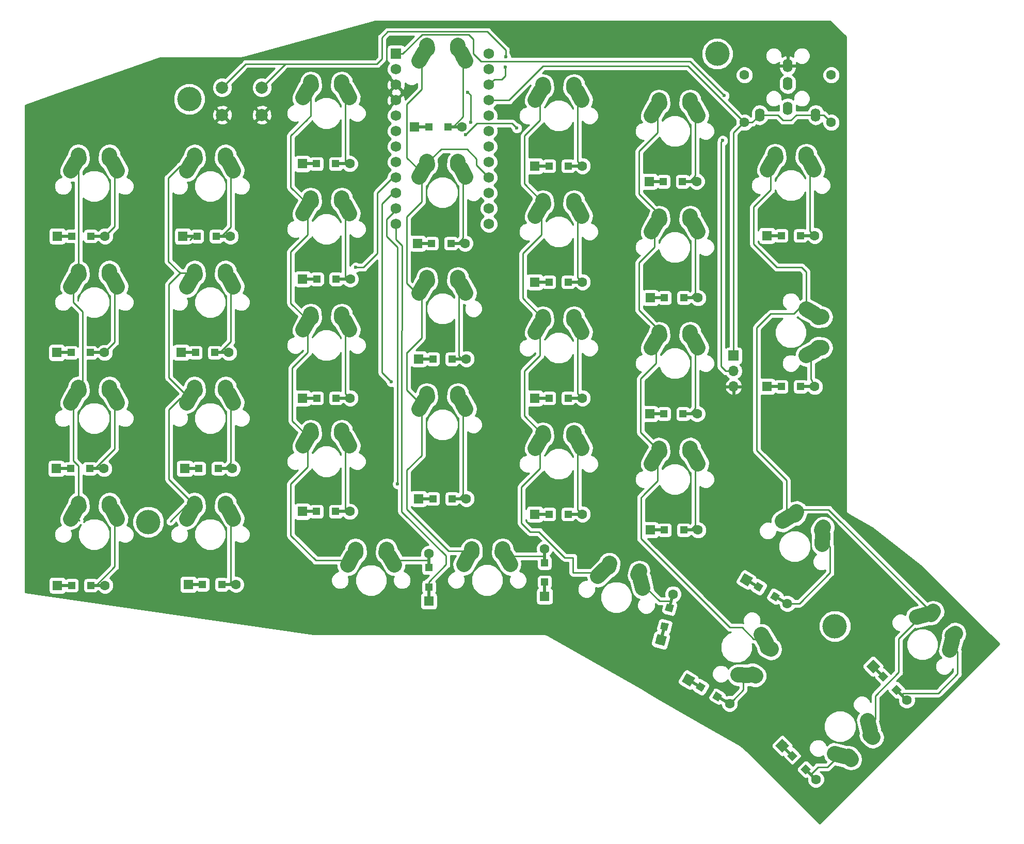
<source format=gtl>
G04 #@! TF.GenerationSoftware,KiCad,Pcbnew,(5.0.2-5-10.14)*
G04 #@! TF.CreationDate,2020-12-04T11:41:37+07:00*
G04 #@! TF.ProjectId,ki-redox,6b692d72-6564-46f7-982e-6b696361645f,1.0*
G04 #@! TF.SameCoordinates,Original*
G04 #@! TF.FileFunction,Copper,L1,Top*
G04 #@! TF.FilePolarity,Positive*
%FSLAX46Y46*%
G04 Gerber Fmt 4.6, Leading zero omitted, Abs format (unit mm)*
G04 Created by KiCad (PCBNEW (5.0.2-5-10.14)) date 2020 December 04, Friday 11:41:37*
%MOMM*%
%LPD*%
G01*
G04 APERTURE LIST*
G04 #@! TA.AperFunction,ComponentPad*
%ADD10C,2.500000*%
G04 #@! TD*
G04 #@! TA.AperFunction,Conductor*
%ADD11C,2.500000*%
G04 #@! TD*
G04 #@! TA.AperFunction,Conductor*
%ADD12C,0.500000*%
G04 #@! TD*
G04 #@! TA.AperFunction,Conductor*
%ADD13C,0.100000*%
G04 #@! TD*
G04 #@! TA.AperFunction,ComponentPad*
%ADD14C,1.600000*%
G04 #@! TD*
G04 #@! TA.AperFunction,SMDPad,CuDef*
%ADD15C,1.200000*%
G04 #@! TD*
G04 #@! TA.AperFunction,SMDPad,CuDef*
%ADD16R,1.200000X1.200000*%
G04 #@! TD*
G04 #@! TA.AperFunction,ComponentPad*
%ADD17R,1.600000X1.600000*%
G04 #@! TD*
G04 #@! TA.AperFunction,Conductor*
%ADD18R,2.500000X0.500000*%
G04 #@! TD*
G04 #@! TA.AperFunction,Conductor*
%ADD19R,0.500000X2.500000*%
G04 #@! TD*
G04 #@! TA.AperFunction,ComponentPad*
%ADD20R,1.700000X1.700000*%
G04 #@! TD*
G04 #@! TA.AperFunction,ComponentPad*
%ADD21O,1.700000X1.700000*%
G04 #@! TD*
G04 #@! TA.AperFunction,ComponentPad*
%ADD22C,2.000000*%
G04 #@! TD*
G04 #@! TA.AperFunction,ComponentPad*
%ADD23O,1.600000X2.200000*%
G04 #@! TD*
G04 #@! TA.AperFunction,ComponentPad*
%ADD24R,1.752600X1.752600*%
G04 #@! TD*
G04 #@! TA.AperFunction,ComponentPad*
%ADD25C,1.752600*%
G04 #@! TD*
G04 #@! TA.AperFunction,ComponentPad*
%ADD26C,4.000000*%
G04 #@! TD*
G04 #@! TA.AperFunction,ViaPad*
%ADD27C,0.600000*%
G04 #@! TD*
G04 #@! TA.AperFunction,Conductor*
%ADD28C,0.250000*%
G04 #@! TD*
G04 #@! TA.AperFunction,Conductor*
%ADD29C,0.254000*%
G04 #@! TD*
G04 APERTURE END LIST*
D10*
G04 #@! TO.P,K3,1*
G04 #@! TO.N,col3*
X148610000Y-51010000D03*
D11*
G04 #@! TD*
G04 #@! TO.N,col3*
G04 #@! TO.C,K3*
X148590276Y-50720672D02*
X148629724Y-51299328D01*
D10*
G04 #@! TO.P,K3,2*
G04 #@! TO.N,Net-(D3-Pad2)*
X154535000Y-52530000D03*
D11*
G04 #@! TD*
G04 #@! TO.N,Net-(D3-Pad2)*
G04 #@! TO.C,K3*
X154129547Y-51800046D02*
X154940453Y-53259954D01*
D10*
G04 #@! TO.P,K3,1*
G04 #@! TO.N,col3*
X147725000Y-52530000D03*
D11*
G04 #@! TD*
G04 #@! TO.N,col3*
G04 #@! TO.C,K3*
X148130453Y-51800046D02*
X147319547Y-53259954D01*
D10*
G04 #@! TO.P,K3,2*
G04 #@! TO.N,Net-(D3-Pad2)*
X153650000Y-51010000D03*
D11*
G04 #@! TD*
G04 #@! TO.N,Net-(D3-Pad2)*
G04 #@! TO.C,K3*
X153669724Y-50720672D02*
X153630276Y-51299328D01*
D10*
G04 #@! TO.P,K2,1*
G04 #@! TO.N,col2*
X129555000Y-57035000D03*
D11*
G04 #@! TD*
G04 #@! TO.N,col2*
G04 #@! TO.C,K2*
X129535276Y-56745672D02*
X129574724Y-57324328D01*
D10*
G04 #@! TO.P,K2,2*
G04 #@! TO.N,Net-(D2-Pad2)*
X135480000Y-58555000D03*
D11*
G04 #@! TD*
G04 #@! TO.N,Net-(D2-Pad2)*
G04 #@! TO.C,K2*
X135074547Y-57825046D02*
X135885453Y-59284954D01*
D10*
G04 #@! TO.P,K2,1*
G04 #@! TO.N,col2*
X128670000Y-58555000D03*
D11*
G04 #@! TD*
G04 #@! TO.N,col2*
G04 #@! TO.C,K2*
X129075453Y-57825046D02*
X128264547Y-59284954D01*
D10*
G04 #@! TO.P,K2,2*
G04 #@! TO.N,Net-(D2-Pad2)*
X134595000Y-57035000D03*
D11*
G04 #@! TD*
G04 #@! TO.N,Net-(D2-Pad2)*
G04 #@! TO.C,K2*
X134614724Y-56745672D02*
X134575276Y-57324328D01*
D10*
G04 #@! TO.P,K5,1*
G04 #@! TO.N,col5*
X186710000Y-59985000D03*
D11*
G04 #@! TD*
G04 #@! TO.N,col5*
G04 #@! TO.C,K5*
X186690276Y-59695672D02*
X186729724Y-60274328D01*
D10*
G04 #@! TO.P,K5,2*
G04 #@! TO.N,Net-(D5-Pad2)*
X192635000Y-61505000D03*
D11*
G04 #@! TD*
G04 #@! TO.N,Net-(D5-Pad2)*
G04 #@! TO.C,K5*
X192229547Y-60775046D02*
X193040453Y-62234954D01*
D10*
G04 #@! TO.P,K5,1*
G04 #@! TO.N,col5*
X185825000Y-61505000D03*
D11*
G04 #@! TD*
G04 #@! TO.N,col5*
G04 #@! TO.C,K5*
X186230453Y-60775046D02*
X185419547Y-62234954D01*
D10*
G04 #@! TO.P,K5,2*
G04 #@! TO.N,Net-(D5-Pad2)*
X191750000Y-59985000D03*
D11*
G04 #@! TD*
G04 #@! TO.N,Net-(D5-Pad2)*
G04 #@! TO.C,K5*
X191769724Y-59695672D02*
X191730276Y-60274328D01*
D10*
G04 #@! TO.P,K23,1*
G04 #@! TO.N,col3*
X148605000Y-89110000D03*
D11*
G04 #@! TD*
G04 #@! TO.N,col3*
G04 #@! TO.C,K23*
X148585276Y-88820672D02*
X148624724Y-89399328D01*
D10*
G04 #@! TO.P,K23,2*
G04 #@! TO.N,Net-(D23-Pad2)*
X154530000Y-90630000D03*
D11*
G04 #@! TD*
G04 #@! TO.N,Net-(D23-Pad2)*
G04 #@! TO.C,K23*
X154124547Y-89900046D02*
X154935453Y-91359954D01*
D10*
G04 #@! TO.P,K23,1*
G04 #@! TO.N,col3*
X147720000Y-90630000D03*
D11*
G04 #@! TD*
G04 #@! TO.N,col3*
G04 #@! TO.C,K23*
X148125453Y-89900046D02*
X147314547Y-91359954D01*
D10*
G04 #@! TO.P,K23,2*
G04 #@! TO.N,Net-(D23-Pad2)*
X153645000Y-89110000D03*
D11*
G04 #@! TD*
G04 #@! TO.N,Net-(D23-Pad2)*
G04 #@! TO.C,K23*
X153664724Y-88820672D02*
X153625276Y-89399328D01*
D10*
G04 #@! TO.P,K11,1*
G04 #@! TO.N,col1*
X110510000Y-88060000D03*
D11*
G04 #@! TD*
G04 #@! TO.N,col1*
G04 #@! TO.C,K11*
X110490276Y-87770672D02*
X110529724Y-88349328D01*
D10*
G04 #@! TO.P,K11,2*
G04 #@! TO.N,Net-(D11-Pad2)*
X116435000Y-89580000D03*
D11*
G04 #@! TD*
G04 #@! TO.N,Net-(D11-Pad2)*
G04 #@! TO.C,K11*
X116029547Y-88850046D02*
X116840453Y-90309954D01*
D10*
G04 #@! TO.P,K11,1*
G04 #@! TO.N,col1*
X109625000Y-89580000D03*
D11*
G04 #@! TD*
G04 #@! TO.N,col1*
G04 #@! TO.C,K11*
X110030453Y-88850046D02*
X109219547Y-90309954D01*
D10*
G04 #@! TO.P,K11,2*
G04 #@! TO.N,Net-(D11-Pad2)*
X115550000Y-88060000D03*
D11*
G04 #@! TD*
G04 #@! TO.N,Net-(D11-Pad2)*
G04 #@! TO.C,K11*
X115569724Y-87770672D02*
X115530276Y-88349328D01*
D10*
G04 #@! TO.P,K0,1*
G04 #@! TO.N,col0*
X91460000Y-69000000D03*
D11*
G04 #@! TD*
G04 #@! TO.N,col0*
G04 #@! TO.C,K0*
X91440276Y-68710672D02*
X91479724Y-69289328D01*
D10*
G04 #@! TO.P,K0,2*
G04 #@! TO.N,Net-(D0-Pad2)*
X97385000Y-70520000D03*
D11*
G04 #@! TD*
G04 #@! TO.N,Net-(D0-Pad2)*
G04 #@! TO.C,K0*
X96979547Y-69790046D02*
X97790453Y-71249954D01*
D10*
G04 #@! TO.P,K0,1*
G04 #@! TO.N,col0*
X90575000Y-70520000D03*
D11*
G04 #@! TD*
G04 #@! TO.N,col0*
G04 #@! TO.C,K0*
X90980453Y-69790046D02*
X90169547Y-71249954D01*
D10*
G04 #@! TO.P,K0,2*
G04 #@! TO.N,Net-(D0-Pad2)*
X96500000Y-69000000D03*
D11*
G04 #@! TD*
G04 #@! TO.N,Net-(D0-Pad2)*
G04 #@! TO.C,K0*
X96519724Y-68710672D02*
X96480276Y-69289328D01*
D12*
G04 #@! TO.N,row3*
G04 #@! TO.C,D36*
X222621624Y-153461624D03*
D13*
G36*
X223682284Y-154168731D02*
X223328731Y-154522284D01*
X221560964Y-152754517D01*
X221914517Y-152400964D01*
X223682284Y-154168731D01*
X223682284Y-154168731D01*
G37*
D12*
G04 #@! TO.N,Net-(D36-Pad2)*
X226440000Y-157280000D03*
D13*
G36*
X227500660Y-157987107D02*
X227147107Y-158340660D01*
X225379340Y-156572893D01*
X225732893Y-156219340D01*
X227500660Y-157987107D01*
X227500660Y-157987107D01*
G37*
D14*
G04 #@! TD*
G04 #@! TO.P,D36,1*
G04 #@! TO.N,row3*
X221773096Y-152613096D03*
D13*
G04 #@! TO.N,row3*
G04 #@! TO.C,D36*
G36*
X222904467Y-152613096D02*
X221773096Y-153744467D01*
X220641725Y-152613096D01*
X221773096Y-151481725D01*
X222904467Y-152613096D01*
X222904467Y-152613096D01*
G37*
D14*
G04 #@! TD*
G04 #@! TO.P,D36,2*
G04 #@! TO.N,Net-(D36-Pad2)*
X227288528Y-158128528D03*
D15*
G04 #@! TO.P,D36,2*
G04 #@! TO.N,Net-(D36-Pad2)*
X225644505Y-156484505D03*
D13*
G04 #@! TD*
G04 #@! TO.N,Net-(D36-Pad2)*
G04 #@! TO.C,D36*
G36*
X226493033Y-156484505D02*
X225644505Y-157333033D01*
X224795977Y-156484505D01*
X225644505Y-155635977D01*
X226493033Y-156484505D01*
X226493033Y-156484505D01*
G37*
D15*
G04 #@! TO.P,D36,1*
G04 #@! TO.N,row3*
X223417119Y-154257119D03*
D13*
G04 #@! TD*
G04 #@! TO.N,row3*
G04 #@! TO.C,D36*
G36*
X224265647Y-154257119D02*
X223417119Y-155105647D01*
X222568591Y-154257119D01*
X223417119Y-153408591D01*
X224265647Y-154257119D01*
X224265647Y-154257119D01*
G37*
D10*
G04 #@! TO.P,K22,1*
G04 #@! TO.N,col2*
X129570000Y-95130000D03*
D11*
G04 #@! TD*
G04 #@! TO.N,col2*
G04 #@! TO.C,K22*
X129550276Y-94840672D02*
X129589724Y-95419328D01*
D10*
G04 #@! TO.P,K22,2*
G04 #@! TO.N,Net-(D22-Pad2)*
X135495000Y-96650000D03*
D11*
G04 #@! TD*
G04 #@! TO.N,Net-(D22-Pad2)*
G04 #@! TO.C,K22*
X135089547Y-95920046D02*
X135900453Y-97379954D01*
D10*
G04 #@! TO.P,K22,1*
G04 #@! TO.N,col2*
X128685000Y-96650000D03*
D11*
G04 #@! TD*
G04 #@! TO.N,col2*
G04 #@! TO.C,K22*
X129090453Y-95920046D02*
X128279547Y-97379954D01*
D10*
G04 #@! TO.P,K22,2*
G04 #@! TO.N,Net-(D22-Pad2)*
X134610000Y-95130000D03*
D11*
G04 #@! TD*
G04 #@! TO.N,Net-(D22-Pad2)*
G04 #@! TO.C,K22*
X134629724Y-94840672D02*
X134590276Y-95419328D01*
D10*
G04 #@! TO.P,K36,2*
G04 #@! TO.N,Net-(D36-Pad2)*
X235018951Y-147394868D03*
D11*
G04 #@! TD*
G04 #@! TO.N,Net-(D36-Pad2)*
G04 #@! TO.C,K36*
X235237484Y-147204229D02*
X234800418Y-147585507D01*
D10*
G04 #@! TO.P,K36,1*
G04 #@! TO.N,col6*
X229754541Y-144280062D03*
D11*
G04 #@! TD*
G04 #@! TO.N,col6*
G04 #@! TO.C,K36*
X230557395Y-144050605D02*
X228951687Y-144509519D01*
D10*
G04 #@! TO.P,K36,2*
G04 #@! TO.N,Net-(D36-Pad2)*
X234569938Y-149095459D03*
D11*
G04 #@! TD*
G04 #@! TO.N,Net-(D36-Pad2)*
G04 #@! TO.C,K36*
X234799395Y-148292605D02*
X234340481Y-149898313D01*
D10*
G04 #@! TO.P,K36,1*
G04 #@! TO.N,col6*
X231455132Y-143831049D03*
D11*
G04 #@! TD*
G04 #@! TO.N,col6*
G04 #@! TO.C,K36*
X231645771Y-143612516D02*
X231264493Y-144049582D01*
D12*
G04 #@! TO.N,row4*
G04 #@! TO.C,D46*
X207727119Y-166477119D03*
D13*
G36*
X208787779Y-167184226D02*
X208434226Y-167537779D01*
X206666459Y-165770012D01*
X207020012Y-165416459D01*
X208787779Y-167184226D01*
X208787779Y-167184226D01*
G37*
D12*
G04 #@! TO.N,Net-(D46-Pad2)*
X211545495Y-170295495D03*
D13*
G36*
X212606155Y-171002602D02*
X212252602Y-171356155D01*
X210484835Y-169588388D01*
X210838388Y-169234835D01*
X212606155Y-171002602D01*
X212606155Y-171002602D01*
G37*
D14*
G04 #@! TD*
G04 #@! TO.P,D46,1*
G04 #@! TO.N,row4*
X206878591Y-165628591D03*
D13*
G04 #@! TO.N,row4*
G04 #@! TO.C,D46*
G36*
X208009962Y-165628591D02*
X206878591Y-166759962D01*
X205747220Y-165628591D01*
X206878591Y-164497220D01*
X208009962Y-165628591D01*
X208009962Y-165628591D01*
G37*
D14*
G04 #@! TD*
G04 #@! TO.P,D46,2*
G04 #@! TO.N,Net-(D46-Pad2)*
X212394023Y-171144023D03*
D15*
G04 #@! TO.P,D46,2*
G04 #@! TO.N,Net-(D46-Pad2)*
X210750000Y-169500000D03*
D13*
G04 #@! TD*
G04 #@! TO.N,Net-(D46-Pad2)*
G04 #@! TO.C,D46*
G36*
X211598528Y-169500000D02*
X210750000Y-170348528D01*
X209901472Y-169500000D01*
X210750000Y-168651472D01*
X211598528Y-169500000D01*
X211598528Y-169500000D01*
G37*
D15*
G04 #@! TO.P,D46,1*
G04 #@! TO.N,row4*
X208522614Y-167272614D03*
D13*
G04 #@! TD*
G04 #@! TO.N,row4*
G04 #@! TO.C,D46*
G36*
X209371142Y-167272614D02*
X208522614Y-168121142D01*
X207674086Y-167272614D01*
X208522614Y-166424086D01*
X209371142Y-167272614D01*
X209371142Y-167272614D01*
G37*
D16*
G04 #@! TO.P,D0,1*
G04 #@! TO.N,row0*
X90285000Y-82000000D03*
G04 #@! TO.P,D0,2*
G04 #@! TO.N,Net-(D0-Pad2)*
X93435000Y-82000000D03*
D14*
X95760000Y-82000000D03*
D17*
G04 #@! TO.P,D0,1*
G04 #@! TO.N,row0*
X87960000Y-82000000D03*
D18*
G04 #@! TD*
G04 #@! TO.N,Net-(D0-Pad2)*
G04 #@! TO.C,D0*
X94560000Y-82000000D03*
G04 #@! TO.N,row0*
G04 #@! TO.C,D0*
X89160000Y-82000000D03*
G04 #@! TD*
D16*
G04 #@! TO.P,D1,1*
G04 #@! TO.N,row0*
X110875000Y-82020000D03*
G04 #@! TO.P,D1,2*
G04 #@! TO.N,Net-(D1-Pad2)*
X114025000Y-82020000D03*
D14*
X116350000Y-82020000D03*
D17*
G04 #@! TO.P,D1,1*
G04 #@! TO.N,row0*
X108550000Y-82020000D03*
D18*
G04 #@! TD*
G04 #@! TO.N,Net-(D1-Pad2)*
G04 #@! TO.C,D1*
X115150000Y-82020000D03*
G04 #@! TO.N,row0*
G04 #@! TO.C,D1*
X109750000Y-82020000D03*
G04 #@! TD*
D16*
G04 #@! TO.P,D2,1*
G04 #@! TO.N,row0*
X130475000Y-70120000D03*
G04 #@! TO.P,D2,2*
G04 #@! TO.N,Net-(D2-Pad2)*
X133625000Y-70120000D03*
D14*
X135950000Y-70120000D03*
D17*
G04 #@! TO.P,D2,1*
G04 #@! TO.N,row0*
X128150000Y-70120000D03*
D18*
G04 #@! TD*
G04 #@! TO.N,Net-(D2-Pad2)*
G04 #@! TO.C,D2*
X134750000Y-70120000D03*
G04 #@! TO.N,row0*
G04 #@! TO.C,D2*
X129350000Y-70120000D03*
G04 #@! TD*
D16*
G04 #@! TO.P,D3,1*
G04 #@! TO.N,row0*
X148895000Y-64030000D03*
G04 #@! TO.P,D3,2*
G04 #@! TO.N,Net-(D3-Pad2)*
X152045000Y-64030000D03*
D14*
X154370000Y-64030000D03*
D17*
G04 #@! TO.P,D3,1*
G04 #@! TO.N,row0*
X146570000Y-64030000D03*
D18*
G04 #@! TD*
G04 #@! TO.N,Net-(D3-Pad2)*
G04 #@! TO.C,D3*
X153170000Y-64030000D03*
G04 #@! TO.N,row0*
G04 #@! TO.C,D3*
X147770000Y-64030000D03*
G04 #@! TD*
D16*
G04 #@! TO.P,D4,1*
G04 #@! TO.N,row0*
X168605000Y-70485000D03*
G04 #@! TO.P,D4,2*
G04 #@! TO.N,Net-(D4-Pad2)*
X171755000Y-70485000D03*
D14*
X174080000Y-70485000D03*
D17*
G04 #@! TO.P,D4,1*
G04 #@! TO.N,row0*
X166280000Y-70485000D03*
D18*
G04 #@! TD*
G04 #@! TO.N,Net-(D4-Pad2)*
G04 #@! TO.C,D4*
X172880000Y-70485000D03*
G04 #@! TO.N,row0*
G04 #@! TO.C,D4*
X167480000Y-70485000D03*
G04 #@! TD*
D16*
G04 #@! TO.P,D5,1*
G04 #@! TO.N,row0*
X187365000Y-73030000D03*
G04 #@! TO.P,D5,2*
G04 #@! TO.N,Net-(D5-Pad2)*
X190515000Y-73030000D03*
D14*
X192840000Y-73030000D03*
D17*
G04 #@! TO.P,D5,1*
G04 #@! TO.N,row0*
X185040000Y-73030000D03*
D18*
G04 #@! TD*
G04 #@! TO.N,Net-(D5-Pad2)*
G04 #@! TO.C,D5*
X191640000Y-73030000D03*
G04 #@! TO.N,row0*
G04 #@! TO.C,D5*
X186240000Y-73030000D03*
G04 #@! TD*
D16*
G04 #@! TO.P,D6,1*
G04 #@! TO.N,row0*
X206705000Y-81915000D03*
G04 #@! TO.P,D6,2*
G04 #@! TO.N,Net-(D6-Pad2)*
X209855000Y-81915000D03*
D14*
X212180000Y-81915000D03*
D17*
G04 #@! TO.P,D6,1*
G04 #@! TO.N,row0*
X204380000Y-81915000D03*
D18*
G04 #@! TD*
G04 #@! TO.N,Net-(D6-Pad2)*
G04 #@! TO.C,D6*
X210980000Y-81915000D03*
G04 #@! TO.N,row0*
G04 #@! TO.C,D6*
X205580000Y-81915000D03*
G04 #@! TD*
D16*
G04 #@! TO.P,D10,1*
G04 #@! TO.N,row1*
X90215000Y-101110000D03*
G04 #@! TO.P,D10,2*
G04 #@! TO.N,Net-(D10-Pad2)*
X93365000Y-101110000D03*
D14*
X95690000Y-101110000D03*
D17*
G04 #@! TO.P,D10,1*
G04 #@! TO.N,row1*
X87890000Y-101110000D03*
D18*
G04 #@! TD*
G04 #@! TO.N,Net-(D10-Pad2)*
G04 #@! TO.C,D10*
X94490000Y-101110000D03*
G04 #@! TO.N,row1*
G04 #@! TO.C,D10*
X89090000Y-101110000D03*
G04 #@! TD*
D16*
G04 #@! TO.P,D11,1*
G04 #@! TO.N,row1*
X110615000Y-101100000D03*
G04 #@! TO.P,D11,2*
G04 #@! TO.N,Net-(D11-Pad2)*
X113765000Y-101100000D03*
D14*
X116090000Y-101100000D03*
D17*
G04 #@! TO.P,D11,1*
G04 #@! TO.N,row1*
X108290000Y-101100000D03*
D18*
G04 #@! TD*
G04 #@! TO.N,Net-(D11-Pad2)*
G04 #@! TO.C,D11*
X114890000Y-101100000D03*
G04 #@! TO.N,row1*
G04 #@! TO.C,D11*
X109490000Y-101100000D03*
G04 #@! TD*
D16*
G04 #@! TO.P,D12,1*
G04 #@! TO.N,row1*
X130535000Y-89040000D03*
G04 #@! TO.P,D12,2*
G04 #@! TO.N,Net-(D12-Pad2)*
X133685000Y-89040000D03*
D14*
X136010000Y-89040000D03*
D17*
G04 #@! TO.P,D12,1*
G04 #@! TO.N,row1*
X128210000Y-89040000D03*
D18*
G04 #@! TD*
G04 #@! TO.N,Net-(D12-Pad2)*
G04 #@! TO.C,D12*
X134810000Y-89040000D03*
G04 #@! TO.N,row1*
G04 #@! TO.C,D12*
X129410000Y-89040000D03*
G04 #@! TD*
D16*
G04 #@! TO.P,D13,1*
G04 #@! TO.N,row1*
X149365000Y-83180000D03*
G04 #@! TO.P,D13,2*
G04 #@! TO.N,Net-(D13-Pad2)*
X152515000Y-83180000D03*
D14*
X154840000Y-83180000D03*
D17*
G04 #@! TO.P,D13,1*
G04 #@! TO.N,row1*
X147040000Y-83180000D03*
D18*
G04 #@! TD*
G04 #@! TO.N,Net-(D13-Pad2)*
G04 #@! TO.C,D13*
X153640000Y-83180000D03*
G04 #@! TO.N,row1*
G04 #@! TO.C,D13*
X148240000Y-83180000D03*
G04 #@! TD*
D16*
G04 #@! TO.P,D14,1*
G04 #@! TO.N,row1*
X168605000Y-89535000D03*
G04 #@! TO.P,D14,2*
G04 #@! TO.N,Net-(D14-Pad2)*
X171755000Y-89535000D03*
D14*
X174080000Y-89535000D03*
D17*
G04 #@! TO.P,D14,1*
G04 #@! TO.N,row1*
X166280000Y-89535000D03*
D18*
G04 #@! TD*
G04 #@! TO.N,Net-(D14-Pad2)*
G04 #@! TO.C,D14*
X172880000Y-89535000D03*
G04 #@! TO.N,row1*
G04 #@! TO.C,D14*
X167480000Y-89535000D03*
G04 #@! TD*
D16*
G04 #@! TO.P,D15,1*
G04 #@! TO.N,row1*
X187565000Y-92110000D03*
G04 #@! TO.P,D15,2*
G04 #@! TO.N,Net-(D15-Pad2)*
X190715000Y-92110000D03*
D14*
X193040000Y-92110000D03*
D17*
G04 #@! TO.P,D15,1*
G04 #@! TO.N,row1*
X185240000Y-92110000D03*
D18*
G04 #@! TD*
G04 #@! TO.N,Net-(D15-Pad2)*
G04 #@! TO.C,D15*
X191840000Y-92110000D03*
G04 #@! TO.N,row1*
G04 #@! TO.C,D15*
X186440000Y-92110000D03*
G04 #@! TD*
D16*
G04 #@! TO.P,D16,1*
G04 #@! TO.N,row1*
X206705000Y-106680000D03*
G04 #@! TO.P,D16,2*
G04 #@! TO.N,Net-(D16-Pad2)*
X209855000Y-106680000D03*
D14*
X212180000Y-106680000D03*
D17*
G04 #@! TO.P,D16,1*
G04 #@! TO.N,row1*
X204380000Y-106680000D03*
D18*
G04 #@! TD*
G04 #@! TO.N,Net-(D16-Pad2)*
G04 #@! TO.C,D16*
X210980000Y-106680000D03*
G04 #@! TO.N,row1*
G04 #@! TO.C,D16*
X205580000Y-106680000D03*
G04 #@! TD*
D16*
G04 #@! TO.P,D20,1*
G04 #@! TO.N,row2*
X90115000Y-120150000D03*
G04 #@! TO.P,D20,2*
G04 #@! TO.N,Net-(D20-Pad2)*
X93265000Y-120150000D03*
D14*
X95590000Y-120150000D03*
D17*
G04 #@! TO.P,D20,1*
G04 #@! TO.N,row2*
X87790000Y-120150000D03*
D18*
G04 #@! TD*
G04 #@! TO.N,Net-(D20-Pad2)*
G04 #@! TO.C,D20*
X94390000Y-120150000D03*
G04 #@! TO.N,row2*
G04 #@! TO.C,D20*
X88990000Y-120150000D03*
G04 #@! TD*
D16*
G04 #@! TO.P,D21,1*
G04 #@! TO.N,row2*
X111185000Y-120140000D03*
G04 #@! TO.P,D21,2*
G04 #@! TO.N,Net-(D21-Pad2)*
X114335000Y-120140000D03*
D14*
X116660000Y-120140000D03*
D17*
G04 #@! TO.P,D21,1*
G04 #@! TO.N,row2*
X108860000Y-120140000D03*
D18*
G04 #@! TD*
G04 #@! TO.N,Net-(D21-Pad2)*
G04 #@! TO.C,D21*
X115460000Y-120140000D03*
G04 #@! TO.N,row2*
G04 #@! TO.C,D21*
X110060000Y-120140000D03*
G04 #@! TD*
D16*
G04 #@! TO.P,D22,1*
G04 #@! TO.N,row2*
X130505000Y-108585000D03*
G04 #@! TO.P,D22,2*
G04 #@! TO.N,Net-(D22-Pad2)*
X133655000Y-108585000D03*
D14*
X135980000Y-108585000D03*
D17*
G04 #@! TO.P,D22,1*
G04 #@! TO.N,row2*
X128180000Y-108585000D03*
D18*
G04 #@! TD*
G04 #@! TO.N,Net-(D22-Pad2)*
G04 #@! TO.C,D22*
X134780000Y-108585000D03*
G04 #@! TO.N,row2*
G04 #@! TO.C,D22*
X129380000Y-108585000D03*
G04 #@! TD*
D16*
G04 #@! TO.P,D23,1*
G04 #@! TO.N,row2*
X149555000Y-102160000D03*
G04 #@! TO.P,D23,2*
G04 #@! TO.N,Net-(D23-Pad2)*
X152705000Y-102160000D03*
D14*
X155030000Y-102160000D03*
D17*
G04 #@! TO.P,D23,1*
G04 #@! TO.N,row2*
X147230000Y-102160000D03*
D18*
G04 #@! TD*
G04 #@! TO.N,Net-(D23-Pad2)*
G04 #@! TO.C,D23*
X153830000Y-102160000D03*
G04 #@! TO.N,row2*
G04 #@! TO.C,D23*
X148430000Y-102160000D03*
G04 #@! TD*
D16*
G04 #@! TO.P,D24,1*
G04 #@! TO.N,row2*
X168605000Y-108585000D03*
G04 #@! TO.P,D24,2*
G04 #@! TO.N,Net-(D24-Pad2)*
X171755000Y-108585000D03*
D14*
X174080000Y-108585000D03*
D17*
G04 #@! TO.P,D24,1*
G04 #@! TO.N,row2*
X166280000Y-108585000D03*
D18*
G04 #@! TD*
G04 #@! TO.N,Net-(D24-Pad2)*
G04 #@! TO.C,D24*
X172880000Y-108585000D03*
G04 #@! TO.N,row2*
G04 #@! TO.C,D24*
X167480000Y-108585000D03*
G04 #@! TD*
D16*
G04 #@! TO.P,D25,1*
G04 #@! TO.N,row2*
X187455000Y-111150000D03*
G04 #@! TO.P,D25,2*
G04 #@! TO.N,Net-(D25-Pad2)*
X190605000Y-111150000D03*
D14*
X192930000Y-111150000D03*
D17*
G04 #@! TO.P,D25,1*
G04 #@! TO.N,row2*
X185130000Y-111150000D03*
D18*
G04 #@! TD*
G04 #@! TO.N,Net-(D25-Pad2)*
G04 #@! TO.C,D25*
X191730000Y-111150000D03*
G04 #@! TO.N,row2*
G04 #@! TO.C,D25*
X186330000Y-111150000D03*
G04 #@! TD*
D15*
G04 #@! TO.P,D26,1*
G04 #@! TO.N,row2*
X202974279Y-139562500D03*
D13*
G04 #@! TD*
G04 #@! TO.N,row2*
G04 #@! TO.C,D26*
G36*
X203793894Y-139342885D02*
X203193894Y-140382115D01*
X202154664Y-139782115D01*
X202754664Y-138742885D01*
X203793894Y-139342885D01*
X203793894Y-139342885D01*
G37*
D15*
G04 #@! TO.P,D26,2*
G04 #@! TO.N,Net-(D26-Pad2)*
X205702259Y-141137500D03*
D13*
G04 #@! TD*
G04 #@! TO.N,Net-(D26-Pad2)*
G04 #@! TO.C,D26*
G36*
X206521874Y-140917885D02*
X205921874Y-141957115D01*
X204882644Y-141357115D01*
X205482644Y-140317885D01*
X206521874Y-140917885D01*
X206521874Y-140917885D01*
G37*
D14*
G04 #@! TO.P,D26,2*
G04 #@! TO.N,Net-(D26-Pad2)*
X207715768Y-142300000D03*
G04 #@! TO.P,D26,1*
G04 #@! TO.N,row2*
X200960770Y-138400000D03*
D13*
G04 #@! TD*
G04 #@! TO.N,row2*
G04 #@! TO.C,D26*
G36*
X202053590Y-138107180D02*
X201253590Y-139492820D01*
X199867950Y-138692820D01*
X200667950Y-137307180D01*
X202053590Y-138107180D01*
X202053590Y-138107180D01*
G37*
D12*
G04 #@! TO.N,Net-(D26-Pad2)*
G04 #@! TO.C,D26*
X206676538Y-141700000D03*
D13*
G36*
X207884070Y-142108494D02*
X207634070Y-142541506D01*
X205469006Y-141291506D01*
X205719006Y-140858494D01*
X207884070Y-142108494D01*
X207884070Y-142108494D01*
G37*
D12*
G04 #@! TO.N,row2*
X202000000Y-139000000D03*
D13*
G36*
X203207532Y-139408494D02*
X202957532Y-139841506D01*
X200792468Y-138591506D01*
X201042468Y-138158494D01*
X203207532Y-139408494D01*
X203207532Y-139408494D01*
G37*
G04 #@! TD*
D16*
G04 #@! TO.P,D30,1*
G04 #@! TO.N,row3*
X90305000Y-139320000D03*
G04 #@! TO.P,D30,2*
G04 #@! TO.N,Net-(D30-Pad2)*
X93455000Y-139320000D03*
D14*
X95780000Y-139320000D03*
D17*
G04 #@! TO.P,D30,1*
G04 #@! TO.N,row3*
X87980000Y-139320000D03*
D18*
G04 #@! TD*
G04 #@! TO.N,Net-(D30-Pad2)*
G04 #@! TO.C,D30*
X94580000Y-139320000D03*
G04 #@! TO.N,row3*
G04 #@! TO.C,D30*
X89180000Y-139320000D03*
G04 #@! TD*
D16*
G04 #@! TO.P,D31,1*
G04 #@! TO.N,row3*
X111785000Y-139170000D03*
G04 #@! TO.P,D31,2*
G04 #@! TO.N,Net-(D31-Pad2)*
X114935000Y-139170000D03*
D14*
X117260000Y-139170000D03*
D17*
G04 #@! TO.P,D31,1*
G04 #@! TO.N,row3*
X109460000Y-139170000D03*
D18*
G04 #@! TD*
G04 #@! TO.N,Net-(D31-Pad2)*
G04 #@! TO.C,D31*
X116060000Y-139170000D03*
G04 #@! TO.N,row3*
G04 #@! TO.C,D31*
X110660000Y-139170000D03*
G04 #@! TD*
D16*
G04 #@! TO.P,D32,1*
G04 #@! TO.N,row3*
X130475000Y-127190000D03*
G04 #@! TO.P,D32,2*
G04 #@! TO.N,Net-(D32-Pad2)*
X133625000Y-127190000D03*
D14*
X135950000Y-127190000D03*
D17*
G04 #@! TO.P,D32,1*
G04 #@! TO.N,row3*
X128150000Y-127190000D03*
D18*
G04 #@! TD*
G04 #@! TO.N,Net-(D32-Pad2)*
G04 #@! TO.C,D32*
X134750000Y-127190000D03*
G04 #@! TO.N,row3*
G04 #@! TO.C,D32*
X129350000Y-127190000D03*
G04 #@! TD*
D16*
G04 #@! TO.P,D33,1*
G04 #@! TO.N,row3*
X149555000Y-125095000D03*
G04 #@! TO.P,D33,2*
G04 #@! TO.N,Net-(D33-Pad2)*
X152705000Y-125095000D03*
D14*
X155030000Y-125095000D03*
D17*
G04 #@! TO.P,D33,1*
G04 #@! TO.N,row3*
X147230000Y-125095000D03*
D18*
G04 #@! TD*
G04 #@! TO.N,Net-(D33-Pad2)*
G04 #@! TO.C,D33*
X153830000Y-125095000D03*
G04 #@! TO.N,row3*
G04 #@! TO.C,D33*
X148430000Y-125095000D03*
G04 #@! TD*
D16*
G04 #@! TO.P,D34,1*
G04 #@! TO.N,row3*
X168605000Y-127635000D03*
G04 #@! TO.P,D34,2*
G04 #@! TO.N,Net-(D34-Pad2)*
X171755000Y-127635000D03*
D14*
X174080000Y-127635000D03*
D17*
G04 #@! TO.P,D34,1*
G04 #@! TO.N,row3*
X166280000Y-127635000D03*
D18*
G04 #@! TD*
G04 #@! TO.N,Net-(D34-Pad2)*
G04 #@! TO.C,D34*
X172880000Y-127635000D03*
G04 #@! TO.N,row3*
G04 #@! TO.C,D34*
X167480000Y-127635000D03*
G04 #@! TD*
D16*
G04 #@! TO.P,D35,1*
G04 #@! TO.N,row3*
X187565000Y-130220000D03*
G04 #@! TO.P,D35,2*
G04 #@! TO.N,Net-(D35-Pad2)*
X190715000Y-130220000D03*
D14*
X193040000Y-130220000D03*
D17*
G04 #@! TO.P,D35,1*
G04 #@! TO.N,row3*
X185240000Y-130220000D03*
D18*
G04 #@! TD*
G04 #@! TO.N,Net-(D35-Pad2)*
G04 #@! TO.C,D35*
X191840000Y-130220000D03*
G04 #@! TO.N,row3*
G04 #@! TO.C,D35*
X186440000Y-130220000D03*
G04 #@! TD*
D16*
G04 #@! TO.P,D42,1*
G04 #@! TO.N,row4*
X148910000Y-139565000D03*
G04 #@! TO.P,D42,2*
G04 #@! TO.N,Net-(D42-Pad2)*
X148910000Y-136415000D03*
D14*
X148910000Y-134090000D03*
D17*
G04 #@! TO.P,D42,1*
G04 #@! TO.N,row4*
X148910000Y-141890000D03*
D19*
G04 #@! TD*
G04 #@! TO.N,Net-(D42-Pad2)*
G04 #@! TO.C,D42*
X148910000Y-135290000D03*
G04 #@! TO.N,row4*
G04 #@! TO.C,D42*
X148910000Y-140690000D03*
G04 #@! TD*
D16*
G04 #@! TO.P,D43,1*
G04 #@! TO.N,row4*
X167890000Y-138785000D03*
G04 #@! TO.P,D43,2*
G04 #@! TO.N,Net-(D43-Pad2)*
X167890000Y-135635000D03*
D14*
X167890000Y-133310000D03*
D17*
G04 #@! TO.P,D43,1*
G04 #@! TO.N,row4*
X167890000Y-141110000D03*
D19*
G04 #@! TD*
G04 #@! TO.N,Net-(D43-Pad2)*
G04 #@! TO.C,D43*
X167890000Y-134510000D03*
G04 #@! TO.N,row4*
G04 #@! TO.C,D43*
X167890000Y-139910000D03*
G04 #@! TD*
D15*
G04 #@! TO.P,D44,1*
G04 #@! TO.N,row4*
X187552360Y-146047333D03*
D13*
G04 #@! TD*
G04 #@! TO.N,row4*
G04 #@! TO.C,D44*
G36*
X187128096Y-145312486D02*
X188287207Y-145623069D01*
X187976624Y-146782180D01*
X186817513Y-146471597D01*
X187128096Y-145312486D01*
X187128096Y-145312486D01*
G37*
D15*
G04 #@! TO.P,D44,2*
G04 #@! TO.N,Net-(D44-Pad2)*
X188367640Y-143004667D03*
D13*
G04 #@! TD*
G04 #@! TO.N,Net-(D44-Pad2)*
G04 #@! TO.C,D44*
G36*
X187943376Y-142269820D02*
X189102487Y-142580403D01*
X188791904Y-143739514D01*
X187632793Y-143428931D01*
X187943376Y-142269820D01*
X187943376Y-142269820D01*
G37*
D14*
G04 #@! TO.P,D44,2*
G04 #@! TO.N,Net-(D44-Pad2)*
X188969394Y-140758889D03*
G04 #@! TO.P,D44,1*
G04 #@! TO.N,row4*
X186950606Y-148293111D03*
D13*
G04 #@! TD*
G04 #@! TO.N,row4*
G04 #@! TO.C,D44*
G36*
X186384921Y-147313315D02*
X187930402Y-147727426D01*
X187516291Y-149272907D01*
X185970810Y-148858796D01*
X186384921Y-147313315D01*
X186384921Y-147313315D01*
G37*
D12*
G04 #@! TO.N,Net-(D44-Pad2)*
G04 #@! TO.C,D44*
X188658811Y-141918000D03*
D13*
G36*
X188740853Y-140645888D02*
X189223816Y-140775297D01*
X188576769Y-143190112D01*
X188093806Y-143060703D01*
X188740853Y-140645888D01*
X188740853Y-140645888D01*
G37*
D12*
G04 #@! TO.N,row4*
X187261189Y-147134000D03*
D13*
G36*
X187343231Y-145861888D02*
X187826194Y-145991297D01*
X187179147Y-148406112D01*
X186696184Y-148276703D01*
X187343231Y-145861888D01*
X187343231Y-145861888D01*
G37*
G04 #@! TD*
D15*
G04 #@! TO.P,D45,1*
G04 #@! TO.N,row4*
X193494279Y-155982500D03*
D13*
G04 #@! TD*
G04 #@! TO.N,row4*
G04 #@! TO.C,D45*
G36*
X194313894Y-155762885D02*
X193713894Y-156802115D01*
X192674664Y-156202115D01*
X193274664Y-155162885D01*
X194313894Y-155762885D01*
X194313894Y-155762885D01*
G37*
D15*
G04 #@! TO.P,D45,2*
G04 #@! TO.N,Net-(D45-Pad2)*
X196222259Y-157557500D03*
D13*
G04 #@! TD*
G04 #@! TO.N,Net-(D45-Pad2)*
G04 #@! TO.C,D45*
G36*
X197041874Y-157337885D02*
X196441874Y-158377115D01*
X195402644Y-157777115D01*
X196002644Y-156737885D01*
X197041874Y-157337885D01*
X197041874Y-157337885D01*
G37*
D14*
G04 #@! TO.P,D45,2*
G04 #@! TO.N,Net-(D45-Pad2)*
X198235768Y-158720000D03*
G04 #@! TO.P,D45,1*
G04 #@! TO.N,row4*
X191480770Y-154820000D03*
D13*
G04 #@! TD*
G04 #@! TO.N,row4*
G04 #@! TO.C,D45*
G36*
X192573590Y-154527180D02*
X191773590Y-155912820D01*
X190387950Y-155112820D01*
X191187950Y-153727180D01*
X192573590Y-154527180D01*
X192573590Y-154527180D01*
G37*
D12*
G04 #@! TO.N,Net-(D45-Pad2)*
G04 #@! TO.C,D45*
X197196538Y-158120000D03*
D13*
G36*
X198404070Y-158528494D02*
X198154070Y-158961506D01*
X195989006Y-157711506D01*
X196239006Y-157278494D01*
X198404070Y-158528494D01*
X198404070Y-158528494D01*
G37*
D12*
G04 #@! TO.N,row4*
X192520000Y-155420000D03*
D13*
G36*
X193727532Y-155828494D02*
X193477532Y-156261506D01*
X191312468Y-155011506D01*
X191562468Y-154578494D01*
X193727532Y-155828494D01*
X193727532Y-155828494D01*
G37*
G04 #@! TD*
D14*
G04 #@! TO.P,R1,2*
G04 #@! TO.N,VCC*
X200660000Y-63336000D03*
G04 #@! TO.P,R1,1*
G04 #@! TO.N,SDA*
X200660000Y-55536000D03*
G04 #@! TD*
G04 #@! TO.P,R2,2*
G04 #@! TO.N,VCC*
X214884000Y-63336000D03*
G04 #@! TO.P,R2,1*
G04 #@! TO.N,SCL*
X214884000Y-55536000D03*
G04 #@! TD*
D20*
G04 #@! TO.P,RGB_STRIP1,1*
G04 #@! TO.N,VCC*
X198882000Y-101600000D03*
D21*
G04 #@! TO.P,RGB_STRIP1,2*
G04 #@! TO.N,rgb_data*
X198882000Y-104140000D03*
G04 #@! TO.P,RGB_STRIP1,3*
G04 #@! TO.N,GND*
X198882000Y-106680000D03*
G04 #@! TD*
D22*
G04 #@! TO.P,RST_SW1,2*
G04 #@! TO.N,GND*
X115000000Y-62100000D03*
G04 #@! TO.P,RST_SW1,1*
G04 #@! TO.N,RST*
X115000000Y-57600000D03*
G04 #@! TO.P,RST_SW1,2*
G04 #@! TO.N,GND*
X121500000Y-62100000D03*
G04 #@! TO.P,RST_SW1,1*
G04 #@! TO.N,RST*
X121500000Y-57600000D03*
G04 #@! TD*
D23*
G04 #@! TO.P,TRRS1,1*
G04 #@! TO.N,VCC*
X212372000Y-62100000D03*
X203172000Y-62100000D03*
G04 #@! TO.P,TRRS1,2*
G04 #@! TO.N,SCL*
X207772000Y-61000000D03*
G04 #@! TO.P,TRRS1,4*
G04 #@! TO.N,GND*
X207772000Y-54000000D03*
G04 #@! TO.P,TRRS1,3*
G04 #@! TO.N,SDA*
X207772000Y-57000000D03*
G04 #@! TD*
D24*
G04 #@! TO.P,U1,1*
G04 #@! TO.N,rgb_data*
X143510000Y-52070000D03*
D25*
G04 #@! TO.P,U1,2*
G04 #@! TO.N,Net-(U1-Pad2)*
X143510000Y-54610000D03*
G04 #@! TO.P,U1,3*
G04 #@! TO.N,GND*
X143510000Y-57150000D03*
G04 #@! TO.P,U1,4*
X143510000Y-59690000D03*
G04 #@! TO.P,U1,5*
G04 #@! TO.N,SDA*
X143510000Y-62230000D03*
G04 #@! TO.P,U1,6*
G04 #@! TO.N,SCL*
X143510000Y-64770000D03*
G04 #@! TO.P,U1,7*
G04 #@! TO.N,row0*
X143510000Y-67310000D03*
G04 #@! TO.P,U1,8*
G04 #@! TO.N,Net-(U1-Pad8)*
X143510000Y-69850000D03*
G04 #@! TO.P,U1,9*
G04 #@! TO.N,row1*
X143510000Y-72390000D03*
G04 #@! TO.P,U1,10*
G04 #@! TO.N,row2*
X143510000Y-74930000D03*
G04 #@! TO.P,U1,11*
G04 #@! TO.N,row3*
X143510000Y-77470000D03*
G04 #@! TO.P,U1,13*
G04 #@! TO.N,col6*
X158750000Y-80010000D03*
G04 #@! TO.P,U1,14*
G04 #@! TO.N,col5*
X158750000Y-77470000D03*
G04 #@! TO.P,U1,15*
G04 #@! TO.N,col4*
X158750000Y-74930000D03*
G04 #@! TO.P,U1,16*
G04 #@! TO.N,col3*
X158750000Y-72390000D03*
G04 #@! TO.P,U1,17*
G04 #@! TO.N,col2*
X158750000Y-69850000D03*
G04 #@! TO.P,U1,18*
G04 #@! TO.N,col1*
X158750000Y-67310000D03*
G04 #@! TO.P,U1,19*
G04 #@! TO.N,col0*
X158750000Y-64770000D03*
G04 #@! TO.P,U1,20*
G04 #@! TO.N,Net-(U1-Pad20)*
X158750000Y-62230000D03*
G04 #@! TO.P,U1,21*
G04 #@! TO.N,VCC*
X158750000Y-59690000D03*
G04 #@! TO.P,U1,22*
G04 #@! TO.N,RST*
X158750000Y-57150000D03*
G04 #@! TO.P,U1,23*
G04 #@! TO.N,GND*
X158750000Y-54610000D03*
G04 #@! TO.P,U1,12*
G04 #@! TO.N,row4*
X143510000Y-80010000D03*
G04 #@! TO.P,U1,24*
G04 #@! TO.N,Net-(U1-Pad24)*
X158750000Y-52070000D03*
G04 #@! TD*
D26*
G04 #@! TO.P,HOLE_M3,1*
G04 #@! TO.N,N/C*
X215500000Y-146000000D03*
G04 #@! TD*
G04 #@! TO.P,HOLE_M3,1*
G04 #@! TO.N,N/C*
X109600000Y-59500000D03*
G04 #@! TD*
G04 #@! TO.P,HOLE_M3,1*
G04 #@! TO.N,N/C*
X102870000Y-128905000D03*
G04 #@! TD*
G04 #@! TO.P,HOLE_M3,1*
G04 #@! TO.N,N/C*
X196215000Y-52070000D03*
G04 #@! TD*
D10*
G04 #@! TO.P,K44,1*
G04 #@! TO.N,col4*
X178455610Y-135970991D03*
D11*
G04 #@! TD*
G04 #@! TO.N,col4*
G04 #@! TO.C,K44*
X178511441Y-135686416D02*
X178399779Y-136255566D01*
D10*
G04 #@! TO.P,K44,2*
G04 #@! TO.N,Net-(D44-Pad2)*
X183785316Y-138972701D03*
D11*
G04 #@! TD*
G04 #@! TO.N,Net-(D44-Pad2)*
G04 #@! TO.C,K44*
X183582604Y-138162681D02*
X183988028Y-139782721D01*
D10*
G04 #@! TO.P,K44,1*
G04 #@! TO.N,col4*
X177207361Y-137210144D03*
D11*
G04 #@! TD*
G04 #@! TO.N,col4*
G04 #@! TO.C,K44*
X177787925Y-136610002D02*
X176626797Y-137810286D01*
D10*
G04 #@! TO.P,K44,2*
G04 #@! TO.N,Net-(D44-Pad2)*
X183323876Y-137275439D03*
D11*
G04 #@! TD*
G04 #@! TO.N,Net-(D44-Pad2)*
G04 #@! TO.C,K44*
X183417812Y-137001074D02*
X183229940Y-137549804D01*
D10*
G04 #@! TO.P,K30,1*
G04 #@! TO.N,col0*
X91455000Y-126135000D03*
D11*
G04 #@! TD*
G04 #@! TO.N,col0*
G04 #@! TO.C,K30*
X91435276Y-125845672D02*
X91474724Y-126424328D01*
D10*
G04 #@! TO.P,K30,2*
G04 #@! TO.N,Net-(D30-Pad2)*
X97380000Y-127655000D03*
D11*
G04 #@! TD*
G04 #@! TO.N,Net-(D30-Pad2)*
G04 #@! TO.C,K30*
X96974547Y-126925046D02*
X97785453Y-128384954D01*
D10*
G04 #@! TO.P,K30,1*
G04 #@! TO.N,col0*
X90570000Y-127655000D03*
D11*
G04 #@! TD*
G04 #@! TO.N,col0*
G04 #@! TO.C,K30*
X90975453Y-126925046D02*
X90164547Y-128384954D01*
D10*
G04 #@! TO.P,K30,2*
G04 #@! TO.N,Net-(D30-Pad2)*
X96495000Y-126135000D03*
D11*
G04 #@! TD*
G04 #@! TO.N,Net-(D30-Pad2)*
G04 #@! TO.C,K30*
X96514724Y-125845672D02*
X96475276Y-126424328D01*
D10*
G04 #@! TO.P,K20,1*
G04 #@! TO.N,col0*
X91460000Y-107090000D03*
D11*
G04 #@! TD*
G04 #@! TO.N,col0*
G04 #@! TO.C,K20*
X91440276Y-106800672D02*
X91479724Y-107379328D01*
D10*
G04 #@! TO.P,K20,2*
G04 #@! TO.N,Net-(D20-Pad2)*
X97385000Y-108610000D03*
D11*
G04 #@! TD*
G04 #@! TO.N,Net-(D20-Pad2)*
G04 #@! TO.C,K20*
X96979547Y-107880046D02*
X97790453Y-109339954D01*
D10*
G04 #@! TO.P,K20,1*
G04 #@! TO.N,col0*
X90575000Y-108610000D03*
D11*
G04 #@! TD*
G04 #@! TO.N,col0*
G04 #@! TO.C,K20*
X90980453Y-107880046D02*
X90169547Y-109339954D01*
D10*
G04 #@! TO.P,K20,2*
G04 #@! TO.N,Net-(D20-Pad2)*
X96500000Y-107090000D03*
D11*
G04 #@! TD*
G04 #@! TO.N,Net-(D20-Pad2)*
G04 #@! TO.C,K20*
X96519724Y-106800672D02*
X96480276Y-107379328D01*
D10*
G04 #@! TO.P,K10,1*
G04 #@! TO.N,col0*
X91460000Y-88060000D03*
D11*
G04 #@! TD*
G04 #@! TO.N,col0*
G04 #@! TO.C,K10*
X91440276Y-87770672D02*
X91479724Y-88349328D01*
D10*
G04 #@! TO.P,K10,2*
G04 #@! TO.N,Net-(D10-Pad2)*
X97385000Y-89580000D03*
D11*
G04 #@! TD*
G04 #@! TO.N,Net-(D10-Pad2)*
G04 #@! TO.C,K10*
X96979547Y-88850046D02*
X97790453Y-90309954D01*
D10*
G04 #@! TO.P,K10,1*
G04 #@! TO.N,col0*
X90575000Y-89580000D03*
D11*
G04 #@! TD*
G04 #@! TO.N,col0*
G04 #@! TO.C,K10*
X90980453Y-88850046D02*
X90169547Y-90309954D01*
D10*
G04 #@! TO.P,K10,2*
G04 #@! TO.N,Net-(D10-Pad2)*
X96500000Y-88060000D03*
D11*
G04 #@! TD*
G04 #@! TO.N,Net-(D10-Pad2)*
G04 #@! TO.C,K10*
X96519724Y-87770672D02*
X96480276Y-88349328D01*
D10*
G04 #@! TO.P,K43,1*
G04 #@! TO.N,col3*
X155930000Y-133660000D03*
D11*
G04 #@! TD*
G04 #@! TO.N,col3*
G04 #@! TO.C,K43*
X155910276Y-133370672D02*
X155949724Y-133949328D01*
D10*
G04 #@! TO.P,K43,2*
G04 #@! TO.N,Net-(D43-Pad2)*
X161855000Y-135180000D03*
D11*
G04 #@! TD*
G04 #@! TO.N,Net-(D43-Pad2)*
G04 #@! TO.C,K43*
X161449547Y-134450046D02*
X162260453Y-135909954D01*
D10*
G04 #@! TO.P,K43,1*
G04 #@! TO.N,col3*
X155045000Y-135180000D03*
D11*
G04 #@! TD*
G04 #@! TO.N,col3*
G04 #@! TO.C,K43*
X155450453Y-134450046D02*
X154639547Y-135909954D01*
D10*
G04 #@! TO.P,K43,2*
G04 #@! TO.N,Net-(D43-Pad2)*
X160970000Y-133660000D03*
D11*
G04 #@! TD*
G04 #@! TO.N,Net-(D43-Pad2)*
G04 #@! TO.C,K43*
X160989724Y-133370672D02*
X160950276Y-133949328D01*
D10*
G04 #@! TO.P,K42,1*
G04 #@! TO.N,col2*
X136905000Y-133685000D03*
D11*
G04 #@! TD*
G04 #@! TO.N,col2*
G04 #@! TO.C,K42*
X136885276Y-133395672D02*
X136924724Y-133974328D01*
D10*
G04 #@! TO.P,K42,2*
G04 #@! TO.N,Net-(D42-Pad2)*
X142830000Y-135205000D03*
D11*
G04 #@! TD*
G04 #@! TO.N,Net-(D42-Pad2)*
G04 #@! TO.C,K42*
X142424547Y-134475046D02*
X143235453Y-135934954D01*
D10*
G04 #@! TO.P,K42,1*
G04 #@! TO.N,col2*
X136020000Y-135205000D03*
D11*
G04 #@! TD*
G04 #@! TO.N,col2*
G04 #@! TO.C,K42*
X136425453Y-134475046D02*
X135614547Y-135934954D01*
D10*
G04 #@! TO.P,K42,2*
G04 #@! TO.N,Net-(D42-Pad2)*
X141945000Y-133685000D03*
D11*
G04 #@! TD*
G04 #@! TO.N,Net-(D42-Pad2)*
G04 #@! TO.C,K42*
X141964724Y-133395672D02*
X141925276Y-133974328D01*
D10*
G04 #@! TO.P,K35,1*
G04 #@! TO.N,col5*
X186710000Y-117110000D03*
D11*
G04 #@! TD*
G04 #@! TO.N,col5*
G04 #@! TO.C,K35*
X186690276Y-116820672D02*
X186729724Y-117399328D01*
D10*
G04 #@! TO.P,K35,2*
G04 #@! TO.N,Net-(D35-Pad2)*
X192635000Y-118630000D03*
D11*
G04 #@! TD*
G04 #@! TO.N,Net-(D35-Pad2)*
G04 #@! TO.C,K35*
X192229547Y-117900046D02*
X193040453Y-119359954D01*
D10*
G04 #@! TO.P,K35,1*
G04 #@! TO.N,col5*
X185825000Y-118630000D03*
D11*
G04 #@! TD*
G04 #@! TO.N,col5*
G04 #@! TO.C,K35*
X186230453Y-117900046D02*
X185419547Y-119359954D01*
D10*
G04 #@! TO.P,K35,2*
G04 #@! TO.N,Net-(D35-Pad2)*
X191750000Y-117110000D03*
D11*
G04 #@! TD*
G04 #@! TO.N,Net-(D35-Pad2)*
G04 #@! TO.C,K35*
X191769724Y-116820672D02*
X191730276Y-117399328D01*
D10*
G04 #@! TO.P,K34,1*
G04 #@! TO.N,col4*
X167660000Y-114590000D03*
D11*
G04 #@! TD*
G04 #@! TO.N,col4*
G04 #@! TO.C,K34*
X167640276Y-114300672D02*
X167679724Y-114879328D01*
D10*
G04 #@! TO.P,K34,2*
G04 #@! TO.N,Net-(D34-Pad2)*
X173585000Y-116110000D03*
D11*
G04 #@! TD*
G04 #@! TO.N,Net-(D34-Pad2)*
G04 #@! TO.C,K34*
X173179547Y-115380046D02*
X173990453Y-116839954D01*
D10*
G04 #@! TO.P,K34,1*
G04 #@! TO.N,col4*
X166775000Y-116110000D03*
D11*
G04 #@! TD*
G04 #@! TO.N,col4*
G04 #@! TO.C,K34*
X167180453Y-115380046D02*
X166369547Y-116839954D01*
D10*
G04 #@! TO.P,K34,2*
G04 #@! TO.N,Net-(D34-Pad2)*
X172700000Y-114590000D03*
D11*
G04 #@! TD*
G04 #@! TO.N,Net-(D34-Pad2)*
G04 #@! TO.C,K34*
X172719724Y-114300672D02*
X172680276Y-114879328D01*
D10*
G04 #@! TO.P,K33,1*
G04 #@! TO.N,col3*
X148605000Y-108160000D03*
D11*
G04 #@! TD*
G04 #@! TO.N,col3*
G04 #@! TO.C,K33*
X148585276Y-107870672D02*
X148624724Y-108449328D01*
D10*
G04 #@! TO.P,K33,2*
G04 #@! TO.N,Net-(D33-Pad2)*
X154530000Y-109680000D03*
D11*
G04 #@! TD*
G04 #@! TO.N,Net-(D33-Pad2)*
G04 #@! TO.C,K33*
X154124547Y-108950046D02*
X154935453Y-110409954D01*
D10*
G04 #@! TO.P,K33,1*
G04 #@! TO.N,col3*
X147720000Y-109680000D03*
D11*
G04 #@! TD*
G04 #@! TO.N,col3*
G04 #@! TO.C,K33*
X148125453Y-108950046D02*
X147314547Y-110409954D01*
D10*
G04 #@! TO.P,K33,2*
G04 #@! TO.N,Net-(D33-Pad2)*
X153645000Y-108160000D03*
D11*
G04 #@! TD*
G04 #@! TO.N,Net-(D33-Pad2)*
G04 #@! TO.C,K33*
X153664724Y-107870672D02*
X153625276Y-108449328D01*
D10*
G04 #@! TO.P,K32,1*
G04 #@! TO.N,col2*
X129555000Y-114185000D03*
D11*
G04 #@! TD*
G04 #@! TO.N,col2*
G04 #@! TO.C,K32*
X129535276Y-113895672D02*
X129574724Y-114474328D01*
D10*
G04 #@! TO.P,K32,2*
G04 #@! TO.N,Net-(D32-Pad2)*
X135480000Y-115705000D03*
D11*
G04 #@! TD*
G04 #@! TO.N,Net-(D32-Pad2)*
G04 #@! TO.C,K32*
X135074547Y-114975046D02*
X135885453Y-116434954D01*
D10*
G04 #@! TO.P,K32,1*
G04 #@! TO.N,col2*
X128670000Y-115705000D03*
D11*
G04 #@! TD*
G04 #@! TO.N,col2*
G04 #@! TO.C,K32*
X129075453Y-114975046D02*
X128264547Y-116434954D01*
D10*
G04 #@! TO.P,K32,2*
G04 #@! TO.N,Net-(D32-Pad2)*
X134595000Y-114185000D03*
D11*
G04 #@! TD*
G04 #@! TO.N,Net-(D32-Pad2)*
G04 #@! TO.C,K32*
X134614724Y-113895672D02*
X134575276Y-114474328D01*
D10*
G04 #@! TO.P,K31,1*
G04 #@! TO.N,col1*
X110510000Y-126135000D03*
D11*
G04 #@! TD*
G04 #@! TO.N,col1*
G04 #@! TO.C,K31*
X110490276Y-125845672D02*
X110529724Y-126424328D01*
D10*
G04 #@! TO.P,K31,2*
G04 #@! TO.N,Net-(D31-Pad2)*
X116435000Y-127655000D03*
D11*
G04 #@! TD*
G04 #@! TO.N,Net-(D31-Pad2)*
G04 #@! TO.C,K31*
X116029547Y-126925046D02*
X116840453Y-128384954D01*
D10*
G04 #@! TO.P,K31,1*
G04 #@! TO.N,col1*
X109625000Y-127655000D03*
D11*
G04 #@! TD*
G04 #@! TO.N,col1*
G04 #@! TO.C,K31*
X110030453Y-126925046D02*
X109219547Y-128384954D01*
D10*
G04 #@! TO.P,K31,2*
G04 #@! TO.N,Net-(D31-Pad2)*
X115550000Y-126135000D03*
D11*
G04 #@! TD*
G04 #@! TO.N,Net-(D31-Pad2)*
G04 #@! TO.C,K31*
X115569724Y-125845672D02*
X115530276Y-126424328D01*
D10*
G04 #@! TO.P,K26,1*
G04 #@! TO.N,col6*
X209112616Y-127491738D03*
D11*
G04 #@! TD*
G04 #@! TO.N,col6*
G04 #@! TO.C,K26*
X209240198Y-127231310D02*
X208985034Y-127752166D01*
D10*
G04 #@! TO.P,K26,2*
G04 #@! TO.N,Net-(D26-Pad2)*
X213483816Y-131770597D03*
D11*
G04 #@! TD*
G04 #@! TO.N,Net-(D26-Pad2)*
G04 #@! TO.C,K26*
X213497660Y-130935712D02*
X213469972Y-132605482D01*
D10*
G04 #@! TO.P,K26,1*
G04 #@! TO.N,col6*
X207586184Y-128365597D03*
D11*
G04 #@! TD*
G04 #@! TO.N,col6*
G04 #@! TO.C,K26*
X208302294Y-127936165D02*
X206870074Y-128795029D01*
D10*
G04 #@! TO.P,K26,2*
G04 #@! TO.N,Net-(D26-Pad2)*
X213477384Y-130011738D03*
D11*
G04 #@! TD*
G04 #@! TO.N,Net-(D26-Pad2)*
G04 #@! TO.C,K26*
X213639130Y-129771034D02*
X213315638Y-130252442D01*
D10*
G04 #@! TO.P,K25,1*
G04 #@! TO.N,col5*
X186705000Y-98085000D03*
D11*
G04 #@! TD*
G04 #@! TO.N,col5*
G04 #@! TO.C,K25*
X186685276Y-97795672D02*
X186724724Y-98374328D01*
D10*
G04 #@! TO.P,K25,2*
G04 #@! TO.N,Net-(D25-Pad2)*
X192630000Y-99605000D03*
D11*
G04 #@! TD*
G04 #@! TO.N,Net-(D25-Pad2)*
G04 #@! TO.C,K25*
X192224547Y-98875046D02*
X193035453Y-100334954D01*
D10*
G04 #@! TO.P,K25,1*
G04 #@! TO.N,col5*
X185820000Y-99605000D03*
D11*
G04 #@! TD*
G04 #@! TO.N,col5*
G04 #@! TO.C,K25*
X186225453Y-98875046D02*
X185414547Y-100334954D01*
D10*
G04 #@! TO.P,K25,2*
G04 #@! TO.N,Net-(D25-Pad2)*
X191745000Y-98085000D03*
D11*
G04 #@! TD*
G04 #@! TO.N,Net-(D25-Pad2)*
G04 #@! TO.C,K25*
X191764724Y-97795672D02*
X191725276Y-98374328D01*
D10*
G04 #@! TO.P,K24,1*
G04 #@! TO.N,col4*
X167660000Y-95540000D03*
D11*
G04 #@! TD*
G04 #@! TO.N,col4*
G04 #@! TO.C,K24*
X167640276Y-95250672D02*
X167679724Y-95829328D01*
D10*
G04 #@! TO.P,K24,2*
G04 #@! TO.N,Net-(D24-Pad2)*
X173585000Y-97060000D03*
D11*
G04 #@! TD*
G04 #@! TO.N,Net-(D24-Pad2)*
G04 #@! TO.C,K24*
X173179547Y-96330046D02*
X173990453Y-97789954D01*
D10*
G04 #@! TO.P,K24,1*
G04 #@! TO.N,col4*
X166775000Y-97060000D03*
D11*
G04 #@! TD*
G04 #@! TO.N,col4*
G04 #@! TO.C,K24*
X167180453Y-96330046D02*
X166369547Y-97789954D01*
D10*
G04 #@! TO.P,K24,2*
G04 #@! TO.N,Net-(D24-Pad2)*
X172700000Y-95540000D03*
D11*
G04 #@! TD*
G04 #@! TO.N,Net-(D24-Pad2)*
G04 #@! TO.C,K24*
X172719724Y-95250672D02*
X172680276Y-95829328D01*
D10*
G04 #@! TO.P,K21,1*
G04 #@! TO.N,col1*
X110505000Y-107085000D03*
D11*
G04 #@! TD*
G04 #@! TO.N,col1*
G04 #@! TO.C,K21*
X110485276Y-106795672D02*
X110524724Y-107374328D01*
D10*
G04 #@! TO.P,K21,2*
G04 #@! TO.N,Net-(D21-Pad2)*
X116430000Y-108605000D03*
D11*
G04 #@! TD*
G04 #@! TO.N,Net-(D21-Pad2)*
G04 #@! TO.C,K21*
X116024547Y-107875046D02*
X116835453Y-109334954D01*
D10*
G04 #@! TO.P,K21,1*
G04 #@! TO.N,col1*
X109620000Y-108605000D03*
D11*
G04 #@! TD*
G04 #@! TO.N,col1*
G04 #@! TO.C,K21*
X110025453Y-107875046D02*
X109214547Y-109334954D01*
D10*
G04 #@! TO.P,K21,2*
G04 #@! TO.N,Net-(D21-Pad2)*
X115545000Y-107085000D03*
D11*
G04 #@! TD*
G04 #@! TO.N,Net-(D21-Pad2)*
G04 #@! TO.C,K21*
X115564724Y-106795672D02*
X115525276Y-107374328D01*
D10*
G04 #@! TO.P,K15,1*
G04 #@! TO.N,col5*
X186705000Y-79035000D03*
D11*
G04 #@! TD*
G04 #@! TO.N,col5*
G04 #@! TO.C,K15*
X186685276Y-78745672D02*
X186724724Y-79324328D01*
D10*
G04 #@! TO.P,K15,2*
G04 #@! TO.N,Net-(D15-Pad2)*
X192630000Y-80555000D03*
D11*
G04 #@! TD*
G04 #@! TO.N,Net-(D15-Pad2)*
G04 #@! TO.C,K15*
X192224547Y-79825046D02*
X193035453Y-81284954D01*
D10*
G04 #@! TO.P,K15,1*
G04 #@! TO.N,col5*
X185820000Y-80555000D03*
D11*
G04 #@! TD*
G04 #@! TO.N,col5*
G04 #@! TO.C,K15*
X186225453Y-79825046D02*
X185414547Y-81284954D01*
D10*
G04 #@! TO.P,K15,2*
G04 #@! TO.N,Net-(D15-Pad2)*
X191745000Y-79035000D03*
D11*
G04 #@! TD*
G04 #@! TO.N,Net-(D15-Pad2)*
G04 #@! TO.C,K15*
X191764724Y-78745672D02*
X191725276Y-79324328D01*
D10*
G04 #@! TO.P,K14,1*
G04 #@! TO.N,col4*
X167660000Y-76490000D03*
D11*
G04 #@! TD*
G04 #@! TO.N,col4*
G04 #@! TO.C,K14*
X167640276Y-76200672D02*
X167679724Y-76779328D01*
D10*
G04 #@! TO.P,K14,2*
G04 #@! TO.N,Net-(D14-Pad2)*
X173585000Y-78010000D03*
D11*
G04 #@! TD*
G04 #@! TO.N,Net-(D14-Pad2)*
G04 #@! TO.C,K14*
X173179547Y-77280046D02*
X173990453Y-78739954D01*
D10*
G04 #@! TO.P,K14,1*
G04 #@! TO.N,col4*
X166775000Y-78010000D03*
D11*
G04 #@! TD*
G04 #@! TO.N,col4*
G04 #@! TO.C,K14*
X167180453Y-77280046D02*
X166369547Y-78739954D01*
D10*
G04 #@! TO.P,K14,2*
G04 #@! TO.N,Net-(D14-Pad2)*
X172700000Y-76490000D03*
D11*
G04 #@! TD*
G04 #@! TO.N,Net-(D14-Pad2)*
G04 #@! TO.C,K14*
X172719724Y-76200672D02*
X172680276Y-76779328D01*
D10*
G04 #@! TO.P,K13,1*
G04 #@! TO.N,col3*
X148605000Y-70035000D03*
D11*
G04 #@! TD*
G04 #@! TO.N,col3*
G04 #@! TO.C,K13*
X148585276Y-69745672D02*
X148624724Y-70324328D01*
D10*
G04 #@! TO.P,K13,2*
G04 #@! TO.N,Net-(D13-Pad2)*
X154530000Y-71555000D03*
D11*
G04 #@! TD*
G04 #@! TO.N,Net-(D13-Pad2)*
G04 #@! TO.C,K13*
X154124547Y-70825046D02*
X154935453Y-72284954D01*
D10*
G04 #@! TO.P,K13,1*
G04 #@! TO.N,col3*
X147720000Y-71555000D03*
D11*
G04 #@! TD*
G04 #@! TO.N,col3*
G04 #@! TO.C,K13*
X148125453Y-70825046D02*
X147314547Y-72284954D01*
D10*
G04 #@! TO.P,K13,2*
G04 #@! TO.N,Net-(D13-Pad2)*
X153645000Y-70035000D03*
D11*
G04 #@! TD*
G04 #@! TO.N,Net-(D13-Pad2)*
G04 #@! TO.C,K13*
X153664724Y-69745672D02*
X153625276Y-70324328D01*
D10*
G04 #@! TO.P,K12,1*
G04 #@! TO.N,col2*
X129555000Y-76060000D03*
D11*
G04 #@! TD*
G04 #@! TO.N,col2*
G04 #@! TO.C,K12*
X129535276Y-75770672D02*
X129574724Y-76349328D01*
D10*
G04 #@! TO.P,K12,2*
G04 #@! TO.N,Net-(D12-Pad2)*
X135480000Y-77580000D03*
D11*
G04 #@! TD*
G04 #@! TO.N,Net-(D12-Pad2)*
G04 #@! TO.C,K12*
X135074547Y-76850046D02*
X135885453Y-78309954D01*
D10*
G04 #@! TO.P,K12,1*
G04 #@! TO.N,col2*
X128670000Y-77580000D03*
D11*
G04 #@! TD*
G04 #@! TO.N,col2*
G04 #@! TO.C,K12*
X129075453Y-76850046D02*
X128264547Y-78309954D01*
D10*
G04 #@! TO.P,K12,2*
G04 #@! TO.N,Net-(D12-Pad2)*
X134595000Y-76060000D03*
D11*
G04 #@! TD*
G04 #@! TO.N,Net-(D12-Pad2)*
G04 #@! TO.C,K12*
X134614724Y-75770672D02*
X134575276Y-76349328D01*
D10*
G04 #@! TO.P,K6,1*
G04 #@! TO.N,col6*
X205760000Y-68870000D03*
D11*
G04 #@! TD*
G04 #@! TO.N,col6*
G04 #@! TO.C,K6*
X205740276Y-68580672D02*
X205779724Y-69159328D01*
D10*
G04 #@! TO.P,K6,2*
G04 #@! TO.N,Net-(D6-Pad2)*
X211685000Y-70390000D03*
D11*
G04 #@! TD*
G04 #@! TO.N,Net-(D6-Pad2)*
G04 #@! TO.C,K6*
X211279547Y-69660046D02*
X212090453Y-71119954D01*
D10*
G04 #@! TO.P,K6,1*
G04 #@! TO.N,col6*
X204875000Y-70390000D03*
D11*
G04 #@! TD*
G04 #@! TO.N,col6*
G04 #@! TO.C,K6*
X205280453Y-69660046D02*
X204469547Y-71119954D01*
D10*
G04 #@! TO.P,K6,2*
G04 #@! TO.N,Net-(D6-Pad2)*
X210800000Y-68870000D03*
D11*
G04 #@! TD*
G04 #@! TO.N,Net-(D6-Pad2)*
G04 #@! TO.C,K6*
X210819724Y-68580672D02*
X210780276Y-69159328D01*
D10*
G04 #@! TO.P,K4,1*
G04 #@! TO.N,col4*
X167660000Y-57440000D03*
D11*
G04 #@! TD*
G04 #@! TO.N,col4*
G04 #@! TO.C,K4*
X167640276Y-57150672D02*
X167679724Y-57729328D01*
D10*
G04 #@! TO.P,K4,2*
G04 #@! TO.N,Net-(D4-Pad2)*
X173585000Y-58960000D03*
D11*
G04 #@! TD*
G04 #@! TO.N,Net-(D4-Pad2)*
G04 #@! TO.C,K4*
X173179547Y-58230046D02*
X173990453Y-59689954D01*
D10*
G04 #@! TO.P,K4,1*
G04 #@! TO.N,col4*
X166775000Y-58960000D03*
D11*
G04 #@! TD*
G04 #@! TO.N,col4*
G04 #@! TO.C,K4*
X167180453Y-58230046D02*
X166369547Y-59689954D01*
D10*
G04 #@! TO.P,K4,2*
G04 #@! TO.N,Net-(D4-Pad2)*
X172700000Y-57440000D03*
D11*
G04 #@! TD*
G04 #@! TO.N,Net-(D4-Pad2)*
G04 #@! TO.C,K4*
X172719724Y-57150672D02*
X172680276Y-57729328D01*
D10*
G04 #@! TO.P,K1,1*
G04 #@! TO.N,col1*
X110505000Y-69010000D03*
D11*
G04 #@! TD*
G04 #@! TO.N,col1*
G04 #@! TO.C,K1*
X110485276Y-68720672D02*
X110524724Y-69299328D01*
D10*
G04 #@! TO.P,K1,2*
G04 #@! TO.N,Net-(D1-Pad2)*
X116430000Y-70530000D03*
D11*
G04 #@! TD*
G04 #@! TO.N,Net-(D1-Pad2)*
G04 #@! TO.C,K1*
X116024547Y-69800046D02*
X116835453Y-71259954D01*
D10*
G04 #@! TO.P,K1,1*
G04 #@! TO.N,col1*
X109620000Y-70530000D03*
D11*
G04 #@! TD*
G04 #@! TO.N,col1*
G04 #@! TO.C,K1*
X110025453Y-69800046D02*
X109214547Y-71259954D01*
D10*
G04 #@! TO.P,K1,2*
G04 #@! TO.N,Net-(D1-Pad2)*
X115545000Y-69010000D03*
D11*
G04 #@! TD*
G04 #@! TO.N,Net-(D1-Pad2)*
G04 #@! TO.C,K1*
X115564724Y-68720672D02*
X115525276Y-69299328D01*
D10*
G04 #@! TO.P,K16,1*
G04 #@! TO.N,col6*
X213070000Y-95270000D03*
D11*
G04 #@! TD*
G04 #@! TO.N,col6*
G04 #@! TO.C,K16*
X213359328Y-95250276D02*
X212780672Y-95289724D01*
D10*
G04 #@! TO.P,K16,2*
G04 #@! TO.N,Net-(D16-Pad2)*
X211550000Y-101195000D03*
D11*
G04 #@! TD*
G04 #@! TO.N,Net-(D16-Pad2)*
G04 #@! TO.C,K16*
X212279954Y-100789547D02*
X210820046Y-101600453D01*
D10*
G04 #@! TO.P,K16,1*
G04 #@! TO.N,col6*
X211550000Y-94385000D03*
D11*
G04 #@! TD*
G04 #@! TO.N,col6*
G04 #@! TO.C,K16*
X212279954Y-94790453D02*
X210820046Y-93979547D01*
D10*
G04 #@! TO.P,K16,2*
G04 #@! TO.N,Net-(D16-Pad2)*
X213070000Y-100310000D03*
D11*
G04 #@! TD*
G04 #@! TO.N,Net-(D16-Pad2)*
G04 #@! TO.C,K16*
X213359328Y-100329724D02*
X212780672Y-100290276D01*
D10*
G04 #@! TO.P,K46,2*
G04 #@! TO.N,Net-(D46-Pad2)*
X217955132Y-167618951D03*
D11*
G04 #@! TD*
G04 #@! TO.N,Net-(D46-Pad2)*
G04 #@! TO.C,K46*
X218145771Y-167837484D02*
X217764493Y-167400418D01*
D10*
G04 #@! TO.P,K46,1*
G04 #@! TO.N,col6*
X221069938Y-162354541D03*
D11*
G04 #@! TD*
G04 #@! TO.N,col6*
G04 #@! TO.C,K46*
X221299395Y-163157395D02*
X220840481Y-161551687D01*
D10*
G04 #@! TO.P,K46,2*
G04 #@! TO.N,Net-(D46-Pad2)*
X216254541Y-167169938D03*
D11*
G04 #@! TD*
G04 #@! TO.N,Net-(D46-Pad2)*
G04 #@! TO.C,K46*
X217057395Y-167399395D02*
X215451687Y-166940481D01*
D10*
G04 #@! TO.P,K46,1*
G04 #@! TO.N,col6*
X221518951Y-164055132D03*
D11*
G04 #@! TD*
G04 #@! TO.N,col6*
G04 #@! TO.C,K46*
X221737484Y-164245771D02*
X221300418Y-163864493D01*
D10*
G04 #@! TO.P,K45,1*
G04 #@! TO.N,col5*
X204758262Y-149662616D03*
D11*
G04 #@! TD*
G04 #@! TO.N,col5*
G04 #@! TO.C,K45*
X205018690Y-149790198D02*
X204497834Y-149535034D01*
D10*
G04 #@! TO.P,K45,2*
G04 #@! TO.N,Net-(D45-Pad2)*
X200479403Y-154033816D03*
D11*
G04 #@! TD*
G04 #@! TO.N,Net-(D45-Pad2)*
G04 #@! TO.C,K45*
X201314288Y-154047660D02*
X199644518Y-154019972D01*
D10*
G04 #@! TO.P,K45,1*
G04 #@! TO.N,col5*
X203884403Y-148136184D03*
D11*
G04 #@! TD*
G04 #@! TO.N,col5*
G04 #@! TO.C,K45*
X204313835Y-148852294D02*
X203454971Y-147420074D01*
D10*
G04 #@! TO.P,K45,2*
G04 #@! TO.N,Net-(D45-Pad2)*
X202238262Y-154027384D03*
D11*
G04 #@! TD*
G04 #@! TO.N,Net-(D45-Pad2)*
G04 #@! TO.C,K45*
X202478966Y-154189130D02*
X201997558Y-153865638D01*
D27*
G04 #@! TO.N,row1*
X136906000Y-87122000D03*
G04 #@! TO.N,row2*
X142748000Y-105918000D03*
G04 #@! TO.N,row3*
X143764000Y-122682000D03*
G04 #@! TO.N,col0*
X155750000Y-63340000D03*
X155300000Y-58410000D03*
G04 #@! TO.N,SCL*
X163322000Y-64262000D03*
X154950000Y-65370000D03*
G04 #@! TO.N,rgb_data*
X197104000Y-66294000D03*
X197358000Y-58928000D03*
G04 #@! TO.N,RST*
X161470000Y-54230000D03*
X161490000Y-52540000D03*
G04 #@! TD*
D28*
G04 #@! TO.N,Net-(D0-Pad2)*
X97385000Y-80375000D02*
X97385000Y-70520000D01*
X95760000Y-82000000D02*
X97385000Y-80375000D01*
G04 #@! TO.N,row0*
X110530000Y-81725000D02*
X110530000Y-81800000D01*
X110530000Y-81800000D02*
X109728000Y-82602000D01*
G04 #@! TO.N,Net-(D1-Pad2)*
X114875000Y-82020000D02*
X114025000Y-82020000D01*
X116430000Y-80465000D02*
X114875000Y-82020000D01*
X116430000Y-70530000D02*
X116430000Y-80465000D01*
G04 #@! TO.N,Net-(D2-Pad2)*
X135235000Y-58960000D02*
X135235000Y-69740000D01*
X135235000Y-69740000D02*
X135980000Y-70485000D01*
G04 #@! TO.N,Net-(D3-Pad2)*
X154535000Y-63865000D02*
X154370000Y-64030000D01*
X153650000Y-51010000D02*
X153650000Y-51645000D01*
X154535000Y-62390000D02*
X152895000Y-64030000D01*
X152895000Y-64030000D02*
X152045000Y-64030000D01*
X154535000Y-52530000D02*
X154535000Y-62390000D01*
G04 #@! TO.N,Net-(D4-Pad2)*
X173335000Y-58960000D02*
X173335000Y-69740000D01*
X173335000Y-69740000D02*
X174080000Y-70485000D01*
G04 #@! TO.N,Net-(D5-Pad2)*
X192635000Y-72035000D02*
X191640000Y-73030000D01*
X192635000Y-61505000D02*
X192635000Y-72035000D01*
G04 #@! TO.N,Net-(D6-Pad2)*
X211435000Y-70390000D02*
X211435000Y-81170000D01*
X211435000Y-81170000D02*
X212180000Y-81915000D01*
G04 #@! TO.N,Net-(D10-Pad2)*
X97385000Y-99415000D02*
X97385000Y-89580000D01*
X95690000Y-101110000D02*
X97385000Y-99415000D01*
G04 #@! TO.N,row1*
X143510000Y-72390000D02*
X143002000Y-72390000D01*
X143002000Y-72390000D02*
X140462000Y-74930000D01*
X140462000Y-74930000D02*
X140462000Y-84836000D01*
X140462000Y-84836000D02*
X138176000Y-87122000D01*
X138176000Y-87122000D02*
X136906000Y-87122000D01*
X110530000Y-100775000D02*
X110530000Y-100850000D01*
G04 #@! TO.N,Net-(D11-Pad2)*
X114615000Y-101100000D02*
X113765000Y-101100000D01*
X116435000Y-99280000D02*
X114615000Y-101100000D01*
X116435000Y-89580000D02*
X116435000Y-99280000D01*
G04 #@! TO.N,Net-(D12-Pad2)*
X135235000Y-78010000D02*
X135235000Y-88790000D01*
X135235000Y-88790000D02*
X135980000Y-89535000D01*
G04 #@! TO.N,Net-(D13-Pad2)*
X154530000Y-82290000D02*
X153640000Y-83180000D01*
X154530000Y-71555000D02*
X154530000Y-82290000D01*
G04 #@! TO.N,Net-(D14-Pad2)*
X173335000Y-78010000D02*
X173335000Y-88790000D01*
X173335000Y-88790000D02*
X174080000Y-89535000D01*
G04 #@! TO.N,Net-(D15-Pad2)*
X192630000Y-91320000D02*
X191840000Y-92110000D01*
X192630000Y-80555000D02*
X192630000Y-91320000D01*
G04 #@! TO.N,Net-(D16-Pad2)*
X211550000Y-100945000D02*
X211550000Y-105415000D01*
X211550000Y-105415000D02*
X212180000Y-106680000D01*
G04 #@! TO.N,Net-(D20-Pad2)*
X94115000Y-120150000D02*
X93265000Y-120150000D01*
X97385000Y-116880000D02*
X94115000Y-120150000D01*
X97385000Y-108610000D02*
X97385000Y-116880000D01*
G04 #@! TO.N,row2*
X143510000Y-74930000D02*
X143002000Y-74930000D01*
X143002000Y-74930000D02*
X141224000Y-76708000D01*
X141224000Y-76708000D02*
X141224000Y-104394000D01*
X141224000Y-104394000D02*
X142748000Y-105918000D01*
G04 #@! TO.N,Net-(D21-Pad2)*
X116660000Y-108835000D02*
X116430000Y-108605000D01*
X116430000Y-119170000D02*
X115460000Y-120140000D01*
X116430000Y-108605000D02*
X116430000Y-119170000D01*
G04 #@! TO.N,Net-(D22-Pad2)*
X135235000Y-97060000D02*
X135235000Y-107840000D01*
X135235000Y-107840000D02*
X135980000Y-108585000D01*
G04 #@! TO.N,Net-(D23-Pad2)*
X153825000Y-90910000D02*
X153825000Y-101690000D01*
X153825000Y-101690000D02*
X154570000Y-102435000D01*
G04 #@! TO.N,Net-(D24-Pad2)*
X173335000Y-97060000D02*
X173335000Y-107840000D01*
X173335000Y-107840000D02*
X174080000Y-108585000D01*
G04 #@! TO.N,Net-(D25-Pad2)*
X192630000Y-110250000D02*
X191730000Y-111150000D01*
X192630000Y-99605000D02*
X192630000Y-110250000D01*
G04 #@! TO.N,Net-(D26-Pad2)*
X214736566Y-133023347D02*
X214736566Y-137263434D01*
X213483816Y-131770597D02*
X214736566Y-133023347D01*
X209700000Y-142300000D02*
X207715768Y-142300000D01*
X214736566Y-137263434D02*
X209700000Y-142300000D01*
G04 #@! TO.N,Net-(D30-Pad2)*
X94305000Y-139320000D02*
X93455000Y-139320000D01*
X97380000Y-136245000D02*
X94305000Y-139320000D01*
X97380000Y-127655000D02*
X97380000Y-136245000D01*
G04 #@! TO.N,row3*
X143510000Y-77470000D02*
X143510000Y-77724000D01*
X143510000Y-77724000D02*
X141986000Y-79248000D01*
X141986000Y-79248000D02*
X141986000Y-82042000D01*
X141986000Y-82042000D02*
X143764000Y-83820000D01*
X143764000Y-83820000D02*
X143764000Y-122682000D01*
G04 #@! TO.N,Net-(D31-Pad2)*
X116435000Y-138795000D02*
X116060000Y-139170000D01*
X116435000Y-127655000D02*
X116435000Y-138795000D01*
G04 #@! TO.N,Net-(D32-Pad2)*
X135235000Y-116110000D02*
X135235000Y-126890000D01*
X135235000Y-126890000D02*
X135980000Y-127635000D01*
G04 #@! TO.N,Net-(D33-Pad2)*
X154530000Y-124395000D02*
X153830000Y-125095000D01*
X154530000Y-109680000D02*
X154530000Y-124395000D01*
G04 #@! TO.N,Net-(D34-Pad2)*
X173335000Y-116110000D02*
X173335000Y-126890000D01*
X173335000Y-126890000D02*
X174080000Y-127635000D01*
G04 #@! TO.N,Net-(D35-Pad2)*
X192635000Y-129425000D02*
X191840000Y-130220000D01*
X192635000Y-118630000D02*
X192635000Y-129425000D01*
G04 #@! TO.N,Net-(D36-Pad2)*
X226687486Y-157032514D02*
X232447486Y-157032514D01*
X226440000Y-157280000D02*
X226687486Y-157032514D01*
X235651728Y-153828272D02*
X235651728Y-150177249D01*
X235651728Y-150177249D02*
X234569938Y-149095459D01*
X232447486Y-157032514D02*
X235651728Y-153828272D01*
G04 #@! TO.N,row4*
X143510000Y-80010000D02*
X143510000Y-82550000D01*
X143510000Y-82550000D02*
X144526000Y-83566000D01*
X144458401Y-127198401D02*
X151730000Y-134470000D01*
X151730000Y-134470000D02*
X151730000Y-135895000D01*
X148910000Y-138715000D02*
X148910000Y-139565000D01*
X151730000Y-135895000D02*
X148910000Y-138715000D01*
X144458401Y-97481599D02*
X144458401Y-127198401D01*
X144526000Y-97414000D02*
X144458401Y-97481599D01*
X144526000Y-83566000D02*
X144526000Y-97414000D01*
G04 #@! TO.N,Net-(D42-Pad2)*
X142985000Y-135360000D02*
X142830000Y-135205000D01*
X148825000Y-135205000D02*
X148910000Y-135290000D01*
X142830000Y-135205000D02*
X148825000Y-135205000D01*
G04 #@! TO.N,Net-(D43-Pad2)*
X162525000Y-134510000D02*
X161855000Y-135180000D01*
X167890000Y-134510000D02*
X162525000Y-134510000D01*
G04 #@! TO.N,Net-(D44-Pad2)*
X186730615Y-141918000D02*
X188658811Y-141918000D01*
X183785316Y-138972701D02*
X186730615Y-141918000D01*
G04 #@! TO.N,Net-(D45-Pad2)*
X198835768Y-158120000D02*
X197196538Y-158120000D01*
X200479403Y-156476365D02*
X198835768Y-158120000D01*
X200479403Y-154033816D02*
X200479403Y-156476365D01*
G04 #@! TO.N,Net-(D46-Pad2)*
X211792981Y-170048009D02*
X211801991Y-170048009D01*
X211545495Y-170295495D02*
X211792981Y-170048009D01*
X211801991Y-170048009D02*
X212740000Y-169110000D01*
X214314479Y-169110000D02*
X216254541Y-167169938D01*
X212740000Y-169110000D02*
X214314479Y-169110000D01*
G04 #@! TO.N,col0*
X91460000Y-88695000D02*
X90575000Y-89580000D01*
X91460000Y-69000000D02*
X91460000Y-88695000D01*
X92079190Y-107105810D02*
X90575000Y-108610000D01*
X92079190Y-94381164D02*
X92079190Y-107105810D01*
X90575000Y-92876974D02*
X92079190Y-94381164D01*
X90575000Y-89580000D02*
X90575000Y-92876974D01*
X91455000Y-119704998D02*
X91455000Y-124500579D01*
X90575000Y-118824998D02*
X91455000Y-119704998D01*
X91455000Y-124500579D02*
X91455000Y-126135000D01*
X90575000Y-108610000D02*
X90575000Y-118824998D01*
X90570000Y-127655000D02*
X91559984Y-128644984D01*
X155750000Y-63340000D02*
X155750000Y-58860000D01*
X155750000Y-58860000D02*
X155300000Y-58410000D01*
X155300000Y-58410000D02*
X155300000Y-58410000D01*
G04 #@! TO.N,col1*
X108090115Y-70530000D02*
X106190000Y-72430115D01*
X109620000Y-70530000D02*
X108090115Y-70530000D01*
X109157100Y-88060000D02*
X110510000Y-88060000D01*
X106190000Y-86145000D02*
X108105000Y-88060000D01*
X108105000Y-88060000D02*
X109157100Y-88060000D01*
X106190000Y-72430115D02*
X106190000Y-86145000D01*
X108105000Y-88060000D02*
X108105000Y-88065000D01*
X108105000Y-88065000D02*
X106270000Y-89900000D01*
X106270000Y-105255000D02*
X109620000Y-108605000D01*
X106270000Y-89900000D02*
X106270000Y-105255000D01*
X108090115Y-108605000D02*
X106255115Y-110440000D01*
X109620000Y-108605000D02*
X108090115Y-108605000D01*
X106255115Y-121880115D02*
X109411390Y-125036390D01*
X109411390Y-125036390D02*
X110510000Y-126135000D01*
X106255115Y-110440000D02*
X106255115Y-121880115D01*
X109157100Y-126135000D02*
X106480000Y-128812100D01*
X110510000Y-126135000D02*
X109157100Y-126135000D01*
G04 #@! TO.N,col2*
X130355000Y-135205000D02*
X136020000Y-135205000D01*
X126238000Y-131088000D02*
X130355000Y-135205000D01*
X129032000Y-119888000D02*
X126238000Y-122682000D01*
X126238000Y-65532000D02*
X126238000Y-73938000D01*
X129032000Y-116003000D02*
X129032000Y-119888000D01*
X129580000Y-115455000D02*
X129032000Y-116003000D01*
X129032000Y-81788000D02*
X126238000Y-84582000D01*
X129580000Y-115380000D02*
X129580000Y-115455000D01*
X126492000Y-112292000D02*
X129580000Y-115380000D01*
X129032000Y-101092000D02*
X126492000Y-103632000D01*
X126492000Y-103632000D02*
X126492000Y-112292000D01*
X129580000Y-96330000D02*
X129580000Y-96405000D01*
X126238000Y-92988000D02*
X129580000Y-96330000D01*
X126238000Y-84582000D02*
X126238000Y-92988000D01*
X126238000Y-73938000D02*
X129580000Y-77280000D01*
X129580000Y-77355000D02*
X129032000Y-77903000D01*
X129580000Y-96405000D02*
X129032000Y-96953000D01*
X129032000Y-77903000D02*
X129032000Y-81788000D01*
X126238000Y-122682000D02*
X126238000Y-131088000D01*
X129032000Y-96953000D02*
X129032000Y-101092000D01*
X129580000Y-58305000D02*
X129032000Y-58853000D01*
X129580000Y-77280000D02*
X129580000Y-77355000D01*
X129580000Y-58230000D02*
X129580000Y-58305000D01*
X129555000Y-62215000D02*
X128900000Y-62870000D01*
X129555000Y-57035000D02*
X129555000Y-62215000D01*
X128900000Y-62870000D02*
X126238000Y-65532000D01*
X129032000Y-62738000D02*
X128900000Y-62870000D01*
G04 #@! TO.N,col3*
X158242000Y-71882000D02*
X158750000Y-72390000D01*
X152160000Y-133660000D02*
X155930000Y-133660000D01*
X145288000Y-126788000D02*
X152160000Y-133660000D01*
X145288000Y-101092000D02*
X145288000Y-107248000D01*
X145288000Y-107248000D02*
X147720000Y-109680000D01*
X145288000Y-120396000D02*
X145288000Y-126788000D01*
X147720000Y-117964000D02*
X145288000Y-120396000D01*
X147720000Y-109680000D02*
X147720000Y-117964000D01*
X145288000Y-101092000D02*
X145318000Y-101092000D01*
X147720000Y-98690000D02*
X147720000Y-90630000D01*
X145318000Y-101092000D02*
X147720000Y-98690000D01*
X147720000Y-90630000D02*
X146190115Y-90630000D01*
X145288000Y-88200000D02*
X145288000Y-89678000D01*
X145288000Y-89727885D02*
X145288000Y-88200000D01*
X146190115Y-90630000D02*
X145288000Y-89727885D01*
X145288000Y-69123000D02*
X147720000Y-71555000D01*
X147720000Y-76390000D02*
X147720000Y-71555000D01*
X145288000Y-78822000D02*
X147720000Y-76390000D01*
X145288000Y-88200000D02*
X145288000Y-78822000D01*
X156730000Y-70370000D02*
X158750000Y-72390000D01*
X156730000Y-69290000D02*
X156730000Y-70370000D01*
X155140000Y-67700000D02*
X156730000Y-69290000D01*
X150940000Y-67700000D02*
X155140000Y-67700000D01*
X148605000Y-70035000D02*
X150940000Y-67700000D01*
X145288000Y-69123000D02*
X145288000Y-60352000D01*
X145288000Y-60352000D02*
X147725000Y-57915000D01*
X147725000Y-57915000D02*
X147725000Y-52530000D01*
G04 #@! TO.N,col4*
X167680000Y-115380000D02*
X167680000Y-115455000D01*
X167680000Y-115455000D02*
X167132000Y-116003000D01*
X167132000Y-116003000D02*
X167132000Y-120142000D01*
X167132000Y-120142000D02*
X164084000Y-123190000D01*
X167680000Y-96330000D02*
X167680000Y-96405000D01*
X167680000Y-96405000D02*
X167132000Y-96953000D01*
X167132000Y-96953000D02*
X167132000Y-101600000D01*
X167132000Y-101600000D02*
X164592000Y-104140000D01*
X164592000Y-104140000D02*
X164592000Y-111522000D01*
X164592000Y-111522000D02*
X167660000Y-114590000D01*
X167660000Y-114590000D02*
X167680000Y-115380000D01*
X167680000Y-77280000D02*
X167680000Y-77355000D01*
X167680000Y-77355000D02*
X167386000Y-77649000D01*
X167386000Y-77649000D02*
X167386000Y-81788000D01*
X167386000Y-81788000D02*
X164338000Y-84836000D01*
X164338000Y-84836000D02*
X164338000Y-92218000D01*
X164338000Y-92218000D02*
X167660000Y-95540000D01*
X167660000Y-95540000D02*
X167680000Y-96330000D01*
X167680000Y-58230000D02*
X167680000Y-58305000D01*
X167680000Y-58305000D02*
X167132000Y-58853000D01*
X167132000Y-58853000D02*
X167132000Y-62992000D01*
X167132000Y-62992000D02*
X164592000Y-65532000D01*
X164592000Y-65532000D02*
X164592000Y-73422000D01*
X164592000Y-73422000D02*
X167660000Y-76490000D01*
X167660000Y-76490000D02*
X167680000Y-77280000D01*
X164084000Y-123190000D02*
X164084000Y-127000000D01*
X164084000Y-129084000D02*
X164084000Y-127700000D01*
X171211917Y-134751919D02*
X166959998Y-130500000D01*
X165500000Y-130500000D02*
X164084000Y-129084000D01*
X166959998Y-130500000D02*
X165500000Y-130500000D01*
X172551919Y-134751919D02*
X171211917Y-134751919D01*
X177207361Y-137210144D02*
X172551919Y-137210144D01*
X172551919Y-137210144D02*
X172551919Y-134751919D01*
X164084000Y-127700000D02*
X164084000Y-127000000D01*
X164084000Y-127838998D02*
X164084000Y-127700000D01*
G04 #@! TO.N,col5*
X186730000Y-117285000D02*
X186730000Y-117360000D01*
X186730000Y-117360000D02*
X186182000Y-117908000D01*
X186730000Y-98235000D02*
X186730000Y-98310000D01*
X186730000Y-98310000D02*
X186182000Y-98858000D01*
X186182000Y-98858000D02*
X186182000Y-102870000D01*
X186182000Y-102870000D02*
X183642000Y-105410000D01*
X183642000Y-105410000D02*
X183642000Y-114197000D01*
X183642000Y-114197000D02*
X186730000Y-117285000D01*
X186730000Y-79185000D02*
X186730000Y-79260000D01*
X186730000Y-79260000D02*
X185928000Y-80062000D01*
X185928000Y-80062000D02*
X185928000Y-83820000D01*
X185928000Y-83820000D02*
X183388000Y-86360000D01*
X183388000Y-86360000D02*
X183388000Y-94123000D01*
X183388000Y-94123000D02*
X186710000Y-97445000D01*
X186710000Y-97445000D02*
X186730000Y-98235000D01*
X186730000Y-60135000D02*
X186730000Y-60210000D01*
X186730000Y-60210000D02*
X186436000Y-60504000D01*
X186436000Y-60504000D02*
X186436000Y-65024000D01*
X186436000Y-65024000D02*
X183388000Y-68072000D01*
X183388000Y-68072000D02*
X183388000Y-75073000D01*
X183388000Y-75073000D02*
X186710000Y-78395000D01*
X186710000Y-78395000D02*
X186730000Y-79185000D01*
X186436000Y-117654000D02*
X186436000Y-122174000D01*
X186730000Y-117360000D02*
X186436000Y-117654000D01*
X200266492Y-146226492D02*
X198296492Y-146226492D01*
X198296492Y-146226492D02*
X183700000Y-131630000D01*
X203884403Y-148136184D02*
X202176184Y-148136184D01*
X183700000Y-131630000D02*
X183700000Y-124910000D01*
X202176184Y-148136184D02*
X200266492Y-146226492D01*
X183700000Y-124910000D02*
X184310000Y-124300000D01*
X184310000Y-124300000D02*
X184150000Y-124460000D01*
X186436000Y-122174000D02*
X184310000Y-124300000D01*
G04 #@! TO.N,col6*
X202692000Y-97028000D02*
X202692000Y-117192000D01*
X202692000Y-117192000D02*
X207586184Y-122086184D01*
X209550000Y-93980000D02*
X208788000Y-94742000D01*
X210820000Y-93980000D02*
X209550000Y-93980000D01*
X207586184Y-122086184D02*
X207586184Y-128365597D01*
X210058000Y-87122000D02*
X210820000Y-87884000D01*
X202184000Y-83312000D02*
X205994000Y-87122000D01*
X202184000Y-77216000D02*
X202184000Y-83312000D01*
X204978000Y-94742000D02*
X202692000Y-97028000D01*
X204978000Y-74422000D02*
X202184000Y-77216000D01*
X210820000Y-87884000D02*
X210820000Y-93980000D01*
X208788000Y-94742000D02*
X204978000Y-94742000D01*
X205994000Y-87122000D02*
X210058000Y-87122000D01*
X205780000Y-69735000D02*
X204978000Y-70537000D01*
X204978000Y-70537000D02*
X204978000Y-74422000D01*
X205780000Y-69660000D02*
X205780000Y-69735000D01*
X230498488Y-142874405D02*
X231455132Y-143831049D01*
X214477084Y-126853001D02*
X230498488Y-142874405D01*
X209098780Y-126853001D02*
X214477084Y-126853001D01*
X207586184Y-128365597D02*
X209098780Y-126853001D01*
X222151729Y-161272750D02*
X221069938Y-162354541D01*
X229754541Y-144280062D02*
X226000000Y-148034603D01*
X222151729Y-157421729D02*
X222151729Y-161272750D01*
X222150000Y-157420000D02*
X222151729Y-157421729D01*
X226000000Y-153570000D02*
X222150000Y-157420000D01*
X226000000Y-148034603D02*
X226000000Y-153570000D01*
G04 #@! TO.N,VCC*
X200660000Y-63336000D02*
X200570000Y-63336000D01*
X200570000Y-63336000D02*
X198882000Y-65024000D01*
X198882000Y-65024000D02*
X198882000Y-101600000D01*
X212372000Y-62100000D02*
X213648000Y-62100000D01*
X213648000Y-62100000D02*
X214884000Y-63336000D01*
X203172000Y-62100000D02*
X206118000Y-62100000D01*
X209172000Y-62100000D02*
X212372000Y-62100000D01*
X208280000Y-62992000D02*
X209172000Y-62100000D01*
X207010000Y-62992000D02*
X208280000Y-62992000D01*
X206118000Y-62100000D02*
X207010000Y-62992000D01*
X200660000Y-63336000D02*
X201936000Y-63336000D01*
X201936000Y-63336000D02*
X203172000Y-62100000D01*
X158750000Y-59690000D02*
X162052000Y-59690000D01*
X191426000Y-54102000D02*
X200660000Y-63336000D01*
X167640000Y-54102000D02*
X191426000Y-54102000D01*
X162052000Y-59690000D02*
X167640000Y-54102000D01*
G04 #@! TO.N,SCL*
X162560000Y-63500000D02*
X163322000Y-64262000D01*
X156820000Y-63500000D02*
X154950000Y-65370000D01*
X162560000Y-63500000D02*
X156820000Y-63500000D01*
G04 #@! TO.N,rgb_data*
X197612000Y-104140000D02*
X198882000Y-104140000D01*
X196850000Y-103378000D02*
X197612000Y-104140000D01*
X196850000Y-66548000D02*
X196850000Y-103378000D01*
X197104000Y-66294000D02*
X196850000Y-66548000D01*
X157480000Y-53340000D02*
X156210000Y-52070000D01*
X191770000Y-53340000D02*
X157480000Y-53340000D01*
X197358000Y-58928000D02*
X191770000Y-53340000D01*
X155400010Y-48900010D02*
X156210000Y-49710000D01*
X144636300Y-52070000D02*
X147806290Y-48900010D01*
X147806290Y-48900010D02*
X155400010Y-48900010D01*
X143510000Y-52070000D02*
X144636300Y-52070000D01*
X156210000Y-51200000D02*
X156210000Y-51033870D01*
X156210000Y-49710000D02*
X156210000Y-51200000D01*
X156210000Y-52070000D02*
X156210000Y-51200000D01*
G04 #@! TO.N,RST*
X159626299Y-56273701D02*
X160846299Y-56273701D01*
X158750000Y-57150000D02*
X159626299Y-56273701D01*
X160846299Y-56273701D02*
X161470000Y-55650000D01*
X161470000Y-55650000D02*
X161470000Y-54230000D01*
X161470000Y-54230000D02*
X161470000Y-54160000D01*
X158500000Y-48450000D02*
X161490000Y-51440000D01*
X161490000Y-51440000D02*
X161490000Y-52540000D01*
X161490000Y-52540000D02*
X161490000Y-52540000D01*
X158500000Y-48450000D02*
X142150000Y-48450000D01*
X142150000Y-48450000D02*
X141200000Y-49400000D01*
X141200000Y-49400000D02*
X141200000Y-52900000D01*
X141200000Y-52900000D02*
X140400000Y-53700000D01*
X125400000Y-53700000D02*
X121500000Y-57600000D01*
X140400000Y-53700000D02*
X125400000Y-53700000D01*
X118900000Y-53700000D02*
X115000000Y-57600000D01*
X125400000Y-53700000D02*
X118900000Y-53700000D01*
G04 #@! TD*
D29*
G04 #@! TO.N,GND*
G36*
X217315000Y-49283737D02*
X217315001Y-126887529D01*
X217307397Y-126910060D01*
X217315001Y-127023025D01*
X217315001Y-127067462D01*
X217319522Y-127090191D01*
X217325699Y-127181954D01*
X217345878Y-127222692D01*
X217354746Y-127267273D01*
X217405838Y-127343738D01*
X217446659Y-127426147D01*
X217480888Y-127456058D01*
X217506144Y-127493857D01*
X217582615Y-127544953D01*
X217600065Y-127560202D01*
X217638586Y-127582352D01*
X217732728Y-127645255D01*
X217756052Y-127649894D01*
X221617664Y-129870323D01*
X229546213Y-136014948D01*
X242431264Y-148900000D01*
X212998134Y-178333131D01*
X204096529Y-169500000D01*
X209254032Y-169500000D01*
X209303315Y-169747765D01*
X209443663Y-169957809D01*
X210292191Y-170806337D01*
X210502235Y-170946685D01*
X210750000Y-170995968D01*
X210939169Y-170958340D01*
X210959023Y-170978194D01*
X210959023Y-171429462D01*
X211177489Y-171956885D01*
X211581161Y-172360557D01*
X212108584Y-172579023D01*
X212679462Y-172579023D01*
X213206885Y-172360557D01*
X213610557Y-171956885D01*
X213829023Y-171429462D01*
X213829023Y-170858584D01*
X213610557Y-170331161D01*
X213206885Y-169927489D01*
X213068094Y-169870000D01*
X214239632Y-169870000D01*
X214314479Y-169884888D01*
X214389326Y-169870000D01*
X214389331Y-169870000D01*
X214611016Y-169825904D01*
X214862408Y-169657929D01*
X214904810Y-169594470D01*
X215565731Y-168933550D01*
X216717906Y-169262843D01*
X216929967Y-169280278D01*
X217291216Y-169558979D01*
X218015053Y-169754962D01*
X218758791Y-169659026D01*
X219409201Y-169285777D01*
X219867266Y-168692039D01*
X220063249Y-167968202D01*
X219967313Y-167224465D01*
X219688281Y-166738233D01*
X219062913Y-166021362D01*
X218619048Y-165678923D01*
X217895210Y-165482940D01*
X217424062Y-165543714D01*
X215791175Y-165077033D01*
X215232454Y-165031097D01*
X214518452Y-165260338D01*
X214166160Y-165559103D01*
X214017584Y-165200407D01*
X213599593Y-164782416D01*
X213053462Y-164556202D01*
X212462334Y-164556202D01*
X211916203Y-164782416D01*
X211498212Y-165200407D01*
X211271998Y-165746538D01*
X211271998Y-166337666D01*
X211498212Y-166883797D01*
X211916203Y-167301788D01*
X212462334Y-167528002D01*
X213053462Y-167528002D01*
X213589288Y-167306056D01*
X213771544Y-167873716D01*
X214094796Y-168254882D01*
X213999678Y-168350000D01*
X212814846Y-168350000D01*
X212739999Y-168335112D01*
X212665152Y-168350000D01*
X212665148Y-168350000D01*
X212443463Y-168394096D01*
X212192071Y-168562071D01*
X212149671Y-168625527D01*
X211894672Y-168880526D01*
X211207809Y-168193663D01*
X210997765Y-168053315D01*
X210750000Y-168004032D01*
X210502235Y-168053315D01*
X210292191Y-168193663D01*
X209443663Y-169042191D01*
X209303315Y-169252235D01*
X209254032Y-169500000D01*
X204096529Y-169500000D01*
X200563789Y-165994436D01*
X200554184Y-165974949D01*
X200467569Y-165898956D01*
X200434607Y-165866248D01*
X200416964Y-165854558D01*
X200401044Y-165840590D01*
X200360808Y-165817348D01*
X200264780Y-165753719D01*
X200243461Y-165749564D01*
X200034035Y-165628591D01*
X205099780Y-165628591D01*
X205149063Y-165876356D01*
X205289411Y-166086400D01*
X206420782Y-167217771D01*
X206630826Y-167358119D01*
X206878591Y-167407402D01*
X207046801Y-167373943D01*
X207075929Y-167520379D01*
X207216277Y-167730423D01*
X208064805Y-168578951D01*
X208274849Y-168719299D01*
X208522614Y-168768582D01*
X208770379Y-168719299D01*
X208980423Y-168578951D01*
X209828951Y-167730423D01*
X209969299Y-167520379D01*
X210018582Y-167272614D01*
X209969299Y-167024849D01*
X209828951Y-166814805D01*
X208980423Y-165966277D01*
X208770379Y-165825929D01*
X208623943Y-165796801D01*
X208657402Y-165628591D01*
X208608119Y-165380826D01*
X208467771Y-165170782D01*
X207336400Y-164039411D01*
X207126356Y-163899063D01*
X206878591Y-163849780D01*
X206630826Y-163899063D01*
X206420782Y-164039411D01*
X205289411Y-165170782D01*
X205149063Y-165380826D01*
X205099780Y-165628591D01*
X200034035Y-165628591D01*
X193626041Y-161927079D01*
X213721100Y-161927079D01*
X213721100Y-162972921D01*
X214121326Y-163939152D01*
X214860848Y-164678674D01*
X215827079Y-165078900D01*
X216872921Y-165078900D01*
X217839152Y-164678674D01*
X218578674Y-163939152D01*
X218978900Y-162972921D01*
X218978900Y-161927079D01*
X218578674Y-160960848D01*
X217839152Y-160221326D01*
X216872921Y-159821100D01*
X215827079Y-159821100D01*
X214860848Y-160221326D01*
X214121326Y-160960848D01*
X213721100Y-161927079D01*
X193626041Y-161927079D01*
X186295395Y-157692607D01*
X194760743Y-157692607D01*
X194777265Y-157944685D01*
X194888995Y-158171251D01*
X195078924Y-158337814D01*
X196118154Y-158937814D01*
X196357366Y-159019016D01*
X196609444Y-159002494D01*
X196782428Y-158917188D01*
X196800768Y-158927777D01*
X196800768Y-159005439D01*
X197019234Y-159532862D01*
X197422906Y-159936534D01*
X197950329Y-160155000D01*
X198521207Y-160155000D01*
X199048630Y-159936534D01*
X199452302Y-159532862D01*
X199670768Y-159005439D01*
X199670768Y-158434561D01*
X199648871Y-158381698D01*
X200963876Y-157066694D01*
X201027332Y-157024294D01*
X201195307Y-156772902D01*
X201239403Y-156551217D01*
X201239403Y-156551212D01*
X201254291Y-156476365D01*
X201239403Y-156401518D01*
X201239403Y-155931677D01*
X201468665Y-155935479D01*
X201678010Y-155897434D01*
X202099084Y-156073142D01*
X202848981Y-156075104D01*
X203542547Y-155789944D01*
X204074192Y-155261074D01*
X204362978Y-154569011D01*
X204364940Y-153819115D01*
X204079780Y-153125549D01*
X203684410Y-152728104D01*
X202894809Y-152197516D01*
X202377439Y-151981627D01*
X201627543Y-151979664D01*
X201188175Y-152160311D01*
X199490142Y-152132154D01*
X198938569Y-152232391D01*
X198308228Y-152638618D01*
X198059623Y-152997651D01*
X197651695Y-152589723D01*
X197105564Y-152363509D01*
X196514436Y-152363509D01*
X195968305Y-152589723D01*
X195550314Y-153007714D01*
X195324100Y-153553845D01*
X195324100Y-154144973D01*
X195550314Y-154691104D01*
X195968305Y-155109095D01*
X196514436Y-155335309D01*
X197105564Y-155335309D01*
X197651695Y-155109095D01*
X197926668Y-154834122D01*
X198263164Y-155356262D01*
X198879690Y-155783164D01*
X199427636Y-155901634D01*
X199719404Y-155906472D01*
X199719404Y-156161562D01*
X198574070Y-157306897D01*
X198521207Y-157285000D01*
X197950329Y-157285000D01*
X197769263Y-157360000D01*
X197679686Y-157360000D01*
X197667253Y-157170315D01*
X197555523Y-156943749D01*
X197365594Y-156777186D01*
X196326364Y-156177186D01*
X196087152Y-156095984D01*
X195835074Y-156112506D01*
X195608508Y-156224236D01*
X195441945Y-156414165D01*
X194841945Y-157453395D01*
X194760743Y-157692607D01*
X186295395Y-157692607D01*
X184299044Y-156539436D01*
X184297292Y-156537919D01*
X184240541Y-156505642D01*
X184184212Y-156473104D01*
X184182026Y-156472361D01*
X181643039Y-155028312D01*
X189746049Y-155028312D01*
X189762571Y-155280390D01*
X189874301Y-155506956D01*
X190064230Y-155673519D01*
X191449870Y-156473519D01*
X191689082Y-156554721D01*
X191941160Y-156538199D01*
X192094979Y-156462344D01*
X192161015Y-156596251D01*
X192350944Y-156762814D01*
X193390174Y-157362814D01*
X193629386Y-157444016D01*
X193881464Y-157427494D01*
X194108030Y-157315764D01*
X194274593Y-157125835D01*
X194874593Y-156086605D01*
X194955795Y-155847393D01*
X194939273Y-155595315D01*
X194827543Y-155368749D01*
X194637614Y-155202186D01*
X193598384Y-154602186D01*
X193359172Y-154520984D01*
X193210186Y-154530749D01*
X193198969Y-154359610D01*
X193087239Y-154133044D01*
X192897310Y-153966481D01*
X191511670Y-153166481D01*
X191272458Y-153085279D01*
X191020380Y-153101801D01*
X190793814Y-153213531D01*
X190627251Y-153403460D01*
X189827251Y-154789100D01*
X189746049Y-155028312D01*
X181643039Y-155028312D01*
X170944122Y-148943304D01*
X185328909Y-148943304D01*
X185410110Y-149182516D01*
X185576673Y-149372445D01*
X185803240Y-149484175D01*
X187348721Y-149898286D01*
X187600799Y-149914808D01*
X187840011Y-149833607D01*
X188029940Y-149667044D01*
X188141670Y-149440477D01*
X188555781Y-147894996D01*
X188572303Y-147642918D01*
X188491102Y-147403706D01*
X188378020Y-147274760D01*
X188490273Y-147176317D01*
X188602003Y-146949750D01*
X188912586Y-145790639D01*
X188929108Y-145538561D01*
X188847907Y-145299349D01*
X188681344Y-145109420D01*
X188454777Y-144997690D01*
X187295666Y-144687107D01*
X187043588Y-144670585D01*
X186804376Y-144751786D01*
X186614447Y-144918349D01*
X186502717Y-145144916D01*
X186192134Y-146304027D01*
X186175612Y-146556105D01*
X186223604Y-146697487D01*
X186061201Y-146752615D01*
X185871272Y-146919178D01*
X185759542Y-147145745D01*
X185345431Y-148691226D01*
X185328909Y-148943304D01*
X170944122Y-148943304D01*
X168260068Y-147416749D01*
X168167273Y-147354745D01*
X168075484Y-147336487D01*
X167986677Y-147306981D01*
X167875376Y-147315000D01*
X129949791Y-147315000D01*
X82685000Y-140407829D01*
X82685000Y-138520000D01*
X86532560Y-138520000D01*
X86532560Y-140120000D01*
X86581843Y-140367765D01*
X86722191Y-140577809D01*
X86932235Y-140718157D01*
X87180000Y-140767440D01*
X88780000Y-140767440D01*
X89027765Y-140718157D01*
X89237809Y-140577809D01*
X89333093Y-140435207D01*
X89457235Y-140518157D01*
X89705000Y-140567440D01*
X90905000Y-140567440D01*
X91152765Y-140518157D01*
X91362809Y-140377809D01*
X91503157Y-140167765D01*
X91552440Y-139920000D01*
X91552440Y-138720000D01*
X92207560Y-138720000D01*
X92207560Y-139920000D01*
X92256843Y-140167765D01*
X92397191Y-140377809D01*
X92607235Y-140518157D01*
X92855000Y-140567440D01*
X94055000Y-140567440D01*
X94302765Y-140518157D01*
X94512809Y-140377809D01*
X94619965Y-140217440D01*
X94648044Y-140217440D01*
X94967138Y-140536534D01*
X95494561Y-140755000D01*
X96065439Y-140755000D01*
X96592862Y-140536534D01*
X96996534Y-140132862D01*
X97215000Y-139605439D01*
X97215000Y-139034561D01*
X96996534Y-138507138D01*
X96859396Y-138370000D01*
X108012560Y-138370000D01*
X108012560Y-139970000D01*
X108061843Y-140217765D01*
X108202191Y-140427809D01*
X108412235Y-140568157D01*
X108660000Y-140617440D01*
X110260000Y-140617440D01*
X110507765Y-140568157D01*
X110717809Y-140427809D01*
X110813093Y-140285207D01*
X110937235Y-140368157D01*
X111185000Y-140417440D01*
X112385000Y-140417440D01*
X112632765Y-140368157D01*
X112842809Y-140227809D01*
X112983157Y-140017765D01*
X113032440Y-139770000D01*
X113032440Y-138570000D01*
X112983157Y-138322235D01*
X112842809Y-138112191D01*
X112632765Y-137971843D01*
X112385000Y-137922560D01*
X111185000Y-137922560D01*
X110937235Y-137971843D01*
X110813093Y-138054793D01*
X110717809Y-137912191D01*
X110507765Y-137771843D01*
X110260000Y-137722560D01*
X108660000Y-137722560D01*
X108412235Y-137771843D01*
X108202191Y-137912191D01*
X108061843Y-138122235D01*
X108012560Y-138370000D01*
X96859396Y-138370000D01*
X96594599Y-138105203D01*
X97864473Y-136835329D01*
X97927929Y-136792929D01*
X97994827Y-136692809D01*
X98095904Y-136541538D01*
X98106445Y-136488546D01*
X98140000Y-136319852D01*
X98140000Y-136319848D01*
X98154888Y-136245000D01*
X98140000Y-136170152D01*
X98140000Y-132111381D01*
X98213305Y-132184686D01*
X98759436Y-132410900D01*
X99350564Y-132410900D01*
X99896695Y-132184686D01*
X100314686Y-131766695D01*
X100540900Y-131220564D01*
X100540900Y-130629436D01*
X100314686Y-130083305D01*
X99896695Y-129665314D01*
X99360868Y-129443368D01*
X99633391Y-128913097D01*
X99677147Y-128380866D01*
X100235000Y-128380866D01*
X100235000Y-129429134D01*
X100636155Y-130397608D01*
X101377392Y-131138845D01*
X102345866Y-131540000D01*
X103394134Y-131540000D01*
X104362608Y-131138845D01*
X105103845Y-130397608D01*
X105505000Y-129429134D01*
X105505000Y-128380866D01*
X105103845Y-127412392D01*
X104362608Y-126671155D01*
X103394134Y-126270000D01*
X102345866Y-126270000D01*
X101377392Y-126671155D01*
X100636155Y-127412392D01*
X100235000Y-128380866D01*
X99677147Y-128380866D01*
X99694836Y-128165719D01*
X99523462Y-127631948D01*
X98532258Y-125847443D01*
X98394637Y-125685166D01*
X98336266Y-125232653D01*
X97963017Y-124582242D01*
X97369278Y-124124177D01*
X96645441Y-123928194D01*
X95901705Y-124024130D01*
X95251294Y-124397379D01*
X94793229Y-124991118D01*
X94646717Y-125532241D01*
X94582014Y-126481346D01*
X94653734Y-127037347D01*
X95026983Y-127687758D01*
X95403110Y-127977937D01*
X96227742Y-129462557D01*
X96590337Y-129890114D01*
X96620000Y-129905359D01*
X96620001Y-135930197D01*
X94378051Y-138172148D01*
X94302765Y-138121843D01*
X94055000Y-138072560D01*
X92855000Y-138072560D01*
X92607235Y-138121843D01*
X92397191Y-138262191D01*
X92256843Y-138472235D01*
X92207560Y-138720000D01*
X91552440Y-138720000D01*
X91503157Y-138472235D01*
X91362809Y-138262191D01*
X91152765Y-138121843D01*
X90905000Y-138072560D01*
X89705000Y-138072560D01*
X89457235Y-138121843D01*
X89333093Y-138204793D01*
X89237809Y-138062191D01*
X89027765Y-137921843D01*
X88780000Y-137872560D01*
X87180000Y-137872560D01*
X86932235Y-137921843D01*
X86722191Y-138062191D01*
X86581843Y-138272235D01*
X86532560Y-138520000D01*
X82685000Y-138520000D01*
X82685000Y-119350000D01*
X86342560Y-119350000D01*
X86342560Y-120950000D01*
X86391843Y-121197765D01*
X86532191Y-121407809D01*
X86742235Y-121548157D01*
X86990000Y-121597440D01*
X88590000Y-121597440D01*
X88837765Y-121548157D01*
X89047809Y-121407809D01*
X89143093Y-121265207D01*
X89267235Y-121348157D01*
X89515000Y-121397440D01*
X90695000Y-121397440D01*
X90695001Y-124093235D01*
X90580722Y-124124177D01*
X89986983Y-124582242D01*
X89613734Y-125232653D01*
X89555363Y-125685166D01*
X89417742Y-125847443D01*
X88426538Y-127631949D01*
X88255164Y-128165720D01*
X88316609Y-128913097D01*
X88589132Y-129443368D01*
X88053305Y-129665314D01*
X87635314Y-130083305D01*
X87409100Y-130629436D01*
X87409100Y-131220564D01*
X87635314Y-131766695D01*
X88053305Y-132184686D01*
X88599436Y-132410900D01*
X89190564Y-132410900D01*
X89736695Y-132184686D01*
X90154686Y-131766695D01*
X90380900Y-131220564D01*
X90380900Y-130629436D01*
X90232324Y-130270741D01*
X90692690Y-130232892D01*
X91359663Y-129890114D01*
X91722258Y-129462557D01*
X91769068Y-129378283D01*
X91812537Y-129369637D01*
X91746326Y-129435848D01*
X91346100Y-130402079D01*
X91346100Y-131447921D01*
X91746326Y-132414152D01*
X92485848Y-133153674D01*
X93452079Y-133553900D01*
X94497921Y-133553900D01*
X95464152Y-133153674D01*
X96203674Y-132414152D01*
X96603900Y-131447921D01*
X96603900Y-130402079D01*
X96203674Y-129435848D01*
X95464152Y-128696326D01*
X94497921Y-128296100D01*
X93452079Y-128296100D01*
X92485848Y-128696326D01*
X92284637Y-128897537D01*
X92334872Y-128644984D01*
X92293081Y-128434881D01*
X92546891Y-127977936D01*
X92923017Y-127687758D01*
X93296266Y-127037347D01*
X93367986Y-126481346D01*
X93303283Y-125532241D01*
X93156771Y-124991118D01*
X92698706Y-124397379D01*
X92215000Y-124119796D01*
X92215000Y-121213027D01*
X92417235Y-121348157D01*
X92665000Y-121397440D01*
X93865000Y-121397440D01*
X94112765Y-121348157D01*
X94322809Y-121207809D01*
X94429965Y-121047440D01*
X94458044Y-121047440D01*
X94777138Y-121366534D01*
X95304561Y-121585000D01*
X95875439Y-121585000D01*
X96402862Y-121366534D01*
X96806534Y-120962862D01*
X97025000Y-120435439D01*
X97025000Y-119864561D01*
X96806534Y-119337138D01*
X96404599Y-118935203D01*
X97869476Y-117470327D01*
X97932929Y-117427929D01*
X97975327Y-117364476D01*
X97975329Y-117364474D01*
X98090572Y-117192000D01*
X98100904Y-117176537D01*
X98145000Y-116954852D01*
X98145000Y-116954848D01*
X98159888Y-116880001D01*
X98145000Y-116805154D01*
X98145000Y-113066381D01*
X98218305Y-113139686D01*
X98764436Y-113365900D01*
X99355564Y-113365900D01*
X99901695Y-113139686D01*
X100319686Y-112721695D01*
X100545900Y-112175564D01*
X100545900Y-111584436D01*
X100319686Y-111038305D01*
X99901695Y-110620314D01*
X99365868Y-110398368D01*
X99638391Y-109868097D01*
X99699836Y-109120719D01*
X99528462Y-108586948D01*
X98537258Y-106802443D01*
X98399637Y-106640166D01*
X98341266Y-106187653D01*
X97968017Y-105537242D01*
X97374278Y-105079177D01*
X96650441Y-104883194D01*
X95906705Y-104979130D01*
X95256294Y-105352379D01*
X94798229Y-105946118D01*
X94651717Y-106487241D01*
X94587014Y-107436346D01*
X94658734Y-107992347D01*
X95031983Y-108642758D01*
X95408110Y-108932937D01*
X96232742Y-110417557D01*
X96595337Y-110845114D01*
X96625000Y-110860359D01*
X96625001Y-116565196D01*
X94188051Y-119002148D01*
X94112765Y-118951843D01*
X93865000Y-118902560D01*
X92665000Y-118902560D01*
X92417235Y-118951843D01*
X92207191Y-119092191D01*
X92083385Y-119277479D01*
X92002929Y-119157069D01*
X91939473Y-119114669D01*
X91335000Y-118510197D01*
X91335000Y-111357079D01*
X91351100Y-111357079D01*
X91351100Y-112402921D01*
X91751326Y-113369152D01*
X92490848Y-114108674D01*
X93457079Y-114508900D01*
X94502921Y-114508900D01*
X95469152Y-114108674D01*
X96208674Y-113369152D01*
X96608900Y-112402921D01*
X96608900Y-111357079D01*
X96208674Y-110390848D01*
X95469152Y-109651326D01*
X94502921Y-109251100D01*
X93457079Y-109251100D01*
X92490848Y-109651326D01*
X91751326Y-110390848D01*
X91351100Y-111357079D01*
X91335000Y-111357079D01*
X91335000Y-110860359D01*
X91364663Y-110845114D01*
X91727258Y-110417557D01*
X92551891Y-108932936D01*
X92928017Y-108642758D01*
X93301266Y-107992347D01*
X93372986Y-107436346D01*
X93308283Y-106487241D01*
X93161771Y-105946118D01*
X92839190Y-105527992D01*
X92839190Y-102357440D01*
X93965000Y-102357440D01*
X94212765Y-102308157D01*
X94422809Y-102167809D01*
X94529965Y-102007440D01*
X94558044Y-102007440D01*
X94877138Y-102326534D01*
X95404561Y-102545000D01*
X95975439Y-102545000D01*
X96502862Y-102326534D01*
X96906534Y-101922862D01*
X97125000Y-101395439D01*
X97125000Y-100824561D01*
X97103103Y-100771698D01*
X97869473Y-100005329D01*
X97932929Y-99962929D01*
X98100904Y-99711537D01*
X98145000Y-99489852D01*
X98145000Y-99489847D01*
X98159888Y-99415000D01*
X98145000Y-99340153D01*
X98145000Y-94036381D01*
X98218305Y-94109686D01*
X98764436Y-94335900D01*
X99355564Y-94335900D01*
X99901695Y-94109686D01*
X100319686Y-93691695D01*
X100545900Y-93145564D01*
X100545900Y-92554436D01*
X100319686Y-92008305D01*
X99901695Y-91590314D01*
X99365868Y-91368368D01*
X99638391Y-90838097D01*
X99699836Y-90090719D01*
X99528462Y-89556948D01*
X98537258Y-87772443D01*
X98399637Y-87610166D01*
X98341266Y-87157653D01*
X97968017Y-86507242D01*
X97374278Y-86049177D01*
X96650441Y-85853194D01*
X95906705Y-85949130D01*
X95256294Y-86322379D01*
X94798229Y-86916118D01*
X94651717Y-87457241D01*
X94587014Y-88406346D01*
X94658734Y-88962347D01*
X95031983Y-89612758D01*
X95408110Y-89902937D01*
X96232742Y-91387557D01*
X96595337Y-91815114D01*
X96625001Y-91830359D01*
X96625000Y-99100198D01*
X96028302Y-99696897D01*
X95975439Y-99675000D01*
X95404561Y-99675000D01*
X94877138Y-99893466D01*
X94558044Y-100212560D01*
X94529965Y-100212560D01*
X94422809Y-100052191D01*
X94212765Y-99911843D01*
X93965000Y-99862560D01*
X92839190Y-99862560D01*
X92839190Y-95222962D01*
X93457079Y-95478900D01*
X94502921Y-95478900D01*
X95469152Y-95078674D01*
X96208674Y-94339152D01*
X96608900Y-93372921D01*
X96608900Y-92327079D01*
X96208674Y-91360848D01*
X95469152Y-90621326D01*
X94502921Y-90221100D01*
X93457079Y-90221100D01*
X92490848Y-90621326D01*
X91751326Y-91360848D01*
X91351100Y-92327079D01*
X91351100Y-92578273D01*
X91335000Y-92562173D01*
X91335000Y-91830359D01*
X91364663Y-91815114D01*
X91727258Y-91387557D01*
X92551891Y-89902936D01*
X92928017Y-89612758D01*
X93301266Y-88962347D01*
X93372986Y-88406346D01*
X93308283Y-87457241D01*
X93161771Y-86916118D01*
X92703706Y-86322379D01*
X92220000Y-86044796D01*
X92220000Y-82763089D01*
X92236843Y-82847765D01*
X92377191Y-83057809D01*
X92587235Y-83198157D01*
X92835000Y-83247440D01*
X94035000Y-83247440D01*
X94282765Y-83198157D01*
X94492809Y-83057809D01*
X94599965Y-82897440D01*
X94628044Y-82897440D01*
X94947138Y-83216534D01*
X95474561Y-83435000D01*
X96045439Y-83435000D01*
X96572862Y-83216534D01*
X96976534Y-82812862D01*
X97195000Y-82285439D01*
X97195000Y-81714561D01*
X97173103Y-81661698D01*
X97869473Y-80965329D01*
X97932929Y-80922929D01*
X98100904Y-80671537D01*
X98145000Y-80449852D01*
X98145000Y-80449848D01*
X98159888Y-80375001D01*
X98145000Y-80300154D01*
X98145000Y-74976381D01*
X98218305Y-75049686D01*
X98764436Y-75275900D01*
X99355564Y-75275900D01*
X99901695Y-75049686D01*
X100319686Y-74631695D01*
X100545900Y-74085564D01*
X100545900Y-73494436D01*
X100319686Y-72948305D01*
X99901695Y-72530314D01*
X99659793Y-72430115D01*
X105415112Y-72430115D01*
X105430000Y-72504962D01*
X105430001Y-86070148D01*
X105415112Y-86145000D01*
X105474097Y-86441537D01*
X105562654Y-86574071D01*
X105642072Y-86692929D01*
X105705528Y-86735329D01*
X107032698Y-88062500D01*
X105785530Y-89309669D01*
X105722071Y-89352071D01*
X105554096Y-89603464D01*
X105510000Y-89825149D01*
X105510000Y-89825153D01*
X105495112Y-89900000D01*
X105510000Y-89974847D01*
X105510001Y-105180148D01*
X105495112Y-105255000D01*
X105554097Y-105551537D01*
X105661006Y-105711537D01*
X105722072Y-105802929D01*
X105785528Y-105845329D01*
X107823368Y-107883170D01*
X107793578Y-107889096D01*
X107542186Y-108057071D01*
X107499787Y-108120526D01*
X105770645Y-109849669D01*
X105707186Y-109892071D01*
X105539211Y-110143464D01*
X105495115Y-110365149D01*
X105495115Y-110365153D01*
X105480227Y-110440000D01*
X105495115Y-110514847D01*
X105495116Y-121805263D01*
X105480227Y-121880115D01*
X105539212Y-122176652D01*
X105587455Y-122248852D01*
X105707187Y-122428044D01*
X105770643Y-122470444D01*
X108653209Y-125353011D01*
X108624323Y-125576947D01*
X108609171Y-125587071D01*
X108566771Y-125650527D01*
X105889671Y-128327628D01*
X105764097Y-128515563D01*
X105705112Y-128812100D01*
X105764097Y-129108637D01*
X105932071Y-129360029D01*
X106183463Y-129528003D01*
X106480000Y-129586988D01*
X106776537Y-129528003D01*
X106964472Y-129402429D01*
X107399512Y-128967390D01*
X107644132Y-129443368D01*
X107108305Y-129665314D01*
X106690314Y-130083305D01*
X106464100Y-130629436D01*
X106464100Y-131220564D01*
X106690314Y-131766695D01*
X107108305Y-132184686D01*
X107654436Y-132410900D01*
X108245564Y-132410900D01*
X108791695Y-132184686D01*
X109209686Y-131766695D01*
X109435900Y-131220564D01*
X109435900Y-130629436D01*
X109341726Y-130402079D01*
X110401100Y-130402079D01*
X110401100Y-131447921D01*
X110801326Y-132414152D01*
X111540848Y-133153674D01*
X112507079Y-133553900D01*
X113552921Y-133553900D01*
X114519152Y-133153674D01*
X115258674Y-132414152D01*
X115658900Y-131447921D01*
X115658900Y-130402079D01*
X115258674Y-129435848D01*
X114519152Y-128696326D01*
X113552921Y-128296100D01*
X112507079Y-128296100D01*
X111540848Y-128696326D01*
X110801326Y-129435848D01*
X110401100Y-130402079D01*
X109341726Y-130402079D01*
X109287324Y-130270741D01*
X109747690Y-130232892D01*
X110414663Y-129890114D01*
X110777258Y-129462557D01*
X111601891Y-127977936D01*
X111978017Y-127687758D01*
X112351266Y-127037347D01*
X112422986Y-126481346D01*
X113637014Y-126481346D01*
X113708734Y-127037347D01*
X114081983Y-127687758D01*
X114458110Y-127977937D01*
X115282742Y-129462557D01*
X115645337Y-129890114D01*
X115675000Y-129905359D01*
X115675001Y-137950408D01*
X115535000Y-137922560D01*
X114335000Y-137922560D01*
X114087235Y-137971843D01*
X113877191Y-138112191D01*
X113736843Y-138322235D01*
X113687560Y-138570000D01*
X113687560Y-139770000D01*
X113736843Y-140017765D01*
X113877191Y-140227809D01*
X114087235Y-140368157D01*
X114335000Y-140417440D01*
X115535000Y-140417440D01*
X115782765Y-140368157D01*
X115992809Y-140227809D01*
X116099965Y-140067440D01*
X116128044Y-140067440D01*
X116447138Y-140386534D01*
X116974561Y-140605000D01*
X117545439Y-140605000D01*
X118072862Y-140386534D01*
X118476534Y-139982862D01*
X118695000Y-139455439D01*
X118695000Y-138884561D01*
X118476534Y-138357138D01*
X118072862Y-137953466D01*
X117545439Y-137735000D01*
X117195000Y-137735000D01*
X117195000Y-132111381D01*
X117268305Y-132184686D01*
X117814436Y-132410900D01*
X118405564Y-132410900D01*
X118951695Y-132184686D01*
X119369686Y-131766695D01*
X119595900Y-131220564D01*
X119595900Y-130629436D01*
X119369686Y-130083305D01*
X118951695Y-129665314D01*
X118415868Y-129443368D01*
X118688391Y-128913097D01*
X118749836Y-128165719D01*
X118578462Y-127631948D01*
X117587258Y-125847443D01*
X117449637Y-125685166D01*
X117391266Y-125232653D01*
X117018017Y-124582242D01*
X116424278Y-124124177D01*
X115700441Y-123928194D01*
X114956705Y-124024130D01*
X114306294Y-124397379D01*
X113848229Y-124991118D01*
X113701717Y-125532241D01*
X113637014Y-126481346D01*
X112422986Y-126481346D01*
X112358283Y-125532241D01*
X112211771Y-124991118D01*
X111753706Y-124397379D01*
X111103295Y-124024130D01*
X110359559Y-123928194D01*
X109635722Y-124124177D01*
X109600868Y-124151066D01*
X107015115Y-121565314D01*
X107015115Y-119340000D01*
X107412560Y-119340000D01*
X107412560Y-120940000D01*
X107461843Y-121187765D01*
X107602191Y-121397809D01*
X107812235Y-121538157D01*
X108060000Y-121587440D01*
X109660000Y-121587440D01*
X109907765Y-121538157D01*
X110117809Y-121397809D01*
X110213093Y-121255207D01*
X110337235Y-121338157D01*
X110585000Y-121387440D01*
X111785000Y-121387440D01*
X112032765Y-121338157D01*
X112242809Y-121197809D01*
X112383157Y-120987765D01*
X112432440Y-120740000D01*
X112432440Y-119540000D01*
X113087560Y-119540000D01*
X113087560Y-120740000D01*
X113136843Y-120987765D01*
X113277191Y-121197809D01*
X113487235Y-121338157D01*
X113735000Y-121387440D01*
X114935000Y-121387440D01*
X115182765Y-121338157D01*
X115392809Y-121197809D01*
X115499965Y-121037440D01*
X115528044Y-121037440D01*
X115847138Y-121356534D01*
X116374561Y-121575000D01*
X116945439Y-121575000D01*
X117472862Y-121356534D01*
X117876534Y-120952862D01*
X118095000Y-120425439D01*
X118095000Y-119854561D01*
X117876534Y-119327138D01*
X117472862Y-118923466D01*
X117190000Y-118806301D01*
X117190000Y-113061381D01*
X117263305Y-113134686D01*
X117809436Y-113360900D01*
X118400564Y-113360900D01*
X118946695Y-113134686D01*
X119364686Y-112716695D01*
X119590900Y-112170564D01*
X119590900Y-111579436D01*
X119364686Y-111033305D01*
X118946695Y-110615314D01*
X118410868Y-110393368D01*
X118683391Y-109863097D01*
X118744836Y-109115719D01*
X118573462Y-108581948D01*
X117582258Y-106797443D01*
X117444637Y-106635166D01*
X117386266Y-106182653D01*
X117013017Y-105532242D01*
X116419278Y-105074177D01*
X115695441Y-104878194D01*
X114951705Y-104974130D01*
X114301294Y-105347379D01*
X113843229Y-105941118D01*
X113696717Y-106482241D01*
X113632014Y-107431346D01*
X113703734Y-107987347D01*
X114076983Y-108637758D01*
X114453110Y-108927937D01*
X115277742Y-110412557D01*
X115640337Y-110840114D01*
X115670000Y-110855359D01*
X115670001Y-118855197D01*
X115412916Y-119112283D01*
X115392809Y-119082191D01*
X115182765Y-118941843D01*
X114935000Y-118892560D01*
X113735000Y-118892560D01*
X113487235Y-118941843D01*
X113277191Y-119082191D01*
X113136843Y-119292235D01*
X113087560Y-119540000D01*
X112432440Y-119540000D01*
X112383157Y-119292235D01*
X112242809Y-119082191D01*
X112032765Y-118941843D01*
X111785000Y-118892560D01*
X110585000Y-118892560D01*
X110337235Y-118941843D01*
X110213093Y-119024793D01*
X110117809Y-118882191D01*
X109907765Y-118741843D01*
X109660000Y-118692560D01*
X108060000Y-118692560D01*
X107812235Y-118741843D01*
X107602191Y-118882191D01*
X107461843Y-119092235D01*
X107412560Y-119340000D01*
X107015115Y-119340000D01*
X107015115Y-113046496D01*
X107103305Y-113134686D01*
X107649436Y-113360900D01*
X108240564Y-113360900D01*
X108786695Y-113134686D01*
X109204686Y-112716695D01*
X109430900Y-112170564D01*
X109430900Y-111579436D01*
X109336726Y-111352079D01*
X110396100Y-111352079D01*
X110396100Y-112397921D01*
X110796326Y-113364152D01*
X111535848Y-114103674D01*
X112502079Y-114503900D01*
X113547921Y-114503900D01*
X114514152Y-114103674D01*
X115253674Y-113364152D01*
X115653900Y-112397921D01*
X115653900Y-111352079D01*
X115253674Y-110385848D01*
X114514152Y-109646326D01*
X113547921Y-109246100D01*
X112502079Y-109246100D01*
X111535848Y-109646326D01*
X110796326Y-110385848D01*
X110396100Y-111352079D01*
X109336726Y-111352079D01*
X109282324Y-111220741D01*
X109742690Y-111182892D01*
X110409663Y-110840114D01*
X110772258Y-110412557D01*
X111596891Y-108927936D01*
X111973017Y-108637758D01*
X112346266Y-107987347D01*
X112417986Y-107431346D01*
X112353283Y-106482241D01*
X112206771Y-105941118D01*
X111748706Y-105347379D01*
X111098295Y-104974130D01*
X110354559Y-104878194D01*
X109630722Y-105074177D01*
X109036983Y-105532242D01*
X108663734Y-106182653D01*
X108619029Y-106529227D01*
X107030000Y-104940199D01*
X107030000Y-102354530D01*
X107032191Y-102357809D01*
X107242235Y-102498157D01*
X107490000Y-102547440D01*
X109090000Y-102547440D01*
X109337765Y-102498157D01*
X109547809Y-102357809D01*
X109643093Y-102215207D01*
X109767235Y-102298157D01*
X110015000Y-102347440D01*
X111215000Y-102347440D01*
X111462765Y-102298157D01*
X111672809Y-102157809D01*
X111813157Y-101947765D01*
X111862440Y-101700000D01*
X111862440Y-100500000D01*
X112517560Y-100500000D01*
X112517560Y-101700000D01*
X112566843Y-101947765D01*
X112707191Y-102157809D01*
X112917235Y-102298157D01*
X113165000Y-102347440D01*
X114365000Y-102347440D01*
X114612765Y-102298157D01*
X114822809Y-102157809D01*
X114929965Y-101997440D01*
X114958044Y-101997440D01*
X115277138Y-102316534D01*
X115804561Y-102535000D01*
X116375439Y-102535000D01*
X116902862Y-102316534D01*
X117306534Y-101912862D01*
X117525000Y-101385439D01*
X117525000Y-100814561D01*
X117306534Y-100287138D01*
X116904599Y-99885203D01*
X116919473Y-99870329D01*
X116982929Y-99827929D01*
X117060700Y-99711537D01*
X117150904Y-99576538D01*
X117178914Y-99435722D01*
X117195000Y-99354852D01*
X117195000Y-99354848D01*
X117209888Y-99280000D01*
X117195000Y-99205152D01*
X117195000Y-94036381D01*
X117268305Y-94109686D01*
X117814436Y-94335900D01*
X118405564Y-94335900D01*
X118951695Y-94109686D01*
X119369686Y-93691695D01*
X119595900Y-93145564D01*
X119595900Y-92554436D01*
X119369686Y-92008305D01*
X118951695Y-91590314D01*
X118415868Y-91368368D01*
X118688391Y-90838097D01*
X118749836Y-90090719D01*
X118578462Y-89556948D01*
X117587258Y-87772443D01*
X117449637Y-87610166D01*
X117391266Y-87157653D01*
X117018017Y-86507242D01*
X116424278Y-86049177D01*
X115700441Y-85853194D01*
X114956705Y-85949130D01*
X114306294Y-86322379D01*
X113848229Y-86916118D01*
X113701717Y-87457241D01*
X113637014Y-88406346D01*
X113708734Y-88962347D01*
X114081983Y-89612758D01*
X114458110Y-89902937D01*
X115282742Y-91387557D01*
X115645337Y-91815114D01*
X115675000Y-91830359D01*
X115675001Y-98965197D01*
X114688051Y-99952148D01*
X114612765Y-99901843D01*
X114365000Y-99852560D01*
X113165000Y-99852560D01*
X112917235Y-99901843D01*
X112707191Y-100042191D01*
X112566843Y-100252235D01*
X112517560Y-100500000D01*
X111862440Y-100500000D01*
X111813157Y-100252235D01*
X111672809Y-100042191D01*
X111462765Y-99901843D01*
X111215000Y-99852560D01*
X110015000Y-99852560D01*
X109767235Y-99901843D01*
X109643093Y-99984793D01*
X109547809Y-99842191D01*
X109337765Y-99701843D01*
X109090000Y-99652560D01*
X107490000Y-99652560D01*
X107242235Y-99701843D01*
X107032191Y-99842191D01*
X107030000Y-99845470D01*
X107030000Y-94031381D01*
X107108305Y-94109686D01*
X107654436Y-94335900D01*
X108245564Y-94335900D01*
X108791695Y-94109686D01*
X109209686Y-93691695D01*
X109435900Y-93145564D01*
X109435900Y-92554436D01*
X109341726Y-92327079D01*
X110401100Y-92327079D01*
X110401100Y-93372921D01*
X110801326Y-94339152D01*
X111540848Y-95078674D01*
X112507079Y-95478900D01*
X113552921Y-95478900D01*
X114519152Y-95078674D01*
X115258674Y-94339152D01*
X115658900Y-93372921D01*
X115658900Y-92327079D01*
X115258674Y-91360848D01*
X114519152Y-90621326D01*
X113552921Y-90221100D01*
X112507079Y-90221100D01*
X111540848Y-90621326D01*
X110801326Y-91360848D01*
X110401100Y-92327079D01*
X109341726Y-92327079D01*
X109287324Y-92195741D01*
X109747690Y-92157892D01*
X110414663Y-91815114D01*
X110777258Y-91387557D01*
X111601891Y-89902936D01*
X111978017Y-89612758D01*
X112351266Y-88962347D01*
X112422986Y-88406346D01*
X112358283Y-87457241D01*
X112211771Y-86916118D01*
X111753706Y-86322379D01*
X111103295Y-85949130D01*
X110359559Y-85853194D01*
X109635722Y-86049177D01*
X109041983Y-86507242D01*
X108668734Y-87157653D01*
X108650372Y-87300000D01*
X108419802Y-87300000D01*
X106950000Y-85830199D01*
X106950000Y-81220000D01*
X107102560Y-81220000D01*
X107102560Y-82820000D01*
X107151843Y-83067765D01*
X107292191Y-83277809D01*
X107502235Y-83418157D01*
X107750000Y-83467440D01*
X109350000Y-83467440D01*
X109597765Y-83418157D01*
X109675235Y-83366392D01*
X109728000Y-83376888D01*
X110024537Y-83317903D01*
X110140192Y-83240625D01*
X110275000Y-83267440D01*
X111475000Y-83267440D01*
X111722765Y-83218157D01*
X111932809Y-83077809D01*
X112073157Y-82867765D01*
X112122440Y-82620000D01*
X112122440Y-81420000D01*
X112777560Y-81420000D01*
X112777560Y-82620000D01*
X112826843Y-82867765D01*
X112967191Y-83077809D01*
X113177235Y-83218157D01*
X113425000Y-83267440D01*
X114625000Y-83267440D01*
X114872765Y-83218157D01*
X115082809Y-83077809D01*
X115189965Y-82917440D01*
X115218044Y-82917440D01*
X115537138Y-83236534D01*
X116064561Y-83455000D01*
X116635439Y-83455000D01*
X117162862Y-83236534D01*
X117566534Y-82832862D01*
X117785000Y-82305439D01*
X117785000Y-81734561D01*
X117566534Y-81207138D01*
X117162862Y-80803466D01*
X117127637Y-80788875D01*
X117145904Y-80761537D01*
X117190000Y-80539852D01*
X117190000Y-80539848D01*
X117204888Y-80465001D01*
X117190000Y-80390154D01*
X117190000Y-74986381D01*
X117263305Y-75059686D01*
X117809436Y-75285900D01*
X118400564Y-75285900D01*
X118946695Y-75059686D01*
X119364686Y-74641695D01*
X119590900Y-74095564D01*
X119590900Y-73504436D01*
X119364686Y-72958305D01*
X118946695Y-72540314D01*
X118410868Y-72318368D01*
X118683391Y-71788097D01*
X118744836Y-71040719D01*
X118573462Y-70506948D01*
X117582258Y-68722443D01*
X117444637Y-68560166D01*
X117386266Y-68107653D01*
X117013017Y-67457242D01*
X116419278Y-66999177D01*
X115695441Y-66803194D01*
X114951705Y-66899130D01*
X114301294Y-67272379D01*
X113843229Y-67866118D01*
X113696717Y-68407241D01*
X113632014Y-69356346D01*
X113703734Y-69912347D01*
X114076983Y-70562758D01*
X114453110Y-70852937D01*
X115277742Y-72337557D01*
X115640337Y-72765114D01*
X115670000Y-72780359D01*
X115670001Y-80150197D01*
X114948051Y-80872148D01*
X114872765Y-80821843D01*
X114625000Y-80772560D01*
X113425000Y-80772560D01*
X113177235Y-80821843D01*
X112967191Y-80962191D01*
X112826843Y-81172235D01*
X112777560Y-81420000D01*
X112122440Y-81420000D01*
X112073157Y-81172235D01*
X111932809Y-80962191D01*
X111722765Y-80821843D01*
X111475000Y-80772560D01*
X110275000Y-80772560D01*
X110027235Y-80821843D01*
X109903093Y-80904793D01*
X109807809Y-80762191D01*
X109597765Y-80621843D01*
X109350000Y-80572560D01*
X107750000Y-80572560D01*
X107502235Y-80621843D01*
X107292191Y-80762191D01*
X107151843Y-80972235D01*
X107102560Y-81220000D01*
X106950000Y-81220000D01*
X106950000Y-74906381D01*
X107103305Y-75059686D01*
X107649436Y-75285900D01*
X108240564Y-75285900D01*
X108786695Y-75059686D01*
X109204686Y-74641695D01*
X109430900Y-74095564D01*
X109430900Y-73504436D01*
X109336726Y-73277079D01*
X110396100Y-73277079D01*
X110396100Y-74322921D01*
X110796326Y-75289152D01*
X111535848Y-76028674D01*
X112502079Y-76428900D01*
X113547921Y-76428900D01*
X114514152Y-76028674D01*
X115253674Y-75289152D01*
X115653900Y-74322921D01*
X115653900Y-73277079D01*
X115253674Y-72310848D01*
X114514152Y-71571326D01*
X113547921Y-71171100D01*
X112502079Y-71171100D01*
X111535848Y-71571326D01*
X110796326Y-72310848D01*
X110396100Y-73277079D01*
X109336726Y-73277079D01*
X109282324Y-73145741D01*
X109742690Y-73107892D01*
X110409663Y-72765114D01*
X110772258Y-72337557D01*
X111596891Y-70852936D01*
X111973017Y-70562758D01*
X112346266Y-69912347D01*
X112417986Y-69356346D01*
X112353283Y-68407241D01*
X112206771Y-67866118D01*
X111748706Y-67272379D01*
X111098295Y-66899130D01*
X110354559Y-66803194D01*
X109630722Y-66999177D01*
X109036983Y-67457242D01*
X108663734Y-68107653D01*
X108605363Y-68560166D01*
X108467742Y-68722443D01*
X107869805Y-69798933D01*
X107793578Y-69814096D01*
X107756450Y-69838904D01*
X107605641Y-69939671D01*
X107605639Y-69939673D01*
X107542186Y-69982071D01*
X107499788Y-70045524D01*
X105705530Y-71839784D01*
X105642071Y-71882186D01*
X105474096Y-72133579D01*
X105430000Y-72355264D01*
X105430000Y-72355268D01*
X105415112Y-72430115D01*
X99659793Y-72430115D01*
X99365868Y-72308368D01*
X99638391Y-71778097D01*
X99699836Y-71030719D01*
X99528462Y-70496948D01*
X98537258Y-68712443D01*
X98399637Y-68550166D01*
X98341266Y-68097653D01*
X97968017Y-67447242D01*
X97374278Y-66989177D01*
X96650441Y-66793194D01*
X95906705Y-66889130D01*
X95256294Y-67262379D01*
X94798229Y-67856118D01*
X94651717Y-68397241D01*
X94587014Y-69346346D01*
X94658734Y-69902347D01*
X95031983Y-70552758D01*
X95408110Y-70842937D01*
X96232742Y-72327557D01*
X96595337Y-72755114D01*
X96625001Y-72770359D01*
X96625000Y-80060198D01*
X96098302Y-80586897D01*
X96045439Y-80565000D01*
X95474561Y-80565000D01*
X94947138Y-80783466D01*
X94628044Y-81102560D01*
X94599965Y-81102560D01*
X94492809Y-80942191D01*
X94282765Y-80801843D01*
X94035000Y-80752560D01*
X92835000Y-80752560D01*
X92587235Y-80801843D01*
X92377191Y-80942191D01*
X92236843Y-81152235D01*
X92220000Y-81236911D01*
X92220000Y-75747826D01*
X92490848Y-76018674D01*
X93457079Y-76418900D01*
X94502921Y-76418900D01*
X95469152Y-76018674D01*
X96208674Y-75279152D01*
X96608900Y-74312921D01*
X96608900Y-73267079D01*
X96208674Y-72300848D01*
X95469152Y-71561326D01*
X94502921Y-71161100D01*
X93457079Y-71161100D01*
X92490848Y-71561326D01*
X92220000Y-71832174D01*
X92220000Y-71440453D01*
X92551891Y-70842936D01*
X92928017Y-70552758D01*
X93301266Y-69902347D01*
X93372986Y-69346346D01*
X93308283Y-68397241D01*
X93161771Y-67856118D01*
X92703706Y-67262379D01*
X92053295Y-66889130D01*
X91309559Y-66793194D01*
X90585722Y-66989177D01*
X89991983Y-67447242D01*
X89618734Y-68097653D01*
X89560363Y-68550166D01*
X89422742Y-68712443D01*
X88431538Y-70496949D01*
X88260164Y-71030720D01*
X88321609Y-71778097D01*
X88594132Y-72308368D01*
X88058305Y-72530314D01*
X87640314Y-72948305D01*
X87414100Y-73494436D01*
X87414100Y-74085564D01*
X87640314Y-74631695D01*
X88058305Y-75049686D01*
X88604436Y-75275900D01*
X89195564Y-75275900D01*
X89741695Y-75049686D01*
X90159686Y-74631695D01*
X90385900Y-74085564D01*
X90385900Y-73494436D01*
X90237324Y-73135741D01*
X90697690Y-73097892D01*
X90700000Y-73096705D01*
X90700001Y-80752560D01*
X89685000Y-80752560D01*
X89437235Y-80801843D01*
X89313093Y-80884793D01*
X89217809Y-80742191D01*
X89007765Y-80601843D01*
X88760000Y-80552560D01*
X87160000Y-80552560D01*
X86912235Y-80601843D01*
X86702191Y-80742191D01*
X86561843Y-80952235D01*
X86512560Y-81200000D01*
X86512560Y-82800000D01*
X86561843Y-83047765D01*
X86702191Y-83257809D01*
X86912235Y-83398157D01*
X87160000Y-83447440D01*
X88760000Y-83447440D01*
X89007765Y-83398157D01*
X89217809Y-83257809D01*
X89313093Y-83115207D01*
X89437235Y-83198157D01*
X89685000Y-83247440D01*
X90700001Y-83247440D01*
X90700001Y-86018235D01*
X90585722Y-86049177D01*
X89991983Y-86507242D01*
X89618734Y-87157653D01*
X89560363Y-87610166D01*
X89422742Y-87772443D01*
X88431538Y-89556949D01*
X88260164Y-90090720D01*
X88321609Y-90838097D01*
X88594132Y-91368368D01*
X88058305Y-91590314D01*
X87640314Y-92008305D01*
X87414100Y-92554436D01*
X87414100Y-93145564D01*
X87640314Y-93691695D01*
X88058305Y-94109686D01*
X88604436Y-94335900D01*
X89195564Y-94335900D01*
X89741695Y-94109686D01*
X90159686Y-93691695D01*
X90205153Y-93581928D01*
X91319190Y-94695966D01*
X91319190Y-100121605D01*
X91272809Y-100052191D01*
X91062765Y-99911843D01*
X90815000Y-99862560D01*
X89615000Y-99862560D01*
X89367235Y-99911843D01*
X89243093Y-99994793D01*
X89147809Y-99852191D01*
X88937765Y-99711843D01*
X88690000Y-99662560D01*
X87090000Y-99662560D01*
X86842235Y-99711843D01*
X86632191Y-99852191D01*
X86491843Y-100062235D01*
X86442560Y-100310000D01*
X86442560Y-101910000D01*
X86491843Y-102157765D01*
X86632191Y-102367809D01*
X86842235Y-102508157D01*
X87090000Y-102557440D01*
X88690000Y-102557440D01*
X88937765Y-102508157D01*
X89147809Y-102367809D01*
X89243093Y-102225207D01*
X89367235Y-102308157D01*
X89615000Y-102357440D01*
X90815000Y-102357440D01*
X91062765Y-102308157D01*
X91272809Y-102167809D01*
X91319191Y-102098395D01*
X91319191Y-104884436D01*
X91309559Y-104883194D01*
X90585722Y-105079177D01*
X89991983Y-105537242D01*
X89618734Y-106187653D01*
X89560363Y-106640166D01*
X89422742Y-106802443D01*
X88431538Y-108586949D01*
X88260164Y-109120720D01*
X88321609Y-109868097D01*
X88594132Y-110398368D01*
X88058305Y-110620314D01*
X87640314Y-111038305D01*
X87414100Y-111584436D01*
X87414100Y-112175564D01*
X87640314Y-112721695D01*
X88058305Y-113139686D01*
X88604436Y-113365900D01*
X89195564Y-113365900D01*
X89741695Y-113139686D01*
X89815000Y-113066381D01*
X89815001Y-118750146D01*
X89800112Y-118824998D01*
X89815540Y-118902560D01*
X89515000Y-118902560D01*
X89267235Y-118951843D01*
X89143093Y-119034793D01*
X89047809Y-118892191D01*
X88837765Y-118751843D01*
X88590000Y-118702560D01*
X86990000Y-118702560D01*
X86742235Y-118751843D01*
X86532191Y-118892191D01*
X86391843Y-119102235D01*
X86342560Y-119350000D01*
X82685000Y-119350000D01*
X82685000Y-63252532D01*
X114027073Y-63252532D01*
X114125736Y-63519387D01*
X114735461Y-63745908D01*
X115385460Y-63721856D01*
X115874264Y-63519387D01*
X115972927Y-63252532D01*
X120527073Y-63252532D01*
X120625736Y-63519387D01*
X121235461Y-63745908D01*
X121885460Y-63721856D01*
X122374264Y-63519387D01*
X122472927Y-63252532D01*
X121500000Y-62279605D01*
X120527073Y-63252532D01*
X115972927Y-63252532D01*
X115000000Y-62279605D01*
X114027073Y-63252532D01*
X82685000Y-63252532D01*
X82685000Y-60484884D01*
X86966839Y-58975866D01*
X106965000Y-58975866D01*
X106965000Y-60024134D01*
X107366155Y-60992608D01*
X108107392Y-61733845D01*
X109075866Y-62135000D01*
X110124134Y-62135000D01*
X110847285Y-61835461D01*
X113354092Y-61835461D01*
X113378144Y-62485460D01*
X113580613Y-62974264D01*
X113847468Y-63072927D01*
X114820395Y-62100000D01*
X115179605Y-62100000D01*
X116152532Y-63072927D01*
X116419387Y-62974264D01*
X116645908Y-62364539D01*
X116626331Y-61835461D01*
X119854092Y-61835461D01*
X119878144Y-62485460D01*
X120080613Y-62974264D01*
X120347468Y-63072927D01*
X121320395Y-62100000D01*
X121679605Y-62100000D01*
X122652532Y-63072927D01*
X122919387Y-62974264D01*
X123145908Y-62364539D01*
X123121856Y-61714540D01*
X122919387Y-61225736D01*
X122652532Y-61127073D01*
X121679605Y-62100000D01*
X121320395Y-62100000D01*
X120347468Y-61127073D01*
X120080613Y-61225736D01*
X119854092Y-61835461D01*
X116626331Y-61835461D01*
X116621856Y-61714540D01*
X116419387Y-61225736D01*
X116152532Y-61127073D01*
X115179605Y-62100000D01*
X114820395Y-62100000D01*
X113847468Y-61127073D01*
X113580613Y-61225736D01*
X113354092Y-61835461D01*
X110847285Y-61835461D01*
X111092608Y-61733845D01*
X111833845Y-60992608D01*
X111852542Y-60947468D01*
X114027073Y-60947468D01*
X115000000Y-61920395D01*
X115972927Y-60947468D01*
X120527073Y-60947468D01*
X121500000Y-61920395D01*
X122472927Y-60947468D01*
X122374264Y-60680613D01*
X121764539Y-60454092D01*
X121114540Y-60478144D01*
X120625736Y-60680613D01*
X120527073Y-60947468D01*
X115972927Y-60947468D01*
X115874264Y-60680613D01*
X115264539Y-60454092D01*
X114614540Y-60478144D01*
X114125736Y-60680613D01*
X114027073Y-60947468D01*
X111852542Y-60947468D01*
X112235000Y-60024134D01*
X112235000Y-58975866D01*
X111833845Y-58007392D01*
X111101231Y-57274778D01*
X113365000Y-57274778D01*
X113365000Y-57925222D01*
X113613914Y-58526153D01*
X114073847Y-58986086D01*
X114674778Y-59235000D01*
X115325222Y-59235000D01*
X115926153Y-58986086D01*
X116386086Y-58526153D01*
X116635000Y-57925222D01*
X116635000Y-57274778D01*
X116566177Y-57108624D01*
X119214802Y-54460000D01*
X123565198Y-54460000D01*
X121991376Y-56033823D01*
X121825222Y-55965000D01*
X121174778Y-55965000D01*
X120573847Y-56213914D01*
X120113914Y-56673847D01*
X119865000Y-57274778D01*
X119865000Y-57925222D01*
X120113914Y-58526153D01*
X120573847Y-58986086D01*
X121174778Y-59235000D01*
X121825222Y-59235000D01*
X122426153Y-58986086D01*
X122886086Y-58526153D01*
X123135000Y-57925222D01*
X123135000Y-57274778D01*
X123066177Y-57108624D01*
X125714802Y-54460000D01*
X140325153Y-54460000D01*
X140400000Y-54474888D01*
X140474847Y-54460000D01*
X140474852Y-54460000D01*
X140696537Y-54415904D01*
X140947929Y-54247929D01*
X140990331Y-54184470D01*
X141684473Y-53490329D01*
X141747929Y-53447929D01*
X141827541Y-53328782D01*
X141915904Y-53196538D01*
X141935365Y-53098700D01*
X141960000Y-52974852D01*
X141960000Y-52974848D01*
X141974888Y-52900000D01*
X141960000Y-52825152D01*
X141960000Y-49714801D01*
X142464802Y-49210000D01*
X146421498Y-49210000D01*
X144864737Y-50766762D01*
X144844109Y-50735891D01*
X144634065Y-50595543D01*
X144386300Y-50546260D01*
X142633700Y-50546260D01*
X142385935Y-50595543D01*
X142175891Y-50735891D01*
X142035543Y-50945935D01*
X141986260Y-51193700D01*
X141986260Y-52946300D01*
X142035543Y-53194065D01*
X142175891Y-53404109D01*
X142385935Y-53544457D01*
X142429564Y-53553135D01*
X142228782Y-53753917D01*
X141998700Y-54309384D01*
X141998700Y-54910616D01*
X142228782Y-55466083D01*
X142653917Y-55891218D01*
X142686520Y-55904722D01*
X142626604Y-56086999D01*
X143510000Y-56970395D01*
X143524143Y-56956253D01*
X143703748Y-57135858D01*
X143689605Y-57150000D01*
X144573001Y-58033396D01*
X144827027Y-57949896D01*
X145032882Y-57385003D01*
X145010235Y-56861616D01*
X145208305Y-57059686D01*
X145754436Y-57285900D01*
X146345564Y-57285900D01*
X146891695Y-57059686D01*
X146965000Y-56986381D01*
X146965000Y-57600197D01*
X145016595Y-59548604D01*
X145006891Y-59324332D01*
X144827027Y-58890104D01*
X144573001Y-58806604D01*
X143689605Y-59690000D01*
X143703748Y-59704143D01*
X143524143Y-59883748D01*
X143510000Y-59869605D01*
X142626604Y-60753001D01*
X142686520Y-60935278D01*
X142653917Y-60948782D01*
X142228782Y-61373917D01*
X141998700Y-61929384D01*
X141998700Y-62530616D01*
X142228782Y-63086083D01*
X142642699Y-63500000D01*
X142228782Y-63913917D01*
X141998700Y-64469384D01*
X141998700Y-65070616D01*
X142228782Y-65626083D01*
X142642699Y-66040000D01*
X142228782Y-66453917D01*
X141998700Y-67009384D01*
X141998700Y-67610616D01*
X142228782Y-68166083D01*
X142642699Y-68580000D01*
X142228782Y-68993917D01*
X141998700Y-69549384D01*
X141998700Y-70150616D01*
X142228782Y-70706083D01*
X142642699Y-71120000D01*
X142228782Y-71533917D01*
X141998700Y-72089384D01*
X141998700Y-72318497D01*
X139977530Y-74339669D01*
X139914071Y-74382071D01*
X139746096Y-74633464D01*
X139702000Y-74855149D01*
X139702000Y-74855153D01*
X139687112Y-74930000D01*
X139702000Y-75004847D01*
X139702001Y-84521197D01*
X137861199Y-86362000D01*
X137468290Y-86362000D01*
X137435635Y-86329345D01*
X137091983Y-86187000D01*
X136720017Y-86187000D01*
X136376365Y-86329345D01*
X136113345Y-86592365D01*
X135995000Y-86878076D01*
X135995000Y-81791381D01*
X136313305Y-82109686D01*
X136859436Y-82335900D01*
X137450564Y-82335900D01*
X137996695Y-82109686D01*
X138414686Y-81691695D01*
X138640900Y-81145564D01*
X138640900Y-80554436D01*
X138414686Y-80008305D01*
X137996695Y-79590314D01*
X137460868Y-79368368D01*
X137733391Y-78838097D01*
X137794836Y-78090719D01*
X137623462Y-77556948D01*
X136632258Y-75772443D01*
X136494637Y-75610166D01*
X136436266Y-75157653D01*
X136063017Y-74507242D01*
X135469278Y-74049177D01*
X134745441Y-73853194D01*
X134001705Y-73949130D01*
X133351294Y-74322379D01*
X132893229Y-74916118D01*
X132746717Y-75457241D01*
X132682014Y-76406346D01*
X132753734Y-76962347D01*
X133126983Y-77612758D01*
X133503110Y-77902937D01*
X134327742Y-79387557D01*
X134475000Y-79561198D01*
X134475000Y-79774466D01*
X134303674Y-79360848D01*
X133564152Y-78621326D01*
X132597921Y-78221100D01*
X131552079Y-78221100D01*
X130585848Y-78621326D01*
X129846326Y-79360848D01*
X129792000Y-79492003D01*
X129792000Y-79423236D01*
X129822258Y-79387557D01*
X130646891Y-77902936D01*
X131023017Y-77612758D01*
X131396266Y-76962347D01*
X131467986Y-76406346D01*
X131403283Y-75457241D01*
X131256771Y-74916118D01*
X130798706Y-74322379D01*
X130148295Y-73949130D01*
X129404559Y-73853194D01*
X128680722Y-74049177D01*
X128086983Y-74507242D01*
X128012257Y-74637456D01*
X126998000Y-73623199D01*
X126998000Y-71448509D01*
X127102235Y-71518157D01*
X127350000Y-71567440D01*
X128950000Y-71567440D01*
X129197765Y-71518157D01*
X129407809Y-71377809D01*
X129503093Y-71235207D01*
X129627235Y-71318157D01*
X129875000Y-71367440D01*
X131075000Y-71367440D01*
X131322765Y-71318157D01*
X131532809Y-71177809D01*
X131673157Y-70967765D01*
X131722440Y-70720000D01*
X131722440Y-69520000D01*
X131673157Y-69272235D01*
X131532809Y-69062191D01*
X131322765Y-68921843D01*
X131075000Y-68872560D01*
X129875000Y-68872560D01*
X129627235Y-68921843D01*
X129503093Y-69004793D01*
X129407809Y-68862191D01*
X129197765Y-68721843D01*
X128950000Y-68672560D01*
X127350000Y-68672560D01*
X127102235Y-68721843D01*
X126998000Y-68791491D01*
X126998000Y-65846801D01*
X129490329Y-63354473D01*
X129490331Y-63354470D01*
X129753866Y-63090935D01*
X129846326Y-63314152D01*
X130585848Y-64053674D01*
X131552079Y-64453900D01*
X132597921Y-64453900D01*
X133564152Y-64053674D01*
X134303674Y-63314152D01*
X134475000Y-62900534D01*
X134475001Y-68923337D01*
X134472765Y-68921843D01*
X134225000Y-68872560D01*
X133025000Y-68872560D01*
X132777235Y-68921843D01*
X132567191Y-69062191D01*
X132426843Y-69272235D01*
X132377560Y-69520000D01*
X132377560Y-70720000D01*
X132426843Y-70967765D01*
X132567191Y-71177809D01*
X132777235Y-71318157D01*
X133025000Y-71367440D01*
X134225000Y-71367440D01*
X134472765Y-71318157D01*
X134682809Y-71177809D01*
X134789965Y-71017440D01*
X134818044Y-71017440D01*
X135137138Y-71336534D01*
X135664561Y-71555000D01*
X136235439Y-71555000D01*
X136762862Y-71336534D01*
X137166534Y-70932862D01*
X137385000Y-70405439D01*
X137385000Y-69834561D01*
X137166534Y-69307138D01*
X136762862Y-68903466D01*
X136235439Y-68685000D01*
X135995000Y-68685000D01*
X135995000Y-62766381D01*
X136313305Y-63084686D01*
X136859436Y-63310900D01*
X137450564Y-63310900D01*
X137996695Y-63084686D01*
X138414686Y-62666695D01*
X138640900Y-62120564D01*
X138640900Y-61529436D01*
X138414686Y-60983305D01*
X137996695Y-60565314D01*
X137460868Y-60343368D01*
X137733391Y-59813097D01*
X137762831Y-59454997D01*
X141987118Y-59454997D01*
X142013109Y-60055668D01*
X142192973Y-60489896D01*
X142446999Y-60573396D01*
X143330395Y-59690000D01*
X142446999Y-58806604D01*
X142192973Y-58890104D01*
X141987118Y-59454997D01*
X137762831Y-59454997D01*
X137794836Y-59065719D01*
X137623462Y-58531948D01*
X137446303Y-58213001D01*
X142626604Y-58213001D01*
X142694646Y-58420000D01*
X142626604Y-58626999D01*
X143510000Y-59510395D01*
X144393396Y-58626999D01*
X144325354Y-58420000D01*
X144393396Y-58213001D01*
X143510000Y-57329605D01*
X142626604Y-58213001D01*
X137446303Y-58213001D01*
X136725326Y-56914997D01*
X141987118Y-56914997D01*
X142013109Y-57515668D01*
X142192973Y-57949896D01*
X142446999Y-58033396D01*
X143330395Y-57150000D01*
X142446999Y-56266604D01*
X142192973Y-56350104D01*
X141987118Y-56914997D01*
X136725326Y-56914997D01*
X136632258Y-56747443D01*
X136494637Y-56585166D01*
X136436266Y-56132653D01*
X136063017Y-55482242D01*
X135469278Y-55024177D01*
X134745441Y-54828194D01*
X134001705Y-54924130D01*
X133351294Y-55297379D01*
X132893229Y-55891118D01*
X132746717Y-56432241D01*
X132682014Y-57381346D01*
X132753734Y-57937347D01*
X133126983Y-58587758D01*
X133503110Y-58877937D01*
X134327742Y-60362557D01*
X134475000Y-60536198D01*
X134475000Y-60749466D01*
X134303674Y-60335848D01*
X133564152Y-59596326D01*
X132597921Y-59196100D01*
X131552079Y-59196100D01*
X130585848Y-59596326D01*
X130315000Y-59867174D01*
X130315000Y-59475453D01*
X130646891Y-58877936D01*
X131023017Y-58587758D01*
X131396266Y-57937347D01*
X131467986Y-57381346D01*
X131403283Y-56432241D01*
X131256771Y-55891118D01*
X130798706Y-55297379D01*
X130148295Y-54924130D01*
X129404559Y-54828194D01*
X128680722Y-55024177D01*
X128086983Y-55482242D01*
X127713734Y-56132653D01*
X127655363Y-56585166D01*
X127517742Y-56747443D01*
X126526538Y-58531949D01*
X126355164Y-59065720D01*
X126416609Y-59813097D01*
X126689132Y-60343368D01*
X126153305Y-60565314D01*
X125735314Y-60983305D01*
X125509100Y-61529436D01*
X125509100Y-62120564D01*
X125735314Y-62666695D01*
X126153305Y-63084686D01*
X126699436Y-63310900D01*
X127290564Y-63310900D01*
X127450578Y-63244620D01*
X125753530Y-64941669D01*
X125690071Y-64984071D01*
X125522096Y-65235464D01*
X125478000Y-65457149D01*
X125478000Y-65457153D01*
X125463112Y-65532000D01*
X125478000Y-65606847D01*
X125478001Y-73863148D01*
X125463112Y-73938000D01*
X125522097Y-74234537D01*
X125574472Y-74312921D01*
X125690072Y-74485929D01*
X125753528Y-74528329D01*
X127332014Y-76106816D01*
X126526538Y-77556949D01*
X126355164Y-78090720D01*
X126416609Y-78838097D01*
X126689132Y-79368368D01*
X126153305Y-79590314D01*
X125735314Y-80008305D01*
X125509100Y-80554436D01*
X125509100Y-81145564D01*
X125735314Y-81691695D01*
X126153305Y-82109686D01*
X126699436Y-82335900D01*
X127290564Y-82335900D01*
X127493256Y-82251943D01*
X125753530Y-83991669D01*
X125690071Y-84034071D01*
X125522096Y-84285464D01*
X125478000Y-84507149D01*
X125478000Y-84507153D01*
X125463112Y-84582000D01*
X125478000Y-84656847D01*
X125478001Y-92913148D01*
X125463112Y-92988000D01*
X125478001Y-93062852D01*
X125506298Y-93205112D01*
X125522097Y-93284537D01*
X125615887Y-93424903D01*
X125690072Y-93535929D01*
X125753528Y-93578329D01*
X127348800Y-95173601D01*
X126541538Y-96626949D01*
X126370164Y-97160720D01*
X126431609Y-97908097D01*
X126704132Y-98438368D01*
X126168305Y-98660314D01*
X125750314Y-99078305D01*
X125524100Y-99624436D01*
X125524100Y-100215564D01*
X125750314Y-100761695D01*
X126168305Y-101179686D01*
X126714436Y-101405900D01*
X127305564Y-101405900D01*
X127851695Y-101179686D01*
X128269686Y-100761695D01*
X128272001Y-100756106D01*
X128272001Y-100777196D01*
X126007530Y-103041669D01*
X125944071Y-103084071D01*
X125776096Y-103335464D01*
X125732000Y-103557149D01*
X125732000Y-103557153D01*
X125717112Y-103632000D01*
X125732000Y-103706847D01*
X125732001Y-112217148D01*
X125717112Y-112292000D01*
X125776097Y-112588537D01*
X125861730Y-112716695D01*
X125944072Y-112839929D01*
X126007528Y-112882329D01*
X127340942Y-114215744D01*
X126526538Y-115681949D01*
X126355164Y-116215720D01*
X126416609Y-116963097D01*
X126689132Y-117493368D01*
X126153305Y-117715314D01*
X125735314Y-118133305D01*
X125509100Y-118679436D01*
X125509100Y-119270564D01*
X125735314Y-119816695D01*
X126153305Y-120234686D01*
X126699436Y-120460900D01*
X127290564Y-120460900D01*
X127450578Y-120394620D01*
X125753530Y-122091669D01*
X125690071Y-122134071D01*
X125522096Y-122385464D01*
X125478000Y-122607149D01*
X125478000Y-122607153D01*
X125463112Y-122682000D01*
X125478000Y-122756847D01*
X125478001Y-131013148D01*
X125463112Y-131088000D01*
X125522097Y-131384537D01*
X125632075Y-131549130D01*
X125690072Y-131635929D01*
X125753528Y-131678329D01*
X129764670Y-135689472D01*
X129807071Y-135752929D01*
X130058463Y-135920904D01*
X130280148Y-135965000D01*
X130280152Y-135965000D01*
X130354999Y-135979888D01*
X130429846Y-135965000D01*
X133725658Y-135965000D01*
X133766609Y-136463097D01*
X134039132Y-136993368D01*
X133503305Y-137215314D01*
X133085314Y-137633305D01*
X132859100Y-138179436D01*
X132859100Y-138770564D01*
X133085314Y-139316695D01*
X133503305Y-139734686D01*
X134049436Y-139960900D01*
X134640564Y-139960900D01*
X135186695Y-139734686D01*
X135604686Y-139316695D01*
X135830900Y-138770564D01*
X135830900Y-138179436D01*
X135736726Y-137952079D01*
X136796100Y-137952079D01*
X136796100Y-138997921D01*
X137196326Y-139964152D01*
X137935848Y-140703674D01*
X138902079Y-141103900D01*
X139947921Y-141103900D01*
X140914152Y-140703674D01*
X141653674Y-139964152D01*
X142053900Y-138997921D01*
X142053900Y-137952079D01*
X141653674Y-136985848D01*
X140914152Y-136246326D01*
X139947921Y-135846100D01*
X138902079Y-135846100D01*
X137935848Y-136246326D01*
X137196326Y-136985848D01*
X136796100Y-137952079D01*
X135736726Y-137952079D01*
X135682324Y-137820741D01*
X136142690Y-137782892D01*
X136809663Y-137440114D01*
X137172258Y-137012557D01*
X137996891Y-135527936D01*
X138373017Y-135237758D01*
X138746266Y-134587347D01*
X138817986Y-134031346D01*
X138753283Y-133082241D01*
X138606771Y-132541118D01*
X138148706Y-131947379D01*
X137498295Y-131574130D01*
X136754559Y-131478194D01*
X136030722Y-131674177D01*
X135436983Y-132132242D01*
X135063734Y-132782653D01*
X135005363Y-133235166D01*
X134867742Y-133397443D01*
X134285876Y-134445000D01*
X130669802Y-134445000D01*
X126998000Y-130773199D01*
X126998000Y-128518509D01*
X127102235Y-128588157D01*
X127350000Y-128637440D01*
X128950000Y-128637440D01*
X129197765Y-128588157D01*
X129407809Y-128447809D01*
X129503093Y-128305207D01*
X129627235Y-128388157D01*
X129875000Y-128437440D01*
X131075000Y-128437440D01*
X131322765Y-128388157D01*
X131532809Y-128247809D01*
X131673157Y-128037765D01*
X131722440Y-127790000D01*
X131722440Y-126590000D01*
X131673157Y-126342235D01*
X131532809Y-126132191D01*
X131322765Y-125991843D01*
X131075000Y-125942560D01*
X129875000Y-125942560D01*
X129627235Y-125991843D01*
X129503093Y-126074793D01*
X129407809Y-125932191D01*
X129197765Y-125791843D01*
X128950000Y-125742560D01*
X127350000Y-125742560D01*
X127102235Y-125791843D01*
X126998000Y-125861491D01*
X126998000Y-122996801D01*
X129516473Y-120478329D01*
X129579929Y-120435929D01*
X129656623Y-120321149D01*
X129737164Y-120200612D01*
X129846326Y-120464152D01*
X130585848Y-121203674D01*
X131552079Y-121603900D01*
X132597921Y-121603900D01*
X133564152Y-121203674D01*
X134303674Y-120464152D01*
X134475000Y-120050534D01*
X134475001Y-125993337D01*
X134472765Y-125991843D01*
X134225000Y-125942560D01*
X133025000Y-125942560D01*
X132777235Y-125991843D01*
X132567191Y-126132191D01*
X132426843Y-126342235D01*
X132377560Y-126590000D01*
X132377560Y-127790000D01*
X132426843Y-128037765D01*
X132567191Y-128247809D01*
X132777235Y-128388157D01*
X133025000Y-128437440D01*
X134225000Y-128437440D01*
X134472765Y-128388157D01*
X134682809Y-128247809D01*
X134789965Y-128087440D01*
X134818044Y-128087440D01*
X135137138Y-128406534D01*
X135664561Y-128625000D01*
X136235439Y-128625000D01*
X136762862Y-128406534D01*
X137166534Y-128002862D01*
X137385000Y-127475439D01*
X137385000Y-126904561D01*
X137166534Y-126377138D01*
X136762862Y-125973466D01*
X136235439Y-125755000D01*
X135995000Y-125755000D01*
X135995000Y-119916381D01*
X136313305Y-120234686D01*
X136859436Y-120460900D01*
X137450564Y-120460900D01*
X137996695Y-120234686D01*
X138414686Y-119816695D01*
X138640900Y-119270564D01*
X138640900Y-118679436D01*
X138414686Y-118133305D01*
X137996695Y-117715314D01*
X137460868Y-117493368D01*
X137733391Y-116963097D01*
X137794836Y-116215719D01*
X137623462Y-115681948D01*
X136632258Y-113897443D01*
X136494637Y-113735166D01*
X136436266Y-113282653D01*
X136063017Y-112632242D01*
X135469278Y-112174177D01*
X134745441Y-111978194D01*
X134001705Y-112074130D01*
X133351294Y-112447379D01*
X132893229Y-113041118D01*
X132746717Y-113582241D01*
X132682014Y-114531346D01*
X132753734Y-115087347D01*
X133126983Y-115737758D01*
X133503110Y-116027937D01*
X134327742Y-117512557D01*
X134475000Y-117686198D01*
X134475000Y-117899466D01*
X134303674Y-117485848D01*
X133564152Y-116746326D01*
X132597921Y-116346100D01*
X131552079Y-116346100D01*
X130585848Y-116746326D01*
X129846326Y-117485848D01*
X129792000Y-117617003D01*
X129792000Y-117548236D01*
X129822258Y-117512557D01*
X130646891Y-116027936D01*
X131023017Y-115737758D01*
X131396266Y-115087347D01*
X131467986Y-114531346D01*
X131403283Y-113582241D01*
X131256771Y-113041118D01*
X130798706Y-112447379D01*
X130148295Y-112074130D01*
X129404559Y-111978194D01*
X128680722Y-112174177D01*
X128086983Y-112632242D01*
X128021373Y-112746571D01*
X127252000Y-111977199D01*
X127252000Y-110006979D01*
X127380000Y-110032440D01*
X128980000Y-110032440D01*
X129227765Y-109983157D01*
X129437809Y-109842809D01*
X129533093Y-109700207D01*
X129657235Y-109783157D01*
X129905000Y-109832440D01*
X131105000Y-109832440D01*
X131352765Y-109783157D01*
X131562809Y-109642809D01*
X131703157Y-109432765D01*
X131752440Y-109185000D01*
X131752440Y-107985000D01*
X131703157Y-107737235D01*
X131562809Y-107527191D01*
X131352765Y-107386843D01*
X131105000Y-107337560D01*
X129905000Y-107337560D01*
X129657235Y-107386843D01*
X129533093Y-107469793D01*
X129437809Y-107327191D01*
X129227765Y-107186843D01*
X128980000Y-107137560D01*
X127380000Y-107137560D01*
X127252000Y-107163021D01*
X127252000Y-103946801D01*
X129516476Y-101682327D01*
X129579929Y-101639929D01*
X129622327Y-101576476D01*
X129622329Y-101576474D01*
X129741628Y-101397929D01*
X129747904Y-101388537D01*
X129781931Y-101217474D01*
X129861326Y-101409152D01*
X130600848Y-102148674D01*
X131567079Y-102548900D01*
X132612921Y-102548900D01*
X133579152Y-102148674D01*
X134318674Y-101409152D01*
X134475000Y-101031747D01*
X134475001Y-107381320D01*
X134255000Y-107337560D01*
X133055000Y-107337560D01*
X132807235Y-107386843D01*
X132597191Y-107527191D01*
X132456843Y-107737235D01*
X132407560Y-107985000D01*
X132407560Y-109185000D01*
X132456843Y-109432765D01*
X132597191Y-109642809D01*
X132807235Y-109783157D01*
X133055000Y-109832440D01*
X134255000Y-109832440D01*
X134502765Y-109783157D01*
X134712809Y-109642809D01*
X134819965Y-109482440D01*
X134848044Y-109482440D01*
X135167138Y-109801534D01*
X135694561Y-110020000D01*
X136265439Y-110020000D01*
X136792862Y-109801534D01*
X137196534Y-109397862D01*
X137415000Y-108870439D01*
X137415000Y-108299561D01*
X137196534Y-107772138D01*
X136792862Y-107368466D01*
X136265439Y-107150000D01*
X135995000Y-107150000D01*
X135995000Y-100846381D01*
X136328305Y-101179686D01*
X136874436Y-101405900D01*
X137465564Y-101405900D01*
X138011695Y-101179686D01*
X138429686Y-100761695D01*
X138655900Y-100215564D01*
X138655900Y-99624436D01*
X138429686Y-99078305D01*
X138011695Y-98660314D01*
X137475868Y-98438368D01*
X137748391Y-97908097D01*
X137809836Y-97160719D01*
X137638462Y-96626948D01*
X136647258Y-94842443D01*
X136509637Y-94680166D01*
X136451266Y-94227653D01*
X136078017Y-93577242D01*
X135484278Y-93119177D01*
X134760441Y-92923194D01*
X134016705Y-93019130D01*
X133366294Y-93392379D01*
X132908229Y-93986118D01*
X132761717Y-94527241D01*
X132697014Y-95476346D01*
X132768734Y-96032347D01*
X133141983Y-96682758D01*
X133518110Y-96972937D01*
X134342742Y-98457557D01*
X134475000Y-98613510D01*
X134475000Y-98808253D01*
X134318674Y-98430848D01*
X133579152Y-97691326D01*
X132612921Y-97291100D01*
X131567079Y-97291100D01*
X130600848Y-97691326D01*
X129861326Y-98430848D01*
X129792000Y-98598216D01*
X129792000Y-98510923D01*
X129837258Y-98457557D01*
X130661891Y-96972936D01*
X131038017Y-96682758D01*
X131411266Y-96032347D01*
X131482986Y-95476346D01*
X131418283Y-94527241D01*
X131271771Y-93986118D01*
X130813706Y-93392379D01*
X130163295Y-93019130D01*
X129419559Y-92923194D01*
X128695722Y-93119177D01*
X128101983Y-93577242D01*
X128029081Y-93704279D01*
X126998000Y-92673199D01*
X126998000Y-90328418D01*
X127162235Y-90438157D01*
X127410000Y-90487440D01*
X129010000Y-90487440D01*
X129257765Y-90438157D01*
X129467809Y-90297809D01*
X129563093Y-90155207D01*
X129687235Y-90238157D01*
X129935000Y-90287440D01*
X131135000Y-90287440D01*
X131382765Y-90238157D01*
X131592809Y-90097809D01*
X131733157Y-89887765D01*
X131782440Y-89640000D01*
X131782440Y-88440000D01*
X131733157Y-88192235D01*
X131592809Y-87982191D01*
X131382765Y-87841843D01*
X131135000Y-87792560D01*
X129935000Y-87792560D01*
X129687235Y-87841843D01*
X129563093Y-87924793D01*
X129467809Y-87782191D01*
X129257765Y-87641843D01*
X129010000Y-87592560D01*
X127410000Y-87592560D01*
X127162235Y-87641843D01*
X126998000Y-87751582D01*
X126998000Y-84896801D01*
X129516473Y-82378329D01*
X129579929Y-82335929D01*
X129670461Y-82200439D01*
X129743556Y-82091044D01*
X129846326Y-82339152D01*
X130585848Y-83078674D01*
X131552079Y-83478900D01*
X132597921Y-83478900D01*
X133564152Y-83078674D01*
X134303674Y-82339152D01*
X134475000Y-81925534D01*
X134475001Y-87830353D01*
X134285000Y-87792560D01*
X133085000Y-87792560D01*
X132837235Y-87841843D01*
X132627191Y-87982191D01*
X132486843Y-88192235D01*
X132437560Y-88440000D01*
X132437560Y-89640000D01*
X132486843Y-89887765D01*
X132627191Y-90097809D01*
X132837235Y-90238157D01*
X133085000Y-90287440D01*
X134285000Y-90287440D01*
X134532765Y-90238157D01*
X134742809Y-90097809D01*
X134849965Y-89937440D01*
X134878044Y-89937440D01*
X135197138Y-90256534D01*
X135724561Y-90475000D01*
X136295439Y-90475000D01*
X136822862Y-90256534D01*
X137226534Y-89852862D01*
X137445000Y-89325439D01*
X137445000Y-88754561D01*
X137226534Y-88227138D01*
X137056396Y-88057000D01*
X137091983Y-88057000D01*
X137435635Y-87914655D01*
X137468290Y-87882000D01*
X138101153Y-87882000D01*
X138176000Y-87896888D01*
X138250847Y-87882000D01*
X138250852Y-87882000D01*
X138472537Y-87837904D01*
X138723929Y-87669929D01*
X138766331Y-87606470D01*
X140464000Y-85908801D01*
X140464001Y-104319148D01*
X140449112Y-104394000D01*
X140508097Y-104690537D01*
X140633486Y-104878194D01*
X140676072Y-104941929D01*
X140739528Y-104984329D01*
X141813000Y-106057802D01*
X141813000Y-106103983D01*
X141955345Y-106447635D01*
X142218365Y-106710655D01*
X142562017Y-106853000D01*
X142933983Y-106853000D01*
X143004001Y-106823998D01*
X143004001Y-122119709D01*
X142971345Y-122152365D01*
X142829000Y-122496017D01*
X142829000Y-122867983D01*
X142971345Y-123211635D01*
X143234365Y-123474655D01*
X143578017Y-123617000D01*
X143698402Y-123617000D01*
X143698402Y-127123549D01*
X143683513Y-127198401D01*
X143698402Y-127273253D01*
X143710869Y-127335929D01*
X143742498Y-127494938D01*
X143856056Y-127664889D01*
X143910473Y-127746330D01*
X143973929Y-127788730D01*
X148840198Y-132655000D01*
X148624561Y-132655000D01*
X148097138Y-132873466D01*
X147693466Y-133277138D01*
X147475000Y-133804561D01*
X147475000Y-134375439D01*
X147503813Y-134445000D01*
X144564124Y-134445000D01*
X143982258Y-133397443D01*
X143844637Y-133235166D01*
X143786266Y-132782653D01*
X143413017Y-132132242D01*
X142819278Y-131674177D01*
X142095441Y-131478194D01*
X141351705Y-131574130D01*
X140701294Y-131947379D01*
X140243229Y-132541118D01*
X140096717Y-133082241D01*
X140032014Y-134031346D01*
X140103734Y-134587347D01*
X140476983Y-135237758D01*
X140853110Y-135527937D01*
X141677742Y-137012557D01*
X142040337Y-137440114D01*
X142707309Y-137782892D01*
X143167676Y-137820741D01*
X143019100Y-138179436D01*
X143019100Y-138770564D01*
X143245314Y-139316695D01*
X143663305Y-139734686D01*
X144209436Y-139960900D01*
X144800564Y-139960900D01*
X145346695Y-139734686D01*
X145764686Y-139316695D01*
X145990900Y-138770564D01*
X145990900Y-138179436D01*
X145764686Y-137633305D01*
X145346695Y-137215314D01*
X144810868Y-136993368D01*
X145083391Y-136463097D01*
X145124342Y-135965000D01*
X147662560Y-135965000D01*
X147662560Y-137015000D01*
X147711843Y-137262765D01*
X147852191Y-137472809D01*
X148062235Y-137613157D01*
X148310000Y-137662440D01*
X148887759Y-137662440D01*
X148425530Y-138124669D01*
X148362071Y-138167071D01*
X148254086Y-138328682D01*
X148062235Y-138366843D01*
X147852191Y-138507191D01*
X147711843Y-138717235D01*
X147662560Y-138965000D01*
X147662560Y-140165000D01*
X147711843Y-140412765D01*
X147794793Y-140536907D01*
X147652191Y-140632191D01*
X147511843Y-140842235D01*
X147462560Y-141090000D01*
X147462560Y-142690000D01*
X147511843Y-142937765D01*
X147652191Y-143147809D01*
X147862235Y-143288157D01*
X148110000Y-143337440D01*
X149710000Y-143337440D01*
X149957765Y-143288157D01*
X150167809Y-143147809D01*
X150308157Y-142937765D01*
X150357440Y-142690000D01*
X150357440Y-141090000D01*
X150308157Y-140842235D01*
X150167809Y-140632191D01*
X150025207Y-140536907D01*
X150108157Y-140412765D01*
X150157440Y-140165000D01*
X150157440Y-138965000D01*
X150108157Y-138717235D01*
X150057852Y-138641949D01*
X152214473Y-136485329D01*
X152277929Y-136442929D01*
X152445904Y-136191537D01*
X152490000Y-135969852D01*
X152490000Y-135969848D01*
X152504888Y-135895001D01*
X152490000Y-135820154D01*
X152490000Y-134544847D01*
X152504888Y-134470000D01*
X152494942Y-134420000D01*
X153310876Y-134420000D01*
X152901538Y-135156949D01*
X152730164Y-135690720D01*
X152791609Y-136438097D01*
X153064132Y-136968368D01*
X152528305Y-137190314D01*
X152110314Y-137608305D01*
X151884100Y-138154436D01*
X151884100Y-138745564D01*
X152110314Y-139291695D01*
X152528305Y-139709686D01*
X153074436Y-139935900D01*
X153665564Y-139935900D01*
X154211695Y-139709686D01*
X154629686Y-139291695D01*
X154855900Y-138745564D01*
X154855900Y-138154436D01*
X154761726Y-137927079D01*
X155821100Y-137927079D01*
X155821100Y-138972921D01*
X156221326Y-139939152D01*
X156960848Y-140678674D01*
X157927079Y-141078900D01*
X158972921Y-141078900D01*
X159939152Y-140678674D01*
X160307826Y-140310000D01*
X166442560Y-140310000D01*
X166442560Y-141910000D01*
X166491843Y-142157765D01*
X166632191Y-142367809D01*
X166842235Y-142508157D01*
X167090000Y-142557440D01*
X168690000Y-142557440D01*
X168937765Y-142508157D01*
X169147809Y-142367809D01*
X169288157Y-142157765D01*
X169337440Y-141910000D01*
X169337440Y-140310000D01*
X169288157Y-140062235D01*
X169147809Y-139852191D01*
X169005207Y-139756907D01*
X169088157Y-139632765D01*
X169137440Y-139385000D01*
X169137440Y-138185000D01*
X169088157Y-137937235D01*
X168947809Y-137727191D01*
X168737765Y-137586843D01*
X168490000Y-137537560D01*
X167290000Y-137537560D01*
X167042235Y-137586843D01*
X166832191Y-137727191D01*
X166691843Y-137937235D01*
X166642560Y-138185000D01*
X166642560Y-139385000D01*
X166691843Y-139632765D01*
X166774793Y-139756907D01*
X166632191Y-139852191D01*
X166491843Y-140062235D01*
X166442560Y-140310000D01*
X160307826Y-140310000D01*
X160678674Y-139939152D01*
X161078900Y-138972921D01*
X161078900Y-137927079D01*
X160678674Y-136960848D01*
X159939152Y-136221326D01*
X158972921Y-135821100D01*
X157927079Y-135821100D01*
X156960848Y-136221326D01*
X156221326Y-136960848D01*
X155821100Y-137927079D01*
X154761726Y-137927079D01*
X154707324Y-137795741D01*
X155167690Y-137757892D01*
X155834663Y-137415114D01*
X156197258Y-136987557D01*
X157021891Y-135502936D01*
X157398017Y-135212758D01*
X157771266Y-134562347D01*
X157842986Y-134006346D01*
X157778283Y-133057241D01*
X157631771Y-132516118D01*
X157173706Y-131922379D01*
X156523295Y-131549130D01*
X155779559Y-131453194D01*
X155055722Y-131649177D01*
X154461983Y-132107242D01*
X154088734Y-132757653D01*
X154070372Y-132900000D01*
X152474802Y-132900000D01*
X146048000Y-126473199D01*
X146048000Y-126403463D01*
X146182235Y-126493157D01*
X146430000Y-126542440D01*
X148030000Y-126542440D01*
X148277765Y-126493157D01*
X148487809Y-126352809D01*
X148583093Y-126210207D01*
X148707235Y-126293157D01*
X148955000Y-126342440D01*
X150155000Y-126342440D01*
X150402765Y-126293157D01*
X150612809Y-126152809D01*
X150753157Y-125942765D01*
X150802440Y-125695000D01*
X150802440Y-124495000D01*
X151457560Y-124495000D01*
X151457560Y-125695000D01*
X151506843Y-125942765D01*
X151647191Y-126152809D01*
X151857235Y-126293157D01*
X152105000Y-126342440D01*
X153305000Y-126342440D01*
X153552765Y-126293157D01*
X153762809Y-126152809D01*
X153869965Y-125992440D01*
X153898044Y-125992440D01*
X154217138Y-126311534D01*
X154744561Y-126530000D01*
X155315439Y-126530000D01*
X155842862Y-126311534D01*
X156246534Y-125907862D01*
X156465000Y-125380439D01*
X156465000Y-124809561D01*
X156246534Y-124282138D01*
X155842862Y-123878466D01*
X155315439Y-123660000D01*
X155290000Y-123660000D01*
X155290000Y-114136381D01*
X155363305Y-114209686D01*
X155909436Y-114435900D01*
X156500564Y-114435900D01*
X157046695Y-114209686D01*
X157464686Y-113791695D01*
X157690900Y-113245564D01*
X157690900Y-112654436D01*
X157464686Y-112108305D01*
X157046695Y-111690314D01*
X156510868Y-111468368D01*
X156783391Y-110938097D01*
X156844836Y-110190719D01*
X156673462Y-109656948D01*
X155682258Y-107872443D01*
X155544637Y-107710166D01*
X155486266Y-107257653D01*
X155113017Y-106607242D01*
X154519278Y-106149177D01*
X153795441Y-105953194D01*
X153051705Y-106049130D01*
X152401294Y-106422379D01*
X151943229Y-107016118D01*
X151796717Y-107557241D01*
X151732014Y-108506346D01*
X151803734Y-109062347D01*
X152176983Y-109712758D01*
X152553110Y-110002937D01*
X153377742Y-111487557D01*
X153740337Y-111915114D01*
X153770000Y-111930359D01*
X153770001Y-124047954D01*
X153762809Y-124037191D01*
X153552765Y-123896843D01*
X153305000Y-123847560D01*
X152105000Y-123847560D01*
X151857235Y-123896843D01*
X151647191Y-124037191D01*
X151506843Y-124247235D01*
X151457560Y-124495000D01*
X150802440Y-124495000D01*
X150753157Y-124247235D01*
X150612809Y-124037191D01*
X150402765Y-123896843D01*
X150155000Y-123847560D01*
X148955000Y-123847560D01*
X148707235Y-123896843D01*
X148583093Y-123979793D01*
X148487809Y-123837191D01*
X148277765Y-123696843D01*
X148030000Y-123647560D01*
X146430000Y-123647560D01*
X146182235Y-123696843D01*
X146048000Y-123786537D01*
X146048000Y-120710801D01*
X148204476Y-118554327D01*
X148267929Y-118511929D01*
X148310327Y-118448476D01*
X148310329Y-118448474D01*
X148420967Y-118282892D01*
X148435904Y-118260537D01*
X148480000Y-118038852D01*
X148480000Y-118038848D01*
X148494888Y-117964001D01*
X148480000Y-117889154D01*
X148480000Y-112427079D01*
X148496100Y-112427079D01*
X148496100Y-113472921D01*
X148896326Y-114439152D01*
X149635848Y-115178674D01*
X150602079Y-115578900D01*
X151647921Y-115578900D01*
X152614152Y-115178674D01*
X153353674Y-114439152D01*
X153753900Y-113472921D01*
X153753900Y-112427079D01*
X153353674Y-111460848D01*
X152614152Y-110721326D01*
X151647921Y-110321100D01*
X150602079Y-110321100D01*
X149635848Y-110721326D01*
X148896326Y-111460848D01*
X148496100Y-112427079D01*
X148480000Y-112427079D01*
X148480000Y-111930359D01*
X148509663Y-111915114D01*
X148872258Y-111487557D01*
X149696891Y-110002936D01*
X150073017Y-109712758D01*
X150446266Y-109062347D01*
X150517986Y-108506346D01*
X150453283Y-107557241D01*
X150306771Y-107016118D01*
X149848706Y-106422379D01*
X149198295Y-106049130D01*
X148454559Y-105953194D01*
X147730722Y-106149177D01*
X147136983Y-106607242D01*
X146763734Y-107257653D01*
X146719029Y-107604227D01*
X146048000Y-106933199D01*
X146048000Y-103468463D01*
X146182235Y-103558157D01*
X146430000Y-103607440D01*
X148030000Y-103607440D01*
X148277765Y-103558157D01*
X148487809Y-103417809D01*
X148583093Y-103275207D01*
X148707235Y-103358157D01*
X148955000Y-103407440D01*
X150155000Y-103407440D01*
X150402765Y-103358157D01*
X150612809Y-103217809D01*
X150753157Y-103007765D01*
X150802440Y-102760000D01*
X150802440Y-101560000D01*
X150753157Y-101312235D01*
X150612809Y-101102191D01*
X150402765Y-100961843D01*
X150155000Y-100912560D01*
X148955000Y-100912560D01*
X148707235Y-100961843D01*
X148583093Y-101044793D01*
X148487809Y-100902191D01*
X148277765Y-100761843D01*
X148030000Y-100712560D01*
X146772241Y-100712560D01*
X148204473Y-99280329D01*
X148267929Y-99237929D01*
X148435904Y-98986537D01*
X148480000Y-98764852D01*
X148480000Y-98764847D01*
X148494888Y-98690000D01*
X148480000Y-98615153D01*
X148480000Y-93377079D01*
X148496100Y-93377079D01*
X148496100Y-94422921D01*
X148896326Y-95389152D01*
X149635848Y-96128674D01*
X150602079Y-96528900D01*
X151647921Y-96528900D01*
X152614152Y-96128674D01*
X153065000Y-95677826D01*
X153065001Y-100912560D01*
X152105000Y-100912560D01*
X151857235Y-100961843D01*
X151647191Y-101102191D01*
X151506843Y-101312235D01*
X151457560Y-101560000D01*
X151457560Y-102760000D01*
X151506843Y-103007765D01*
X151647191Y-103217809D01*
X151857235Y-103358157D01*
X152105000Y-103407440D01*
X153305000Y-103407440D01*
X153552765Y-103358157D01*
X153762809Y-103217809D01*
X153869965Y-103057440D01*
X153898044Y-103057440D01*
X154217138Y-103376534D01*
X154744561Y-103595000D01*
X155315439Y-103595000D01*
X155842862Y-103376534D01*
X156246534Y-102972862D01*
X156465000Y-102445439D01*
X156465000Y-101874561D01*
X156246534Y-101347138D01*
X155842862Y-100943466D01*
X155315439Y-100725000D01*
X154744561Y-100725000D01*
X154585000Y-100791092D01*
X154585000Y-93222501D01*
X154867676Y-93245741D01*
X154719100Y-93604436D01*
X154719100Y-94195564D01*
X154945314Y-94741695D01*
X155363305Y-95159686D01*
X155909436Y-95385900D01*
X156500564Y-95385900D01*
X157046695Y-95159686D01*
X157464686Y-94741695D01*
X157690900Y-94195564D01*
X157690900Y-93604436D01*
X157464686Y-93058305D01*
X157046695Y-92640314D01*
X156510868Y-92418368D01*
X156783391Y-91888097D01*
X156844836Y-91140719D01*
X156673462Y-90606948D01*
X155682258Y-88822443D01*
X155544637Y-88660166D01*
X155486266Y-88207653D01*
X155113017Y-87557242D01*
X154519278Y-87099177D01*
X153795441Y-86903194D01*
X153051705Y-86999130D01*
X152401294Y-87372379D01*
X151943229Y-87966118D01*
X151796717Y-88507241D01*
X151732014Y-89456346D01*
X151803734Y-90012347D01*
X152176983Y-90662758D01*
X152553110Y-90952937D01*
X153065000Y-91874515D01*
X153065000Y-92122174D01*
X152614152Y-91671326D01*
X151647921Y-91271100D01*
X150602079Y-91271100D01*
X149635848Y-91671326D01*
X148896326Y-92410848D01*
X148496100Y-93377079D01*
X148480000Y-93377079D01*
X148480000Y-92880359D01*
X148509663Y-92865114D01*
X148872258Y-92437557D01*
X149696891Y-90952936D01*
X150073017Y-90662758D01*
X150446266Y-90012347D01*
X150517986Y-89456346D01*
X150453283Y-88507241D01*
X150306771Y-87966118D01*
X149848706Y-87372379D01*
X149198295Y-86999130D01*
X148454559Y-86903194D01*
X147730722Y-87099177D01*
X147136983Y-87557242D01*
X146763734Y-88207653D01*
X146705363Y-88660166D01*
X146567742Y-88822443D01*
X146171225Y-89536309D01*
X146048000Y-89413084D01*
X146048000Y-84589249D01*
X146240000Y-84627440D01*
X147840000Y-84627440D01*
X148087765Y-84578157D01*
X148297809Y-84437809D01*
X148393093Y-84295207D01*
X148517235Y-84378157D01*
X148765000Y-84427440D01*
X149965000Y-84427440D01*
X150212765Y-84378157D01*
X150422809Y-84237809D01*
X150563157Y-84027765D01*
X150612440Y-83780000D01*
X150612440Y-82580000D01*
X150563157Y-82332235D01*
X150422809Y-82122191D01*
X150212765Y-81981843D01*
X149965000Y-81932560D01*
X148765000Y-81932560D01*
X148517235Y-81981843D01*
X148393093Y-82064793D01*
X148297809Y-81922191D01*
X148087765Y-81781843D01*
X147840000Y-81732560D01*
X146240000Y-81732560D01*
X146048000Y-81770751D01*
X146048000Y-79136801D01*
X148204476Y-76980327D01*
X148267929Y-76937929D01*
X148310327Y-76874476D01*
X148310329Y-76874474D01*
X148435903Y-76686538D01*
X148435904Y-76686537D01*
X148480000Y-76464852D01*
X148480000Y-76464848D01*
X148494888Y-76390001D01*
X148480000Y-76315154D01*
X148480000Y-74302079D01*
X148496100Y-74302079D01*
X148496100Y-75347921D01*
X148896326Y-76314152D01*
X149635848Y-77053674D01*
X150602079Y-77453900D01*
X151647921Y-77453900D01*
X152614152Y-77053674D01*
X153353674Y-76314152D01*
X153753900Y-75347921D01*
X153753900Y-74302079D01*
X153353674Y-73335848D01*
X152614152Y-72596326D01*
X151647921Y-72196100D01*
X150602079Y-72196100D01*
X149635848Y-72596326D01*
X148896326Y-73335848D01*
X148496100Y-74302079D01*
X148480000Y-74302079D01*
X148480000Y-73805359D01*
X148509663Y-73790114D01*
X148872258Y-73362557D01*
X149696891Y-71877936D01*
X150073017Y-71587758D01*
X150446266Y-70937347D01*
X150517986Y-70381346D01*
X150453283Y-69432241D01*
X150416908Y-69297894D01*
X151254802Y-68460000D01*
X152275833Y-68460000D01*
X151943229Y-68891118D01*
X151796717Y-69432241D01*
X151732014Y-70381346D01*
X151803734Y-70937347D01*
X152176983Y-71587758D01*
X152553110Y-71877937D01*
X153377742Y-73362557D01*
X153740337Y-73790114D01*
X153770000Y-73805359D01*
X153770001Y-81975197D01*
X153592916Y-82152283D01*
X153572809Y-82122191D01*
X153362765Y-81981843D01*
X153115000Y-81932560D01*
X151915000Y-81932560D01*
X151667235Y-81981843D01*
X151457191Y-82122191D01*
X151316843Y-82332235D01*
X151267560Y-82580000D01*
X151267560Y-83780000D01*
X151316843Y-84027765D01*
X151457191Y-84237809D01*
X151667235Y-84378157D01*
X151915000Y-84427440D01*
X153115000Y-84427440D01*
X153362765Y-84378157D01*
X153572809Y-84237809D01*
X153679965Y-84077440D01*
X153708044Y-84077440D01*
X154027138Y-84396534D01*
X154554561Y-84615000D01*
X155125439Y-84615000D01*
X155652862Y-84396534D01*
X156056534Y-83992862D01*
X156275000Y-83465439D01*
X156275000Y-82894561D01*
X156056534Y-82367138D01*
X155652862Y-81963466D01*
X155290000Y-81813163D01*
X155290000Y-76011381D01*
X155363305Y-76084686D01*
X155909436Y-76310900D01*
X156500564Y-76310900D01*
X157046695Y-76084686D01*
X157432614Y-75698767D01*
X157468782Y-75786083D01*
X157882699Y-76200000D01*
X157468782Y-76613917D01*
X157238700Y-77169384D01*
X157238700Y-77770616D01*
X157468782Y-78326083D01*
X157882699Y-78740000D01*
X157468782Y-79153917D01*
X157238700Y-79709384D01*
X157238700Y-80310616D01*
X157468782Y-80866083D01*
X157893917Y-81291218D01*
X158449384Y-81521300D01*
X159050616Y-81521300D01*
X159606083Y-81291218D01*
X160031218Y-80866083D01*
X160261300Y-80310616D01*
X160261300Y-79709384D01*
X160031218Y-79153917D01*
X159617301Y-78740000D01*
X160031218Y-78326083D01*
X160261300Y-77770616D01*
X160261300Y-77169384D01*
X160031218Y-76613917D01*
X159617301Y-76200000D01*
X160031218Y-75786083D01*
X160261300Y-75230616D01*
X160261300Y-74629384D01*
X160031218Y-74073917D01*
X159617301Y-73660000D01*
X160031218Y-73246083D01*
X160261300Y-72690616D01*
X160261300Y-72089384D01*
X160031218Y-71533917D01*
X159617301Y-71120000D01*
X160031218Y-70706083D01*
X160261300Y-70150616D01*
X160261300Y-69549384D01*
X160031218Y-68993917D01*
X159617301Y-68580000D01*
X160031218Y-68166083D01*
X160261300Y-67610616D01*
X160261300Y-67009384D01*
X160031218Y-66453917D01*
X159617301Y-66040000D01*
X160031218Y-65626083D01*
X160261300Y-65070616D01*
X160261300Y-64469384D01*
X160174570Y-64260000D01*
X162245199Y-64260000D01*
X162387000Y-64401801D01*
X162387000Y-64447983D01*
X162529345Y-64791635D01*
X162792365Y-65054655D01*
X163136017Y-65197000D01*
X163507983Y-65197000D01*
X163851635Y-65054655D01*
X164114655Y-64791635D01*
X164257000Y-64447983D01*
X164257000Y-64076017D01*
X164114655Y-63732365D01*
X163851635Y-63469345D01*
X163507983Y-63327000D01*
X163461801Y-63327000D01*
X163150331Y-63015530D01*
X163107929Y-62952071D01*
X162856537Y-62784096D01*
X162634852Y-62740000D01*
X162634847Y-62740000D01*
X162560000Y-62725112D01*
X162485153Y-62740000D01*
X160174570Y-62740000D01*
X160261300Y-62530616D01*
X160261300Y-61929384D01*
X160031218Y-61373917D01*
X159617301Y-60960000D01*
X160031218Y-60546083D01*
X160071017Y-60450000D01*
X161977153Y-60450000D01*
X162052000Y-60464888D01*
X162126847Y-60450000D01*
X162126852Y-60450000D01*
X162348537Y-60405904D01*
X162599929Y-60237929D01*
X162642331Y-60174470D01*
X165570743Y-57246059D01*
X164631538Y-58936949D01*
X164460164Y-59470720D01*
X164521609Y-60218097D01*
X164794132Y-60748368D01*
X164258305Y-60970314D01*
X163840314Y-61388305D01*
X163614100Y-61934436D01*
X163614100Y-62525564D01*
X163840314Y-63071695D01*
X164258305Y-63489686D01*
X164804436Y-63715900D01*
X165333298Y-63715900D01*
X164107530Y-64941669D01*
X164044071Y-64984071D01*
X163876096Y-65235464D01*
X163832000Y-65457149D01*
X163832000Y-65457153D01*
X163817112Y-65532000D01*
X163832000Y-65606847D01*
X163832001Y-73347148D01*
X163817112Y-73422000D01*
X163876097Y-73718537D01*
X163998216Y-73901300D01*
X164044072Y-73969929D01*
X164107528Y-74012329D01*
X165803209Y-75708010D01*
X165760363Y-76040166D01*
X165622742Y-76202443D01*
X164631538Y-77986949D01*
X164460164Y-78520720D01*
X164521609Y-79268097D01*
X164794132Y-79798368D01*
X164258305Y-80020314D01*
X163840314Y-80438305D01*
X163614100Y-80984436D01*
X163614100Y-81575564D01*
X163840314Y-82121695D01*
X164258305Y-82539686D01*
X164804436Y-82765900D01*
X165333298Y-82765900D01*
X163853530Y-84245669D01*
X163790071Y-84288071D01*
X163622096Y-84539464D01*
X163578000Y-84761149D01*
X163578000Y-84761153D01*
X163563112Y-84836000D01*
X163578000Y-84910847D01*
X163578001Y-92143148D01*
X163563112Y-92218000D01*
X163622097Y-92514537D01*
X163717909Y-92657929D01*
X163790072Y-92765929D01*
X163853528Y-92808329D01*
X165803209Y-94758011D01*
X165760363Y-95090166D01*
X165622742Y-95252443D01*
X164631538Y-97036949D01*
X164460164Y-97570720D01*
X164521609Y-98318097D01*
X164794132Y-98848368D01*
X164258305Y-99070314D01*
X163840314Y-99488305D01*
X163614100Y-100034436D01*
X163614100Y-100625564D01*
X163840314Y-101171695D01*
X164258305Y-101589686D01*
X164804436Y-101815900D01*
X165395564Y-101815900D01*
X165941695Y-101589686D01*
X166359686Y-101171695D01*
X166372001Y-101141964D01*
X166372001Y-101285196D01*
X164107530Y-103549669D01*
X164044071Y-103592071D01*
X163876096Y-103843464D01*
X163832000Y-104065149D01*
X163832000Y-104065153D01*
X163817112Y-104140000D01*
X163832000Y-104214847D01*
X163832001Y-111447148D01*
X163817112Y-111522000D01*
X163876097Y-111818537D01*
X163982777Y-111978194D01*
X164044072Y-112069929D01*
X164107528Y-112112329D01*
X165803209Y-113808010D01*
X165760363Y-114140166D01*
X165622742Y-114302443D01*
X164631538Y-116086949D01*
X164460164Y-116620720D01*
X164521609Y-117368097D01*
X164794132Y-117898368D01*
X164258305Y-118120314D01*
X163840314Y-118538305D01*
X163614100Y-119084436D01*
X163614100Y-119675564D01*
X163840314Y-120221695D01*
X164258305Y-120639686D01*
X164804436Y-120865900D01*
X165333298Y-120865900D01*
X163599530Y-122599669D01*
X163536071Y-122642071D01*
X163368096Y-122893464D01*
X163324000Y-123115149D01*
X163324000Y-123115153D01*
X163309112Y-123190000D01*
X163324000Y-123264847D01*
X163324001Y-126925143D01*
X163324000Y-126925148D01*
X163324000Y-127913849D01*
X163324001Y-127913853D01*
X163324000Y-129009153D01*
X163309112Y-129084000D01*
X163324000Y-129158847D01*
X163324000Y-129158851D01*
X163368096Y-129380536D01*
X163536071Y-129631929D01*
X163599530Y-129674331D01*
X164909673Y-130984476D01*
X164952071Y-131047929D01*
X165015524Y-131090327D01*
X165015526Y-131090329D01*
X165056101Y-131117440D01*
X165203463Y-131215904D01*
X165425148Y-131260000D01*
X165425152Y-131260000D01*
X165499999Y-131274888D01*
X165574846Y-131260000D01*
X166645197Y-131260000D01*
X167361059Y-131975862D01*
X167077138Y-132093466D01*
X166673466Y-132497138D01*
X166455000Y-133024561D01*
X166455000Y-133595439D01*
X166519021Y-133750000D01*
X163216972Y-133750000D01*
X163007258Y-133372443D01*
X162869637Y-133210166D01*
X162811266Y-132757653D01*
X162438017Y-132107242D01*
X161844278Y-131649177D01*
X161120441Y-131453194D01*
X160376705Y-131549130D01*
X159726294Y-131922379D01*
X159268229Y-132516118D01*
X159121717Y-133057241D01*
X159057014Y-134006346D01*
X159128734Y-134562347D01*
X159501983Y-135212758D01*
X159878110Y-135502937D01*
X160702742Y-136987557D01*
X161065337Y-137415114D01*
X161732309Y-137757892D01*
X162192676Y-137795741D01*
X162044100Y-138154436D01*
X162044100Y-138745564D01*
X162270314Y-139291695D01*
X162688305Y-139709686D01*
X163234436Y-139935900D01*
X163825564Y-139935900D01*
X164371695Y-139709686D01*
X164789686Y-139291695D01*
X165015900Y-138745564D01*
X165015900Y-138154436D01*
X164789686Y-137608305D01*
X164371695Y-137190314D01*
X163835868Y-136968368D01*
X164108391Y-136438097D01*
X164169836Y-135690719D01*
X164034759Y-135270000D01*
X166642560Y-135270000D01*
X166642560Y-136235000D01*
X166691843Y-136482765D01*
X166832191Y-136692809D01*
X167042235Y-136833157D01*
X167290000Y-136882440D01*
X168490000Y-136882440D01*
X168737765Y-136833157D01*
X168947809Y-136692809D01*
X169088157Y-136482765D01*
X169137440Y-136235000D01*
X169137440Y-135035000D01*
X169088157Y-134787235D01*
X168947809Y-134577191D01*
X168787440Y-134470035D01*
X168787440Y-134441956D01*
X169106534Y-134122862D01*
X169224138Y-133838942D01*
X170621588Y-135236392D01*
X170663988Y-135299848D01*
X170915380Y-135467823D01*
X171137065Y-135511919D01*
X171137069Y-135511919D01*
X171211917Y-135526807D01*
X171286765Y-135511919D01*
X171791920Y-135511919D01*
X171791919Y-137135292D01*
X171777030Y-137210144D01*
X171836015Y-137506681D01*
X171940090Y-137662440D01*
X172003990Y-137758073D01*
X172255382Y-137926048D01*
X172551919Y-137985033D01*
X172626771Y-137970144D01*
X174732806Y-137970144D01*
X174836403Y-138449299D01*
X174447533Y-138449299D01*
X173901402Y-138675513D01*
X173483411Y-139093504D01*
X173257197Y-139639635D01*
X173257197Y-140230763D01*
X173483411Y-140776894D01*
X173901402Y-141194885D01*
X174447533Y-141421099D01*
X175038661Y-141421099D01*
X175584792Y-141194885D01*
X176002783Y-140776894D01*
X176023416Y-140727079D01*
X177021100Y-140727079D01*
X177021100Y-141772921D01*
X177421326Y-142739152D01*
X178160848Y-143478674D01*
X179127079Y-143878900D01*
X180172921Y-143878900D01*
X181139152Y-143478674D01*
X181878674Y-142739152D01*
X182278900Y-141772921D01*
X182278900Y-140727079D01*
X181878674Y-139760848D01*
X181139152Y-139021326D01*
X180172921Y-138621100D01*
X179127079Y-138621100D01*
X178160848Y-139021326D01*
X177421326Y-139760848D01*
X177021100Y-140727079D01*
X176023416Y-140727079D01*
X176228997Y-140230763D01*
X176228997Y-139653867D01*
X176658661Y-139731950D01*
X177391625Y-139573478D01*
X177852525Y-139254336D01*
X179033308Y-138033735D01*
X179471727Y-137850789D01*
X179651090Y-137670483D01*
X181311804Y-137670483D01*
X181503996Y-138395336D01*
X181792206Y-138772981D01*
X182204491Y-140420440D01*
X182444071Y-140927275D01*
X182999600Y-141430998D01*
X183433843Y-141586480D01*
X183297217Y-141723106D01*
X183071003Y-142269237D01*
X183071003Y-142860365D01*
X183297217Y-143406496D01*
X183715208Y-143824487D01*
X184261339Y-144050701D01*
X184852467Y-144050701D01*
X185398598Y-143824487D01*
X185816589Y-143406496D01*
X186042803Y-142860365D01*
X186042803Y-142304990D01*
X186140286Y-142402473D01*
X186182686Y-142465929D01*
X186246142Y-142508329D01*
X186434077Y-142633904D01*
X186482220Y-142643480D01*
X186655763Y-142678000D01*
X186655767Y-142678000D01*
X186730615Y-142692888D01*
X186805463Y-142678000D01*
X187163725Y-142678000D01*
X187007414Y-143261361D01*
X186990892Y-143513439D01*
X187072093Y-143752651D01*
X187238656Y-143942580D01*
X187465223Y-144054310D01*
X188624334Y-144364893D01*
X188876412Y-144381415D01*
X189115624Y-144300214D01*
X189305553Y-144133651D01*
X189417283Y-143907084D01*
X189727866Y-142747973D01*
X189744388Y-142495895D01*
X189663187Y-142256683D01*
X189536015Y-142111671D01*
X189546339Y-142073143D01*
X189782256Y-141975423D01*
X190185928Y-141571751D01*
X190404394Y-141044328D01*
X190404394Y-140473450D01*
X190185928Y-139946027D01*
X189782256Y-139542355D01*
X189254833Y-139323889D01*
X188683955Y-139323889D01*
X188156532Y-139542355D01*
X187752860Y-139946027D01*
X187534394Y-140473450D01*
X187534394Y-141044328D01*
X187581479Y-141158000D01*
X187045417Y-141158000D01*
X185885829Y-139998413D01*
X185861707Y-139505202D01*
X185366141Y-137524961D01*
X185275210Y-137332595D01*
X185335948Y-136880396D01*
X185143756Y-136155542D01*
X184688805Y-135559414D01*
X184040357Y-135182766D01*
X183297132Y-135082938D01*
X182572280Y-135275130D01*
X181976151Y-135730081D01*
X181694578Y-136214846D01*
X181386433Y-137114866D01*
X181311804Y-137670483D01*
X179651090Y-137670483D01*
X180000596Y-137319142D01*
X180213773Y-136800649D01*
X180396920Y-135867136D01*
X180395452Y-135306531D01*
X180106664Y-134614468D01*
X179575017Y-134085599D01*
X178881452Y-133800441D01*
X178131556Y-133802405D01*
X177439493Y-134091193D01*
X176910624Y-134622840D01*
X176737126Y-135044825D01*
X176562197Y-135165952D01*
X175319898Y-136450144D01*
X173311919Y-136450144D01*
X173311919Y-134826771D01*
X173326808Y-134751919D01*
X173267823Y-134455382D01*
X173099848Y-134203990D01*
X172848456Y-134036015D01*
X172626771Y-133991919D01*
X172551919Y-133977030D01*
X172477067Y-133991919D01*
X171526719Y-133991919D01*
X167550329Y-130015530D01*
X167507927Y-129952071D01*
X167256535Y-129784096D01*
X167034850Y-129740000D01*
X167034845Y-129740000D01*
X166959998Y-129725112D01*
X166885151Y-129740000D01*
X165814803Y-129740000D01*
X164844000Y-128769199D01*
X164844000Y-128492513D01*
X164881843Y-128682765D01*
X165022191Y-128892809D01*
X165232235Y-129033157D01*
X165480000Y-129082440D01*
X167080000Y-129082440D01*
X167327765Y-129033157D01*
X167537809Y-128892809D01*
X167633093Y-128750207D01*
X167757235Y-128833157D01*
X168005000Y-128882440D01*
X169205000Y-128882440D01*
X169452765Y-128833157D01*
X169662809Y-128692809D01*
X169803157Y-128482765D01*
X169852440Y-128235000D01*
X169852440Y-127035000D01*
X169803157Y-126787235D01*
X169662809Y-126577191D01*
X169452765Y-126436843D01*
X169205000Y-126387560D01*
X168005000Y-126387560D01*
X167757235Y-126436843D01*
X167633093Y-126519793D01*
X167537809Y-126377191D01*
X167327765Y-126236843D01*
X167080000Y-126187560D01*
X165480000Y-126187560D01*
X165232235Y-126236843D01*
X165022191Y-126377191D01*
X164881843Y-126587235D01*
X164844000Y-126777487D01*
X164844000Y-123504801D01*
X167616473Y-120732329D01*
X167679929Y-120689929D01*
X167801639Y-120507777D01*
X167951326Y-120869152D01*
X168690848Y-121608674D01*
X169657079Y-122008900D01*
X170702921Y-122008900D01*
X171669152Y-121608674D01*
X172408674Y-120869152D01*
X172575000Y-120467605D01*
X172575001Y-126431320D01*
X172355000Y-126387560D01*
X171155000Y-126387560D01*
X170907235Y-126436843D01*
X170697191Y-126577191D01*
X170556843Y-126787235D01*
X170507560Y-127035000D01*
X170507560Y-128235000D01*
X170556843Y-128482765D01*
X170697191Y-128692809D01*
X170907235Y-128833157D01*
X171155000Y-128882440D01*
X172355000Y-128882440D01*
X172602765Y-128833157D01*
X172812809Y-128692809D01*
X172919965Y-128532440D01*
X172948044Y-128532440D01*
X173267138Y-128851534D01*
X173794561Y-129070000D01*
X174365439Y-129070000D01*
X174892862Y-128851534D01*
X175296534Y-128447862D01*
X175515000Y-127920439D01*
X175515000Y-127349561D01*
X175296534Y-126822138D01*
X174892862Y-126418466D01*
X174365439Y-126200000D01*
X174095000Y-126200000D01*
X174095000Y-120316381D01*
X174418305Y-120639686D01*
X174964436Y-120865900D01*
X175555564Y-120865900D01*
X176101695Y-120639686D01*
X176519686Y-120221695D01*
X176745900Y-119675564D01*
X176745900Y-119084436D01*
X176519686Y-118538305D01*
X176101695Y-118120314D01*
X175565868Y-117898368D01*
X175838391Y-117368097D01*
X175899836Y-116620719D01*
X175728462Y-116086948D01*
X174737258Y-114302443D01*
X174599637Y-114140166D01*
X174541266Y-113687653D01*
X174168017Y-113037242D01*
X173574278Y-112579177D01*
X172850441Y-112383194D01*
X172106705Y-112479130D01*
X171456294Y-112852379D01*
X170998229Y-113446118D01*
X170851717Y-113987241D01*
X170787014Y-114936346D01*
X170858734Y-115492347D01*
X171231983Y-116142758D01*
X171608110Y-116432937D01*
X172432742Y-117917557D01*
X172575000Y-118085302D01*
X172575000Y-118292395D01*
X172408674Y-117890848D01*
X171669152Y-117151326D01*
X170702921Y-116751100D01*
X169657079Y-116751100D01*
X168690848Y-117151326D01*
X167951326Y-117890848D01*
X167892000Y-118034074D01*
X167892000Y-117959132D01*
X167927258Y-117917557D01*
X168751891Y-116432936D01*
X169128017Y-116142758D01*
X169501266Y-115492347D01*
X169572986Y-114936346D01*
X169508283Y-113987241D01*
X169361771Y-113446118D01*
X168903706Y-112852379D01*
X168253295Y-112479130D01*
X167509559Y-112383194D01*
X166785722Y-112579177D01*
X166750868Y-112606067D01*
X165352000Y-111207199D01*
X165352000Y-110006979D01*
X165480000Y-110032440D01*
X167080000Y-110032440D01*
X167327765Y-109983157D01*
X167537809Y-109842809D01*
X167633093Y-109700207D01*
X167757235Y-109783157D01*
X168005000Y-109832440D01*
X169205000Y-109832440D01*
X169452765Y-109783157D01*
X169662809Y-109642809D01*
X169803157Y-109432765D01*
X169852440Y-109185000D01*
X169852440Y-107985000D01*
X169803157Y-107737235D01*
X169662809Y-107527191D01*
X169452765Y-107386843D01*
X169205000Y-107337560D01*
X168005000Y-107337560D01*
X167757235Y-107386843D01*
X167633093Y-107469793D01*
X167537809Y-107327191D01*
X167327765Y-107186843D01*
X167080000Y-107137560D01*
X165480000Y-107137560D01*
X165352000Y-107163021D01*
X165352000Y-104454801D01*
X167616476Y-102190327D01*
X167679929Y-102147929D01*
X167722327Y-102084476D01*
X167722329Y-102084474D01*
X167847903Y-101896538D01*
X167847904Y-101896537D01*
X167891856Y-101675578D01*
X167951326Y-101819152D01*
X168690848Y-102558674D01*
X169657079Y-102958900D01*
X170702921Y-102958900D01*
X171669152Y-102558674D01*
X172408674Y-101819152D01*
X172575000Y-101417605D01*
X172575001Y-107381320D01*
X172355000Y-107337560D01*
X171155000Y-107337560D01*
X170907235Y-107386843D01*
X170697191Y-107527191D01*
X170556843Y-107737235D01*
X170507560Y-107985000D01*
X170507560Y-109185000D01*
X170556843Y-109432765D01*
X170697191Y-109642809D01*
X170907235Y-109783157D01*
X171155000Y-109832440D01*
X172355000Y-109832440D01*
X172602765Y-109783157D01*
X172812809Y-109642809D01*
X172919965Y-109482440D01*
X172948044Y-109482440D01*
X173267138Y-109801534D01*
X173794561Y-110020000D01*
X174365439Y-110020000D01*
X174892862Y-109801534D01*
X175296534Y-109397862D01*
X175515000Y-108870439D01*
X175515000Y-108299561D01*
X175296534Y-107772138D01*
X174892862Y-107368466D01*
X174365439Y-107150000D01*
X174095000Y-107150000D01*
X174095000Y-101266381D01*
X174418305Y-101589686D01*
X174964436Y-101815900D01*
X175555564Y-101815900D01*
X176101695Y-101589686D01*
X176519686Y-101171695D01*
X176745900Y-100625564D01*
X176745900Y-100034436D01*
X176519686Y-99488305D01*
X176101695Y-99070314D01*
X175565868Y-98848368D01*
X175838391Y-98318097D01*
X175899836Y-97570719D01*
X175728462Y-97036948D01*
X174737258Y-95252443D01*
X174599637Y-95090166D01*
X174541266Y-94637653D01*
X174168017Y-93987242D01*
X173574278Y-93529177D01*
X172850441Y-93333194D01*
X172106705Y-93429130D01*
X171456294Y-93802379D01*
X170998229Y-94396118D01*
X170851717Y-94937241D01*
X170787014Y-95886346D01*
X170858734Y-96442347D01*
X171231983Y-97092758D01*
X171608110Y-97382937D01*
X172432742Y-98867557D01*
X172575000Y-99035302D01*
X172575000Y-99242395D01*
X172408674Y-98840848D01*
X171669152Y-98101326D01*
X170702921Y-97701100D01*
X169657079Y-97701100D01*
X168690848Y-98101326D01*
X167951326Y-98840848D01*
X167892000Y-98984074D01*
X167892000Y-98909132D01*
X167927258Y-98867557D01*
X168751891Y-97382936D01*
X169128017Y-97092758D01*
X169501266Y-96442347D01*
X169572986Y-95886346D01*
X169508283Y-94937241D01*
X169361771Y-94396118D01*
X168903706Y-93802379D01*
X168253295Y-93429130D01*
X167509559Y-93333194D01*
X166785722Y-93529177D01*
X166750868Y-93556066D01*
X165098000Y-91903199D01*
X165098000Y-90843463D01*
X165232235Y-90933157D01*
X165480000Y-90982440D01*
X167080000Y-90982440D01*
X167327765Y-90933157D01*
X167537809Y-90792809D01*
X167633093Y-90650207D01*
X167757235Y-90733157D01*
X168005000Y-90782440D01*
X169205000Y-90782440D01*
X169452765Y-90733157D01*
X169662809Y-90592809D01*
X169803157Y-90382765D01*
X169852440Y-90135000D01*
X169852440Y-88935000D01*
X169803157Y-88687235D01*
X169662809Y-88477191D01*
X169452765Y-88336843D01*
X169205000Y-88287560D01*
X168005000Y-88287560D01*
X167757235Y-88336843D01*
X167633093Y-88419793D01*
X167537809Y-88277191D01*
X167327765Y-88136843D01*
X167080000Y-88087560D01*
X165480000Y-88087560D01*
X165232235Y-88136843D01*
X165098000Y-88226537D01*
X165098000Y-85150801D01*
X167813175Y-82435627D01*
X167951326Y-82769152D01*
X168690848Y-83508674D01*
X169657079Y-83908900D01*
X170702921Y-83908900D01*
X171669152Y-83508674D01*
X172408674Y-82769152D01*
X172575000Y-82367605D01*
X172575001Y-88331320D01*
X172355000Y-88287560D01*
X171155000Y-88287560D01*
X170907235Y-88336843D01*
X170697191Y-88477191D01*
X170556843Y-88687235D01*
X170507560Y-88935000D01*
X170507560Y-90135000D01*
X170556843Y-90382765D01*
X170697191Y-90592809D01*
X170907235Y-90733157D01*
X171155000Y-90782440D01*
X172355000Y-90782440D01*
X172602765Y-90733157D01*
X172812809Y-90592809D01*
X172919965Y-90432440D01*
X172948044Y-90432440D01*
X173267138Y-90751534D01*
X173794561Y-90970000D01*
X174365439Y-90970000D01*
X174892862Y-90751534D01*
X175296534Y-90347862D01*
X175515000Y-89820439D01*
X175515000Y-89249561D01*
X175296534Y-88722138D01*
X174892862Y-88318466D01*
X174365439Y-88100000D01*
X174095000Y-88100000D01*
X174095000Y-82216381D01*
X174418305Y-82539686D01*
X174964436Y-82765900D01*
X175555564Y-82765900D01*
X176101695Y-82539686D01*
X176519686Y-82121695D01*
X176745900Y-81575564D01*
X176745900Y-80984436D01*
X176519686Y-80438305D01*
X176101695Y-80020314D01*
X175565868Y-79798368D01*
X175838391Y-79268097D01*
X175899836Y-78520719D01*
X175728462Y-77986948D01*
X174737258Y-76202443D01*
X174599637Y-76040166D01*
X174541266Y-75587653D01*
X174168017Y-74937242D01*
X173574278Y-74479177D01*
X172850441Y-74283194D01*
X172106705Y-74379130D01*
X171456294Y-74752379D01*
X170998229Y-75346118D01*
X170851717Y-75887241D01*
X170787014Y-76836346D01*
X170858734Y-77392347D01*
X171231983Y-78042758D01*
X171608110Y-78332937D01*
X172432742Y-79817557D01*
X172575000Y-79985302D01*
X172575000Y-80192395D01*
X172408674Y-79790848D01*
X171669152Y-79051326D01*
X170702921Y-78651100D01*
X169657079Y-78651100D01*
X168690848Y-79051326D01*
X168146000Y-79596174D01*
X168146000Y-79423747D01*
X168751891Y-78332936D01*
X169128017Y-78042758D01*
X169501266Y-77392347D01*
X169572986Y-76836346D01*
X169508283Y-75887241D01*
X169361771Y-75346118D01*
X168903706Y-74752379D01*
X168253295Y-74379130D01*
X167509559Y-74283194D01*
X166785722Y-74479177D01*
X166750868Y-74506067D01*
X165352000Y-73107199D01*
X165352000Y-71906979D01*
X165480000Y-71932440D01*
X167080000Y-71932440D01*
X167327765Y-71883157D01*
X167537809Y-71742809D01*
X167633093Y-71600207D01*
X167757235Y-71683157D01*
X168005000Y-71732440D01*
X169205000Y-71732440D01*
X169452765Y-71683157D01*
X169662809Y-71542809D01*
X169803157Y-71332765D01*
X169852440Y-71085000D01*
X169852440Y-69885000D01*
X169803157Y-69637235D01*
X169662809Y-69427191D01*
X169452765Y-69286843D01*
X169205000Y-69237560D01*
X168005000Y-69237560D01*
X167757235Y-69286843D01*
X167633093Y-69369793D01*
X167537809Y-69227191D01*
X167327765Y-69086843D01*
X167080000Y-69037560D01*
X165480000Y-69037560D01*
X165352000Y-69063021D01*
X165352000Y-65846801D01*
X167616476Y-63582327D01*
X167679929Y-63539929D01*
X167722327Y-63476476D01*
X167722329Y-63476474D01*
X167801639Y-63357777D01*
X167951326Y-63719152D01*
X168690848Y-64458674D01*
X169657079Y-64858900D01*
X170702921Y-64858900D01*
X171669152Y-64458674D01*
X172408674Y-63719152D01*
X172575000Y-63317605D01*
X172575001Y-69281320D01*
X172355000Y-69237560D01*
X171155000Y-69237560D01*
X170907235Y-69286843D01*
X170697191Y-69427191D01*
X170556843Y-69637235D01*
X170507560Y-69885000D01*
X170507560Y-71085000D01*
X170556843Y-71332765D01*
X170697191Y-71542809D01*
X170907235Y-71683157D01*
X171155000Y-71732440D01*
X172355000Y-71732440D01*
X172602765Y-71683157D01*
X172812809Y-71542809D01*
X172919965Y-71382440D01*
X172948044Y-71382440D01*
X173267138Y-71701534D01*
X173794561Y-71920000D01*
X174365439Y-71920000D01*
X174892862Y-71701534D01*
X175296534Y-71297862D01*
X175515000Y-70770439D01*
X175515000Y-70199561D01*
X175296534Y-69672138D01*
X174892862Y-69268466D01*
X174365439Y-69050000D01*
X174095000Y-69050000D01*
X174095000Y-68072000D01*
X182613112Y-68072000D01*
X182628000Y-68146847D01*
X182628001Y-74998148D01*
X182613112Y-75073000D01*
X182628001Y-75147852D01*
X182672097Y-75369537D01*
X182840072Y-75620929D01*
X182903528Y-75663329D01*
X185049369Y-77809171D01*
X184863734Y-78132653D01*
X184805363Y-78585166D01*
X184667742Y-78747443D01*
X183676538Y-80531949D01*
X183505164Y-81065720D01*
X183566609Y-81813097D01*
X183839132Y-82343368D01*
X183303305Y-82565314D01*
X182885314Y-82983305D01*
X182659100Y-83529436D01*
X182659100Y-84120564D01*
X182885314Y-84666695D01*
X183303305Y-85084686D01*
X183504977Y-85168221D01*
X182903530Y-85769669D01*
X182840071Y-85812071D01*
X182672096Y-86063464D01*
X182628000Y-86285149D01*
X182628000Y-86285153D01*
X182613112Y-86360000D01*
X182628000Y-86434847D01*
X182628001Y-94048148D01*
X182613112Y-94123000D01*
X182628001Y-94197852D01*
X182639871Y-94257528D01*
X182672097Y-94419537D01*
X182744063Y-94527241D01*
X182840072Y-94670929D01*
X182903528Y-94713329D01*
X185049369Y-96859171D01*
X184863734Y-97182653D01*
X184805363Y-97635166D01*
X184667742Y-97797443D01*
X183676538Y-99581949D01*
X183505164Y-100115720D01*
X183566609Y-100863097D01*
X183839132Y-101393368D01*
X183303305Y-101615314D01*
X182885314Y-102033305D01*
X182659100Y-102579436D01*
X182659100Y-103170564D01*
X182885314Y-103716695D01*
X183303305Y-104134686D01*
X183684583Y-104292616D01*
X183157530Y-104819669D01*
X183094071Y-104862071D01*
X182926096Y-105113464D01*
X182882000Y-105335149D01*
X182882000Y-105335153D01*
X182867112Y-105410000D01*
X182882000Y-105484847D01*
X182882001Y-114122148D01*
X182867112Y-114197000D01*
X182926097Y-114493537D01*
X183050763Y-114680112D01*
X183094072Y-114744929D01*
X183157528Y-114787329D01*
X184835499Y-116465301D01*
X184810363Y-116660166D01*
X184672742Y-116822443D01*
X183681538Y-118606949D01*
X183510164Y-119140720D01*
X183571609Y-119888097D01*
X183844132Y-120418368D01*
X183308305Y-120640314D01*
X182890314Y-121058305D01*
X182664100Y-121604436D01*
X182664100Y-122195564D01*
X182890314Y-122741695D01*
X183308305Y-123159686D01*
X183854436Y-123385900D01*
X184149299Y-123385900D01*
X183825530Y-123709669D01*
X183825527Y-123709671D01*
X183215528Y-124319671D01*
X183152072Y-124362071D01*
X183109672Y-124425527D01*
X183109671Y-124425528D01*
X182984097Y-124613463D01*
X182925112Y-124910000D01*
X182940001Y-124984852D01*
X182940000Y-131555153D01*
X182925112Y-131630000D01*
X182940000Y-131704847D01*
X182940000Y-131704851D01*
X182984096Y-131926536D01*
X183152071Y-132177929D01*
X183215530Y-132220331D01*
X197706162Y-146710964D01*
X197748563Y-146774421D01*
X197999955Y-146942396D01*
X198221640Y-146986492D01*
X198221645Y-146986492D01*
X198296492Y-147001380D01*
X198371339Y-146986492D01*
X198427787Y-146986492D01*
X197860848Y-147221326D01*
X197121326Y-147960848D01*
X196721100Y-148927079D01*
X196721100Y-149972921D01*
X197121326Y-150939152D01*
X197860848Y-151678674D01*
X198827079Y-152078900D01*
X199872921Y-152078900D01*
X200839152Y-151678674D01*
X201578674Y-150939152D01*
X201978900Y-149972921D01*
X201978900Y-148927079D01*
X201953961Y-148866870D01*
X202101332Y-148896184D01*
X202101336Y-148896184D01*
X202147739Y-148905414D01*
X202616285Y-149686750D01*
X202679526Y-150157582D01*
X203056176Y-150806030D01*
X203501828Y-151146140D01*
X204356131Y-151564657D01*
X204898013Y-151708334D01*
X205641238Y-151608506D01*
X206289686Y-151231856D01*
X206744636Y-150635728D01*
X206936826Y-149910875D01*
X206836998Y-149167650D01*
X206460348Y-148519202D01*
X206097647Y-148242397D01*
X206025922Y-148042078D01*
X204976097Y-146291418D01*
X204599526Y-145876117D01*
X203921555Y-145555642D01*
X203301686Y-145525325D01*
X203322172Y-145475866D01*
X212865000Y-145475866D01*
X212865000Y-146524134D01*
X213266155Y-147492608D01*
X214007392Y-148233845D01*
X214975866Y-148635000D01*
X216024134Y-148635000D01*
X216992608Y-148233845D01*
X217733845Y-147492608D01*
X218135000Y-146524134D01*
X218135000Y-145475866D01*
X217733845Y-144507392D01*
X216992608Y-143766155D01*
X216024134Y-143365000D01*
X214975866Y-143365000D01*
X214007392Y-143766155D01*
X213266155Y-144507392D01*
X212865000Y-145475866D01*
X203322172Y-145475866D01*
X203375900Y-145346155D01*
X203375900Y-144755027D01*
X203149686Y-144208896D01*
X202731695Y-143790905D01*
X202185564Y-143564691D01*
X201594436Y-143564691D01*
X201048305Y-143790905D01*
X200630314Y-144208896D01*
X200404100Y-144755027D01*
X200404100Y-145346155D01*
X200464055Y-145490901D01*
X200341344Y-145466492D01*
X200341339Y-145466492D01*
X200266492Y-145451604D01*
X200191645Y-145466492D01*
X198611294Y-145466492D01*
X194417409Y-141272607D01*
X204240743Y-141272607D01*
X204257265Y-141524685D01*
X204368995Y-141751251D01*
X204558924Y-141917814D01*
X205598154Y-142517814D01*
X205837366Y-142599016D01*
X206089444Y-142582494D01*
X206262428Y-142497188D01*
X206280768Y-142507777D01*
X206280768Y-142585439D01*
X206499234Y-143112862D01*
X206902906Y-143516534D01*
X207430329Y-143735000D01*
X208001207Y-143735000D01*
X208528630Y-143516534D01*
X208932302Y-143112862D01*
X208954198Y-143060000D01*
X209625153Y-143060000D01*
X209700000Y-143074888D01*
X209774847Y-143060000D01*
X209774852Y-143060000D01*
X209996537Y-143015904D01*
X210247929Y-142847929D01*
X210290331Y-142784470D01*
X215221039Y-137853763D01*
X215284495Y-137811363D01*
X215452470Y-137559971D01*
X215496566Y-137338286D01*
X215496566Y-137338281D01*
X215511454Y-137263434D01*
X215496566Y-137188587D01*
X215496566Y-133098193D01*
X215511454Y-133023346D01*
X215496566Y-132948499D01*
X215496566Y-132948495D01*
X215452470Y-132726810D01*
X215355622Y-132581867D01*
X215385479Y-130781335D01*
X215347434Y-130571990D01*
X215523142Y-130150916D01*
X215525104Y-129401019D01*
X215239944Y-128707453D01*
X214711074Y-128175808D01*
X214019011Y-127887022D01*
X213269115Y-127885060D01*
X212575549Y-128170220D01*
X212178104Y-128565590D01*
X211647516Y-129355191D01*
X211431627Y-129872561D01*
X211429664Y-130622457D01*
X211610311Y-131061825D01*
X211582154Y-132759858D01*
X211682391Y-133311431D01*
X212088618Y-133941772D01*
X212447651Y-134190377D01*
X212039723Y-134598305D01*
X211813509Y-135144436D01*
X211813509Y-135735564D01*
X212039723Y-136281695D01*
X212457714Y-136699686D01*
X213003845Y-136925900D01*
X213594973Y-136925900D01*
X213976567Y-136767839D01*
X213976567Y-136948631D01*
X209385199Y-141540000D01*
X208954198Y-141540000D01*
X208932302Y-141487138D01*
X208528630Y-141083466D01*
X208001207Y-140865000D01*
X207430329Y-140865000D01*
X207194412Y-140962720D01*
X207159867Y-140942776D01*
X207147253Y-140750315D01*
X207035523Y-140523749D01*
X206845594Y-140357186D01*
X205806364Y-139757186D01*
X205567152Y-139675984D01*
X205315074Y-139692506D01*
X205088508Y-139804236D01*
X204921945Y-139994165D01*
X204321945Y-141033395D01*
X204240743Y-141272607D01*
X194417409Y-141272607D01*
X191753114Y-138608312D01*
X199226049Y-138608312D01*
X199242571Y-138860390D01*
X199354301Y-139086956D01*
X199544230Y-139253519D01*
X200929870Y-140053519D01*
X201169082Y-140134721D01*
X201421160Y-140118199D01*
X201574979Y-140042344D01*
X201641015Y-140176251D01*
X201830944Y-140342814D01*
X202870174Y-140942814D01*
X203109386Y-141024016D01*
X203361464Y-141007494D01*
X203588030Y-140895764D01*
X203754593Y-140705835D01*
X204354593Y-139666605D01*
X204435795Y-139427393D01*
X204419273Y-139175315D01*
X204307543Y-138948749D01*
X204117614Y-138782186D01*
X203078384Y-138182186D01*
X202839172Y-138100984D01*
X202690186Y-138110749D01*
X202678969Y-137939610D01*
X202567239Y-137713044D01*
X202377310Y-137546481D01*
X200991670Y-136746481D01*
X200752458Y-136665279D01*
X200500380Y-136681801D01*
X200273814Y-136793531D01*
X200107251Y-136983460D01*
X199307251Y-138369100D01*
X199226049Y-138608312D01*
X191753114Y-138608312D01*
X185521881Y-132377079D01*
X206271100Y-132377079D01*
X206271100Y-133422921D01*
X206671326Y-134389152D01*
X207410848Y-135128674D01*
X208377079Y-135528900D01*
X209422921Y-135528900D01*
X210389152Y-135128674D01*
X211128674Y-134389152D01*
X211528900Y-133422921D01*
X211528900Y-132377079D01*
X211128674Y-131410848D01*
X210389152Y-130671326D01*
X209422921Y-130271100D01*
X208377079Y-130271100D01*
X207410848Y-130671326D01*
X206671326Y-131410848D01*
X206271100Y-132377079D01*
X185521881Y-132377079D01*
X184812241Y-131667440D01*
X186040000Y-131667440D01*
X186287765Y-131618157D01*
X186497809Y-131477809D01*
X186593093Y-131335207D01*
X186717235Y-131418157D01*
X186965000Y-131467440D01*
X188165000Y-131467440D01*
X188412765Y-131418157D01*
X188622809Y-131277809D01*
X188763157Y-131067765D01*
X188812440Y-130820000D01*
X188812440Y-129620000D01*
X189467560Y-129620000D01*
X189467560Y-130820000D01*
X189516843Y-131067765D01*
X189657191Y-131277809D01*
X189867235Y-131418157D01*
X190115000Y-131467440D01*
X191315000Y-131467440D01*
X191562765Y-131418157D01*
X191772809Y-131277809D01*
X191879965Y-131117440D01*
X191908044Y-131117440D01*
X192227138Y-131436534D01*
X192754561Y-131655000D01*
X193325439Y-131655000D01*
X193852862Y-131436534D01*
X194256534Y-131032862D01*
X194475000Y-130505439D01*
X194475000Y-129934561D01*
X194256534Y-129407138D01*
X193852862Y-129003466D01*
X193395000Y-128813813D01*
X193395000Y-123086381D01*
X193468305Y-123159686D01*
X194014436Y-123385900D01*
X194605564Y-123385900D01*
X195151695Y-123159686D01*
X195569686Y-122741695D01*
X195795900Y-122195564D01*
X195795900Y-121604436D01*
X195569686Y-121058305D01*
X195151695Y-120640314D01*
X194615868Y-120418368D01*
X194888391Y-119888097D01*
X194949836Y-119140719D01*
X194778462Y-118606948D01*
X193787258Y-116822443D01*
X193649637Y-116660166D01*
X193591266Y-116207653D01*
X193218017Y-115557242D01*
X192624278Y-115099177D01*
X191900441Y-114903194D01*
X191156705Y-114999130D01*
X190506294Y-115372379D01*
X190048229Y-115966118D01*
X189901717Y-116507241D01*
X189837014Y-117456346D01*
X189908734Y-118012347D01*
X190281983Y-118662758D01*
X190658110Y-118952937D01*
X191482742Y-120437557D01*
X191845337Y-120865114D01*
X191875000Y-120880359D01*
X191875001Y-129110197D01*
X191792916Y-129192283D01*
X191772809Y-129162191D01*
X191562765Y-129021843D01*
X191315000Y-128972560D01*
X190115000Y-128972560D01*
X189867235Y-129021843D01*
X189657191Y-129162191D01*
X189516843Y-129372235D01*
X189467560Y-129620000D01*
X188812440Y-129620000D01*
X188763157Y-129372235D01*
X188622809Y-129162191D01*
X188412765Y-129021843D01*
X188165000Y-128972560D01*
X186965000Y-128972560D01*
X186717235Y-129021843D01*
X186593093Y-129104793D01*
X186497809Y-128962191D01*
X186287765Y-128821843D01*
X186040000Y-128772560D01*
X184460000Y-128772560D01*
X184460000Y-125224801D01*
X184900329Y-124784473D01*
X184900331Y-124784470D01*
X186794638Y-122890164D01*
X187001326Y-123389152D01*
X187740848Y-124128674D01*
X188707079Y-124528900D01*
X189752921Y-124528900D01*
X190719152Y-124128674D01*
X191458674Y-123389152D01*
X191858900Y-122422921D01*
X191858900Y-121377079D01*
X191458674Y-120410848D01*
X190719152Y-119671326D01*
X189752921Y-119271100D01*
X188707079Y-119271100D01*
X187740848Y-119671326D01*
X187196000Y-120216174D01*
X187196000Y-120043747D01*
X187801891Y-118952936D01*
X188178017Y-118662758D01*
X188551266Y-118012347D01*
X188622986Y-117456346D01*
X188558283Y-116507241D01*
X188411771Y-115966118D01*
X187953706Y-115372379D01*
X187303295Y-114999130D01*
X186559559Y-114903194D01*
X185835722Y-115099177D01*
X185713371Y-115193569D01*
X184402000Y-113882199D01*
X184402000Y-112597440D01*
X185930000Y-112597440D01*
X186177765Y-112548157D01*
X186387809Y-112407809D01*
X186483093Y-112265207D01*
X186607235Y-112348157D01*
X186855000Y-112397440D01*
X188055000Y-112397440D01*
X188302765Y-112348157D01*
X188512809Y-112207809D01*
X188653157Y-111997765D01*
X188702440Y-111750000D01*
X188702440Y-110550000D01*
X189357560Y-110550000D01*
X189357560Y-111750000D01*
X189406843Y-111997765D01*
X189547191Y-112207809D01*
X189757235Y-112348157D01*
X190005000Y-112397440D01*
X191205000Y-112397440D01*
X191452765Y-112348157D01*
X191662809Y-112207809D01*
X191769965Y-112047440D01*
X191798044Y-112047440D01*
X192117138Y-112366534D01*
X192644561Y-112585000D01*
X193215439Y-112585000D01*
X193742862Y-112366534D01*
X194146534Y-111962862D01*
X194365000Y-111435439D01*
X194365000Y-110864561D01*
X194146534Y-110337138D01*
X193742862Y-109933466D01*
X193390000Y-109787306D01*
X193390000Y-107036890D01*
X197440524Y-107036890D01*
X197610355Y-107446924D01*
X198000642Y-107875183D01*
X198525108Y-108121486D01*
X198755000Y-108000819D01*
X198755000Y-106807000D01*
X199009000Y-106807000D01*
X199009000Y-108000819D01*
X199238892Y-108121486D01*
X199763358Y-107875183D01*
X200153645Y-107446924D01*
X200323476Y-107036890D01*
X200202155Y-106807000D01*
X199009000Y-106807000D01*
X198755000Y-106807000D01*
X197561845Y-106807000D01*
X197440524Y-107036890D01*
X193390000Y-107036890D01*
X193390000Y-104061381D01*
X193463305Y-104134686D01*
X194009436Y-104360900D01*
X194600564Y-104360900D01*
X195146695Y-104134686D01*
X195564686Y-103716695D01*
X195790900Y-103170564D01*
X195790900Y-102579436D01*
X195564686Y-102033305D01*
X195146695Y-101615314D01*
X194610868Y-101393368D01*
X194883391Y-100863097D01*
X194944836Y-100115719D01*
X194773462Y-99581948D01*
X193782258Y-97797443D01*
X193644637Y-97635166D01*
X193586266Y-97182653D01*
X193213017Y-96532242D01*
X192619278Y-96074177D01*
X191895441Y-95878194D01*
X191151705Y-95974130D01*
X190501294Y-96347379D01*
X190043229Y-96941118D01*
X189896717Y-97482241D01*
X189832014Y-98431346D01*
X189903734Y-98987347D01*
X190276983Y-99637758D01*
X190653110Y-99927937D01*
X191477742Y-101412557D01*
X191840337Y-101840114D01*
X191870000Y-101855359D01*
X191870001Y-109935197D01*
X191682916Y-110122283D01*
X191662809Y-110092191D01*
X191452765Y-109951843D01*
X191205000Y-109902560D01*
X190005000Y-109902560D01*
X189757235Y-109951843D01*
X189547191Y-110092191D01*
X189406843Y-110302235D01*
X189357560Y-110550000D01*
X188702440Y-110550000D01*
X188653157Y-110302235D01*
X188512809Y-110092191D01*
X188302765Y-109951843D01*
X188055000Y-109902560D01*
X186855000Y-109902560D01*
X186607235Y-109951843D01*
X186483093Y-110034793D01*
X186387809Y-109892191D01*
X186177765Y-109751843D01*
X185930000Y-109702560D01*
X184402000Y-109702560D01*
X184402000Y-105724801D01*
X186634991Y-103491812D01*
X186996326Y-104364152D01*
X187735848Y-105103674D01*
X188702079Y-105503900D01*
X189747921Y-105503900D01*
X190714152Y-105103674D01*
X191453674Y-104364152D01*
X191853900Y-103397921D01*
X191853900Y-102352079D01*
X191453674Y-101385848D01*
X190714152Y-100646326D01*
X189747921Y-100246100D01*
X188702079Y-100246100D01*
X187735848Y-100646326D01*
X186996326Y-101385848D01*
X186942000Y-101517003D01*
X186942000Y-101448236D01*
X186972258Y-101412557D01*
X187796891Y-99927936D01*
X188173017Y-99637758D01*
X188546266Y-98987347D01*
X188617986Y-98431346D01*
X188553283Y-97482241D01*
X188406771Y-96941118D01*
X187948706Y-96347379D01*
X187298295Y-95974130D01*
X186554559Y-95878194D01*
X186289707Y-95949904D01*
X184148000Y-93808199D01*
X184148000Y-93478600D01*
X184192235Y-93508157D01*
X184440000Y-93557440D01*
X186040000Y-93557440D01*
X186287765Y-93508157D01*
X186497809Y-93367809D01*
X186593093Y-93225207D01*
X186717235Y-93308157D01*
X186965000Y-93357440D01*
X188165000Y-93357440D01*
X188412765Y-93308157D01*
X188622809Y-93167809D01*
X188763157Y-92957765D01*
X188812440Y-92710000D01*
X188812440Y-91510000D01*
X189467560Y-91510000D01*
X189467560Y-92710000D01*
X189516843Y-92957765D01*
X189657191Y-93167809D01*
X189867235Y-93308157D01*
X190115000Y-93357440D01*
X191315000Y-93357440D01*
X191562765Y-93308157D01*
X191772809Y-93167809D01*
X191879965Y-93007440D01*
X191908044Y-93007440D01*
X192227138Y-93326534D01*
X192754561Y-93545000D01*
X193325439Y-93545000D01*
X193852862Y-93326534D01*
X194256534Y-92922862D01*
X194475000Y-92395439D01*
X194475000Y-91824561D01*
X194256534Y-91297138D01*
X193852862Y-90893466D01*
X193390000Y-90701742D01*
X193390000Y-85011381D01*
X193463305Y-85084686D01*
X194009436Y-85310900D01*
X194600564Y-85310900D01*
X195146695Y-85084686D01*
X195564686Y-84666695D01*
X195790900Y-84120564D01*
X195790900Y-83529436D01*
X195564686Y-82983305D01*
X195146695Y-82565314D01*
X194610868Y-82343368D01*
X194883391Y-81813097D01*
X194944836Y-81065719D01*
X194773462Y-80531948D01*
X193782258Y-78747443D01*
X193644637Y-78585166D01*
X193586266Y-78132653D01*
X193213017Y-77482242D01*
X192619278Y-77024177D01*
X191895441Y-76828194D01*
X191151705Y-76924130D01*
X190501294Y-77297379D01*
X190043229Y-77891118D01*
X189896717Y-78432241D01*
X189832014Y-79381346D01*
X189903734Y-79937347D01*
X190276983Y-80587758D01*
X190653110Y-80877937D01*
X191477742Y-82362557D01*
X191840337Y-82790114D01*
X191870000Y-82805359D01*
X191870001Y-91005197D01*
X191792916Y-91082283D01*
X191772809Y-91052191D01*
X191562765Y-90911843D01*
X191315000Y-90862560D01*
X190115000Y-90862560D01*
X189867235Y-90911843D01*
X189657191Y-91052191D01*
X189516843Y-91262235D01*
X189467560Y-91510000D01*
X188812440Y-91510000D01*
X188763157Y-91262235D01*
X188622809Y-91052191D01*
X188412765Y-90911843D01*
X188165000Y-90862560D01*
X186965000Y-90862560D01*
X186717235Y-90911843D01*
X186593093Y-90994793D01*
X186497809Y-90852191D01*
X186287765Y-90711843D01*
X186040000Y-90662560D01*
X184440000Y-90662560D01*
X184192235Y-90711843D01*
X184148000Y-90741400D01*
X184148000Y-86674801D01*
X186412476Y-84410327D01*
X186475929Y-84367929D01*
X186518327Y-84304476D01*
X186518329Y-84304474D01*
X186596100Y-84188081D01*
X186596100Y-84347921D01*
X186996326Y-85314152D01*
X187735848Y-86053674D01*
X188702079Y-86453900D01*
X189747921Y-86453900D01*
X190714152Y-86053674D01*
X191453674Y-85314152D01*
X191853900Y-84347921D01*
X191853900Y-83302079D01*
X191453674Y-82335848D01*
X190714152Y-81596326D01*
X189747921Y-81196100D01*
X188702079Y-81196100D01*
X187735848Y-81596326D01*
X186996326Y-82335848D01*
X186688000Y-83080213D01*
X186688000Y-82697742D01*
X186972258Y-82362557D01*
X187796891Y-80877936D01*
X188173017Y-80587758D01*
X188546266Y-79937347D01*
X188617986Y-79381346D01*
X188553283Y-78432241D01*
X188406771Y-77891118D01*
X187948706Y-77297379D01*
X187298295Y-76924130D01*
X186554559Y-76828194D01*
X186289707Y-76899904D01*
X184148000Y-74758199D01*
X184148000Y-74459140D01*
X184240000Y-74477440D01*
X185840000Y-74477440D01*
X186087765Y-74428157D01*
X186297809Y-74287809D01*
X186393093Y-74145207D01*
X186517235Y-74228157D01*
X186765000Y-74277440D01*
X187965000Y-74277440D01*
X188212765Y-74228157D01*
X188422809Y-74087809D01*
X188563157Y-73877765D01*
X188612440Y-73630000D01*
X188612440Y-72430000D01*
X189267560Y-72430000D01*
X189267560Y-73630000D01*
X189316843Y-73877765D01*
X189457191Y-74087809D01*
X189667235Y-74228157D01*
X189915000Y-74277440D01*
X191115000Y-74277440D01*
X191362765Y-74228157D01*
X191572809Y-74087809D01*
X191679965Y-73927440D01*
X191708044Y-73927440D01*
X192027138Y-74246534D01*
X192554561Y-74465000D01*
X193125439Y-74465000D01*
X193652862Y-74246534D01*
X194056534Y-73842862D01*
X194275000Y-73315439D01*
X194275000Y-72744561D01*
X194056534Y-72217138D01*
X193652862Y-71813466D01*
X193395000Y-71706656D01*
X193395000Y-65961381D01*
X193468305Y-66034686D01*
X194014436Y-66260900D01*
X194605564Y-66260900D01*
X195151695Y-66034686D01*
X195569686Y-65616695D01*
X195795900Y-65070564D01*
X195795900Y-64479436D01*
X195569686Y-63933305D01*
X195151695Y-63515314D01*
X194615868Y-63293368D01*
X194888391Y-62763097D01*
X194949836Y-62015719D01*
X194778462Y-61481948D01*
X193787258Y-59697443D01*
X193649637Y-59535166D01*
X193591266Y-59082653D01*
X193218017Y-58432242D01*
X192624278Y-57974177D01*
X191900441Y-57778194D01*
X191156705Y-57874130D01*
X190506294Y-58247379D01*
X190048229Y-58841118D01*
X189901717Y-59382241D01*
X189837014Y-60331346D01*
X189908734Y-60887347D01*
X190281983Y-61537758D01*
X190658110Y-61827937D01*
X191482742Y-63312557D01*
X191845337Y-63740114D01*
X191875000Y-63755359D01*
X191875001Y-71720197D01*
X191592916Y-72002282D01*
X191572809Y-71972191D01*
X191362765Y-71831843D01*
X191115000Y-71782560D01*
X189915000Y-71782560D01*
X189667235Y-71831843D01*
X189457191Y-71972191D01*
X189316843Y-72182235D01*
X189267560Y-72430000D01*
X188612440Y-72430000D01*
X188563157Y-72182235D01*
X188422809Y-71972191D01*
X188212765Y-71831843D01*
X187965000Y-71782560D01*
X186765000Y-71782560D01*
X186517235Y-71831843D01*
X186393093Y-71914793D01*
X186297809Y-71772191D01*
X186087765Y-71631843D01*
X185840000Y-71582560D01*
X184240000Y-71582560D01*
X184148000Y-71600860D01*
X184148000Y-68386801D01*
X186787316Y-65747486D01*
X187001326Y-66264152D01*
X187740848Y-67003674D01*
X188707079Y-67403900D01*
X189752921Y-67403900D01*
X190719152Y-67003674D01*
X191458674Y-66264152D01*
X191858900Y-65297921D01*
X191858900Y-64252079D01*
X191458674Y-63285848D01*
X190719152Y-62546326D01*
X189752921Y-62146100D01*
X188707079Y-62146100D01*
X187740848Y-62546326D01*
X187196000Y-63091174D01*
X187196000Y-62918747D01*
X187801891Y-61827936D01*
X188178017Y-61537758D01*
X188551266Y-60887347D01*
X188622986Y-60331346D01*
X188558283Y-59382241D01*
X188411771Y-58841118D01*
X187953706Y-58247379D01*
X187303295Y-57874130D01*
X186559559Y-57778194D01*
X185835722Y-57974177D01*
X185241983Y-58432242D01*
X184868734Y-59082653D01*
X184810363Y-59535166D01*
X184672742Y-59697443D01*
X183681538Y-61481949D01*
X183510164Y-62015720D01*
X183571609Y-62763097D01*
X183844132Y-63293368D01*
X183308305Y-63515314D01*
X182890314Y-63933305D01*
X182664100Y-64479436D01*
X182664100Y-65070564D01*
X182890314Y-65616695D01*
X183308305Y-66034686D01*
X183854436Y-66260900D01*
X184124299Y-66260900D01*
X182903530Y-67481669D01*
X182840071Y-67524071D01*
X182672096Y-67775464D01*
X182628000Y-67997149D01*
X182628000Y-67997153D01*
X182613112Y-68072000D01*
X174095000Y-68072000D01*
X174095000Y-63166381D01*
X174418305Y-63489686D01*
X174964436Y-63715900D01*
X175555564Y-63715900D01*
X176101695Y-63489686D01*
X176519686Y-63071695D01*
X176745900Y-62525564D01*
X176745900Y-61934436D01*
X176519686Y-61388305D01*
X176101695Y-60970314D01*
X175565868Y-60748368D01*
X175838391Y-60218097D01*
X175899836Y-59470719D01*
X175728462Y-58936948D01*
X174737258Y-57152443D01*
X174599637Y-56990166D01*
X174541266Y-56537653D01*
X174168017Y-55887242D01*
X173574278Y-55429177D01*
X172850441Y-55233194D01*
X172106705Y-55329130D01*
X171456294Y-55702379D01*
X170998229Y-56296118D01*
X170851717Y-56837241D01*
X170787014Y-57786346D01*
X170858734Y-58342347D01*
X171231983Y-58992758D01*
X171608110Y-59282937D01*
X172432742Y-60767557D01*
X172575000Y-60935302D01*
X172575000Y-61142395D01*
X172408674Y-60740848D01*
X171669152Y-60001326D01*
X170702921Y-59601100D01*
X169657079Y-59601100D01*
X168690848Y-60001326D01*
X167951326Y-60740848D01*
X167892000Y-60884074D01*
X167892000Y-60809132D01*
X167927258Y-60767557D01*
X168751891Y-59282936D01*
X169128017Y-58992758D01*
X169501266Y-58342347D01*
X169572986Y-57786346D01*
X169508283Y-56837241D01*
X169361771Y-56296118D01*
X168903706Y-55702379D01*
X168253295Y-55329130D01*
X167575148Y-55241654D01*
X167954803Y-54862000D01*
X191111199Y-54862000D01*
X199246896Y-62997698D01*
X199225000Y-63050561D01*
X199225000Y-63606198D01*
X198397530Y-64433669D01*
X198334071Y-64476071D01*
X198166096Y-64727464D01*
X198122000Y-64949149D01*
X198122000Y-64949153D01*
X198107112Y-65024000D01*
X198122000Y-65098847D01*
X198122001Y-100102560D01*
X198032000Y-100102560D01*
X197784235Y-100151843D01*
X197610000Y-100268264D01*
X197610000Y-67096445D01*
X197633635Y-67086655D01*
X197896655Y-66823635D01*
X198039000Y-66479983D01*
X198039000Y-66108017D01*
X197896655Y-65764365D01*
X197633635Y-65501345D01*
X197289983Y-65359000D01*
X196918017Y-65359000D01*
X196574365Y-65501345D01*
X196311345Y-65764365D01*
X196169000Y-66108017D01*
X196169000Y-66199226D01*
X196134096Y-66251464D01*
X196090000Y-66473149D01*
X196090000Y-66473153D01*
X196075112Y-66548000D01*
X196090000Y-66622847D01*
X196090001Y-103303148D01*
X196075112Y-103378000D01*
X196134097Y-103674537D01*
X196248713Y-103846071D01*
X196302072Y-103925929D01*
X196365528Y-103968329D01*
X197021671Y-104624473D01*
X197064071Y-104687929D01*
X197127527Y-104730329D01*
X197315462Y-104855904D01*
X197363605Y-104865480D01*
X197537148Y-104900000D01*
X197537152Y-104900000D01*
X197612000Y-104914888D01*
X197613562Y-104914577D01*
X197811375Y-105210625D01*
X198130478Y-105423843D01*
X198000642Y-105484817D01*
X197610355Y-105913076D01*
X197440524Y-106323110D01*
X197561845Y-106553000D01*
X198755000Y-106553000D01*
X198755000Y-106533000D01*
X199009000Y-106533000D01*
X199009000Y-106553000D01*
X200202155Y-106553000D01*
X200323476Y-106323110D01*
X200153645Y-105913076D01*
X199763358Y-105484817D01*
X199633522Y-105423843D01*
X199952625Y-105210625D01*
X200280839Y-104719418D01*
X200396092Y-104140000D01*
X200280839Y-103560582D01*
X199952625Y-103069375D01*
X199934381Y-103057184D01*
X199979765Y-103048157D01*
X200189809Y-102907809D01*
X200330157Y-102697765D01*
X200379440Y-102450000D01*
X200379440Y-100750000D01*
X200330157Y-100502235D01*
X200189809Y-100292191D01*
X199979765Y-100151843D01*
X199732000Y-100102560D01*
X199642000Y-100102560D01*
X199642000Y-77216000D01*
X201409112Y-77216000D01*
X201424000Y-77290847D01*
X201424001Y-83237148D01*
X201409112Y-83312000D01*
X201468097Y-83608537D01*
X201559378Y-83745148D01*
X201636072Y-83859929D01*
X201699528Y-83902329D01*
X205403670Y-87606472D01*
X205446071Y-87669929D01*
X205509527Y-87712329D01*
X205697462Y-87837904D01*
X205745605Y-87847480D01*
X205919148Y-87882000D01*
X205919152Y-87882000D01*
X205994000Y-87896888D01*
X206068848Y-87882000D01*
X209743199Y-87882000D01*
X210060000Y-88198802D01*
X210060001Y-92250791D01*
X209761632Y-92404132D01*
X209539686Y-91868305D01*
X209121695Y-91450314D01*
X208575564Y-91224100D01*
X207984436Y-91224100D01*
X207438305Y-91450314D01*
X207020314Y-91868305D01*
X206794100Y-92414436D01*
X206794100Y-93005564D01*
X207020314Y-93551695D01*
X207438305Y-93969686D01*
X207468034Y-93982000D01*
X205052846Y-93982000D01*
X204977999Y-93967112D01*
X204903152Y-93982000D01*
X204903148Y-93982000D01*
X204681463Y-94026096D01*
X204430071Y-94194071D01*
X204387671Y-94257527D01*
X202207530Y-96437669D01*
X202144071Y-96480071D01*
X201976096Y-96731464D01*
X201932000Y-96953149D01*
X201932000Y-96953153D01*
X201917112Y-97028000D01*
X201932000Y-97102847D01*
X201932001Y-117117148D01*
X201917112Y-117192000D01*
X201976097Y-117488537D01*
X202088351Y-117656536D01*
X202144072Y-117739929D01*
X202207528Y-117782329D01*
X206826184Y-122400987D01*
X206826185Y-126623397D01*
X205741418Y-127273903D01*
X205326117Y-127650474D01*
X205005642Y-128328445D01*
X204975325Y-128948314D01*
X204796155Y-128874100D01*
X204205027Y-128874100D01*
X203658896Y-129100314D01*
X203240905Y-129518305D01*
X203014691Y-130064436D01*
X203014691Y-130655564D01*
X203240905Y-131201695D01*
X203658896Y-131619686D01*
X204205027Y-131845900D01*
X204796155Y-131845900D01*
X205342286Y-131619686D01*
X205760277Y-131201695D01*
X205986491Y-130655564D01*
X205986491Y-130462347D01*
X206403490Y-130659461D01*
X207152494Y-130696094D01*
X207680289Y-130507116D01*
X209136750Y-129633715D01*
X209607582Y-129570474D01*
X210256030Y-129193824D01*
X210596140Y-128748172D01*
X211014657Y-127893869D01*
X211089128Y-127613001D01*
X214162283Y-127613001D01*
X229065731Y-142516450D01*
X228255184Y-142748106D01*
X227756571Y-143004359D01*
X227271544Y-143576284D01*
X227089288Y-144143944D01*
X226553462Y-143921998D01*
X225962334Y-143921998D01*
X225416203Y-144148212D01*
X224998212Y-144566203D01*
X224771998Y-145112334D01*
X224771998Y-145703462D01*
X224998212Y-146249593D01*
X225416203Y-146667584D01*
X225962334Y-146893798D01*
X226066004Y-146893798D01*
X225515530Y-147444272D01*
X225452071Y-147486674D01*
X225284096Y-147738067D01*
X225240000Y-147959752D01*
X225240000Y-147959756D01*
X225225112Y-148034603D01*
X225240000Y-148109450D01*
X225240001Y-153255197D01*
X224709672Y-153785526D01*
X223874928Y-152950782D01*
X223664884Y-152810434D01*
X223518448Y-152781306D01*
X223551907Y-152613096D01*
X223502624Y-152365331D01*
X223362276Y-152155287D01*
X222230905Y-151023916D01*
X222020861Y-150883568D01*
X221773096Y-150834285D01*
X221525331Y-150883568D01*
X221315287Y-151023916D01*
X220183916Y-152155287D01*
X220043568Y-152365331D01*
X219994285Y-152613096D01*
X220043568Y-152860861D01*
X220183916Y-153070905D01*
X221315287Y-154202276D01*
X221525331Y-154342624D01*
X221773096Y-154391907D01*
X221941306Y-154358448D01*
X221970434Y-154504884D01*
X222110782Y-154714928D01*
X222945526Y-155549672D01*
X221665529Y-156829670D01*
X221602071Y-156872071D01*
X221496078Y-157030702D01*
X221434097Y-157123463D01*
X221375112Y-157420000D01*
X221391729Y-157503539D01*
X221391729Y-158474764D01*
X221201788Y-158016203D01*
X220783797Y-157598212D01*
X220237666Y-157371998D01*
X219646538Y-157371998D01*
X219100407Y-157598212D01*
X218682416Y-158016203D01*
X218456202Y-158562334D01*
X218456202Y-159153462D01*
X218682416Y-159699593D01*
X219100407Y-160117584D01*
X219459103Y-160266160D01*
X219160338Y-160618452D01*
X218931097Y-161332454D01*
X218977033Y-161891175D01*
X219443714Y-163524062D01*
X219382940Y-163995210D01*
X219578923Y-164719048D01*
X219921362Y-165162913D01*
X220638233Y-165788281D01*
X221124465Y-166067313D01*
X221868202Y-166163249D01*
X222592039Y-165967266D01*
X223185777Y-165509201D01*
X223559026Y-164858791D01*
X223654962Y-164115053D01*
X223458979Y-163391216D01*
X223180278Y-163029967D01*
X223162843Y-162817906D01*
X222824455Y-161633908D01*
X222867633Y-161569287D01*
X222911729Y-161347602D01*
X222911729Y-161347598D01*
X222926617Y-161272750D01*
X222911729Y-161197902D01*
X222911729Y-157733072D01*
X224150488Y-156494313D01*
X224197820Y-156732270D01*
X224338168Y-156942314D01*
X225186696Y-157790842D01*
X225396740Y-157931190D01*
X225644505Y-157980473D01*
X225833674Y-157942845D01*
X225853528Y-157962699D01*
X225853528Y-158413967D01*
X226071994Y-158941390D01*
X226475666Y-159345062D01*
X227003089Y-159563528D01*
X227573967Y-159563528D01*
X228101390Y-159345062D01*
X228505062Y-158941390D01*
X228723528Y-158413967D01*
X228723528Y-157843089D01*
X228702579Y-157792514D01*
X232372639Y-157792514D01*
X232447486Y-157807402D01*
X232522333Y-157792514D01*
X232522338Y-157792514D01*
X232744023Y-157748418D01*
X232995415Y-157580443D01*
X233037817Y-157516984D01*
X236136204Y-154418599D01*
X236199657Y-154376201D01*
X236242055Y-154312748D01*
X236242057Y-154312746D01*
X236354159Y-154144973D01*
X236367632Y-154124809D01*
X236411728Y-153903124D01*
X236411728Y-153903120D01*
X236426616Y-153828273D01*
X236411728Y-153753426D01*
X236411728Y-150252095D01*
X236426616Y-150177248D01*
X236411728Y-150102401D01*
X236411728Y-150102397D01*
X236367632Y-149880712D01*
X236324454Y-149816092D01*
X236662843Y-148632094D01*
X236680278Y-148420033D01*
X236958979Y-148058784D01*
X237154962Y-147334947D01*
X237059026Y-146591209D01*
X236685777Y-145940799D01*
X236092039Y-145482734D01*
X235368202Y-145286751D01*
X234624465Y-145382687D01*
X234138233Y-145661719D01*
X233421362Y-146287087D01*
X233078923Y-146730952D01*
X232882940Y-147454790D01*
X232943714Y-147925938D01*
X232477033Y-149558825D01*
X232431097Y-150117546D01*
X232660338Y-150831548D01*
X232959103Y-151183840D01*
X232600407Y-151332416D01*
X232182416Y-151750407D01*
X231956202Y-152296538D01*
X231956202Y-152887666D01*
X232182416Y-153433797D01*
X232600407Y-153851788D01*
X233146538Y-154078002D01*
X233737666Y-154078002D01*
X234283797Y-153851788D01*
X234701788Y-153433797D01*
X234891728Y-152975239D01*
X234891728Y-153513469D01*
X232132685Y-156272514D01*
X227098306Y-156272514D01*
X227091190Y-156236740D01*
X226950842Y-156026696D01*
X226102314Y-155178168D01*
X225892270Y-155037820D01*
X225654314Y-154990488D01*
X226484473Y-154160329D01*
X226547929Y-154117929D01*
X226715904Y-153866537D01*
X226760000Y-153644852D01*
X226760000Y-153644848D01*
X226774888Y-153570001D01*
X226760000Y-153495154D01*
X226760000Y-148477079D01*
X227221100Y-148477079D01*
X227221100Y-149522921D01*
X227621326Y-150489152D01*
X228360848Y-151228674D01*
X229327079Y-151628900D01*
X230372921Y-151628900D01*
X231339152Y-151228674D01*
X232078674Y-150489152D01*
X232478900Y-149522921D01*
X232478900Y-148477079D01*
X232078674Y-147510848D01*
X231339152Y-146771326D01*
X230372921Y-146371100D01*
X229327079Y-146371100D01*
X228360848Y-146771326D01*
X227621326Y-147510848D01*
X227221100Y-148477079D01*
X226760000Y-148477079D01*
X226760000Y-148349404D01*
X228700697Y-146408707D01*
X228732454Y-146418903D01*
X229291175Y-146372967D01*
X230924062Y-145906286D01*
X231395210Y-145967060D01*
X232119048Y-145771077D01*
X232562913Y-145428638D01*
X233188281Y-144711767D01*
X233467313Y-144225535D01*
X233563249Y-143481798D01*
X233367266Y-142757961D01*
X232909201Y-142164223D01*
X232258791Y-141790974D01*
X231515053Y-141695038D01*
X230791216Y-141891021D01*
X230677577Y-141978692D01*
X215067415Y-126368531D01*
X215025013Y-126305072D01*
X214773621Y-126137097D01*
X214551936Y-126093001D01*
X214551931Y-126093001D01*
X214477084Y-126078113D01*
X214402237Y-126093001D01*
X210758927Y-126093001D01*
X210681856Y-125960314D01*
X210085728Y-125505364D01*
X209360875Y-125313174D01*
X208617650Y-125413002D01*
X208346184Y-125570683D01*
X208346184Y-122161030D01*
X208361072Y-122086183D01*
X208346184Y-122011336D01*
X208346184Y-122011332D01*
X208302088Y-121789647D01*
X208177976Y-121603900D01*
X208176513Y-121601710D01*
X208176511Y-121601708D01*
X208134113Y-121538255D01*
X208070660Y-121495857D01*
X2034520
... [167010 chars truncated]
</source>
